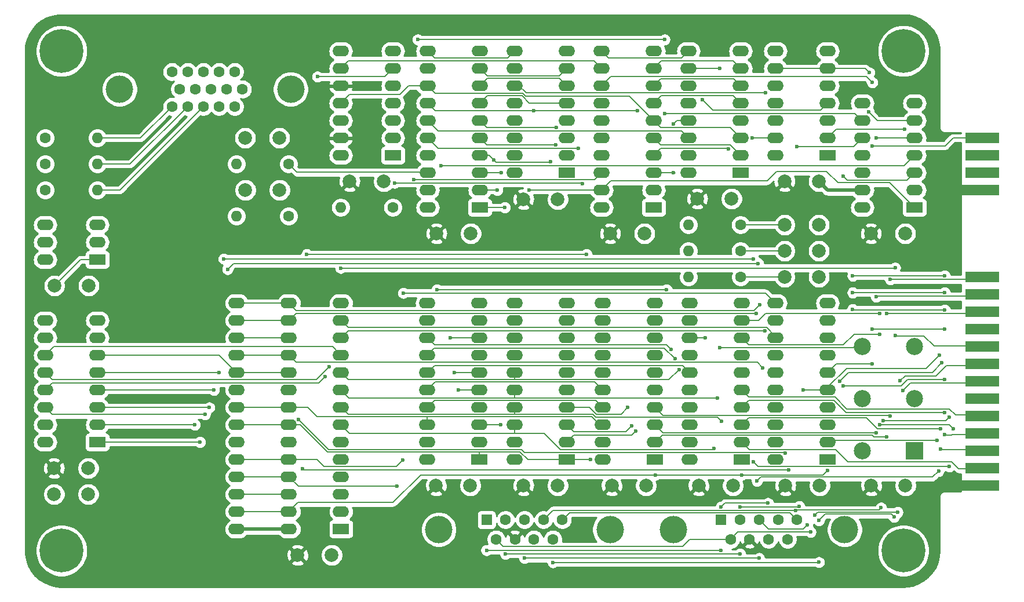
<source format=gbl>
G04 #@! TF.GenerationSoftware,KiCad,Pcbnew,5.1.10*
G04 #@! TF.CreationDate,2022-03-31T14:29:17-07:00*
G04 #@! TF.ProjectId,zf_vga,7a665f76-6761-42e6-9b69-6361645f7063,rev?*
G04 #@! TF.SameCoordinates,Original*
G04 #@! TF.FileFunction,Copper,L2,Bot*
G04 #@! TF.FilePolarity,Positive*
%FSLAX46Y46*%
G04 Gerber Fmt 4.6, Leading zero omitted, Abs format (unit mm)*
G04 Created by KiCad (PCBNEW 5.1.10) date 2022-03-31 14:29:17*
%MOMM*%
%LPD*%
G01*
G04 APERTURE LIST*
G04 #@! TA.AperFunction,ComponentPad*
%ADD10C,4.000000*%
G04 #@! TD*
G04 #@! TA.AperFunction,ComponentPad*
%ADD11C,1.600000*%
G04 #@! TD*
G04 #@! TA.AperFunction,ComponentPad*
%ADD12O,2.400000X1.600000*%
G04 #@! TD*
G04 #@! TA.AperFunction,ComponentPad*
%ADD13R,2.400000X1.600000*%
G04 #@! TD*
G04 #@! TA.AperFunction,ComponentPad*
%ADD14R,1.600000X1.600000*%
G04 #@! TD*
G04 #@! TA.AperFunction,ComponentPad*
%ADD15C,2.500000*%
G04 #@! TD*
G04 #@! TA.AperFunction,ComponentPad*
%ADD16R,2.500000X2.500000*%
G04 #@! TD*
G04 #@! TA.AperFunction,ComponentPad*
%ADD17C,2.000000*%
G04 #@! TD*
G04 #@! TA.AperFunction,ComponentPad*
%ADD18C,6.400000*%
G04 #@! TD*
G04 #@! TA.AperFunction,ComponentPad*
%ADD19O,1.600000X1.600000*%
G04 #@! TD*
G04 #@! TA.AperFunction,ConnectorPad*
%ADD20R,5.000000X1.500000*%
G04 #@! TD*
G04 #@! TA.AperFunction,ConnectorPad*
%ADD21C,0.100000*%
G04 #@! TD*
G04 #@! TA.AperFunction,ViaPad*
%ADD22C,0.600000*%
G04 #@! TD*
G04 #@! TA.AperFunction,Conductor*
%ADD23C,0.508000*%
G04 #@! TD*
G04 #@! TA.AperFunction,Conductor*
%ADD24C,0.152400*%
G04 #@! TD*
G04 #@! TA.AperFunction,Conductor*
%ADD25C,1.500000*%
G04 #@! TD*
G04 #@! TA.AperFunction,Conductor*
%ADD26C,0.254000*%
G04 #@! TD*
G04 #@! TA.AperFunction,Conductor*
%ADD27C,0.100000*%
G04 #@! TD*
G04 APERTURE END LIST*
D10*
X126104058Y-36059000D03*
X101114058Y-36059000D03*
D11*
X117919057Y-33519000D03*
X115629056Y-33519000D03*
X113339059Y-33519000D03*
X111049058Y-33519000D03*
X108759058Y-33519000D03*
X119064059Y-36059000D03*
X116774058Y-36059000D03*
X114484058Y-36059000D03*
X112194057Y-36059000D03*
X109904059Y-36059000D03*
X117919057Y-38599000D03*
X115629056Y-38599000D03*
X113339059Y-38599000D03*
X111049058Y-38599000D03*
X108759058Y-38599000D03*
D12*
X125839000Y-100344000D03*
X133459000Y-67324000D03*
X125839000Y-97804000D03*
X133459000Y-69864000D03*
X125839000Y-95264000D03*
X133459000Y-72404000D03*
X125839000Y-92724000D03*
X133459000Y-74944000D03*
X125839000Y-90184000D03*
X133459000Y-77484000D03*
X125839000Y-87644000D03*
X133459000Y-80024000D03*
X125839000Y-85104000D03*
X133459000Y-82564000D03*
X125839000Y-82564000D03*
X133459000Y-85104000D03*
X125839000Y-80024000D03*
X133459000Y-87644000D03*
X125839000Y-77484000D03*
X133459000Y-90184000D03*
X125839000Y-74944000D03*
X133459000Y-92724000D03*
X125839000Y-72404000D03*
X133459000Y-95264000D03*
X125839000Y-69864000D03*
X133459000Y-97804000D03*
X125839000Y-67324000D03*
D13*
X133459000Y-100344000D03*
D12*
X118219000Y-67324000D03*
X118219000Y-72404000D03*
X118219000Y-85104000D03*
X118219000Y-80024000D03*
X118219000Y-82564000D03*
X118219000Y-92724000D03*
X118219000Y-90184000D03*
X118219000Y-95264000D03*
X118219000Y-77484000D03*
X118219000Y-87644000D03*
X118219000Y-100344000D03*
X118219000Y-69864000D03*
X118219000Y-74944000D03*
X118219000Y-97804000D03*
D10*
X207040000Y-100414000D03*
X182040000Y-100414000D03*
D11*
X198695000Y-101834000D03*
X195925000Y-101834000D03*
X193155000Y-101834000D03*
X190385000Y-101834000D03*
X200080000Y-98994000D03*
X197310000Y-98994000D03*
X194540000Y-98994000D03*
X191770000Y-98994000D03*
D14*
X189000000Y-98994000D03*
D10*
X172759000Y-100414000D03*
X147759000Y-100414000D03*
D11*
X164414000Y-101834000D03*
X161644000Y-101834000D03*
X158874000Y-101834000D03*
X156104000Y-101834000D03*
X165799000Y-98994000D03*
X163029000Y-98994000D03*
X160259000Y-98994000D03*
X157489000Y-98994000D03*
D14*
X154719000Y-98994000D03*
D15*
X217239000Y-81294000D03*
X209619000Y-81294000D03*
X217239000Y-73674000D03*
X209619000Y-73674000D03*
X209619000Y-88914000D03*
D16*
X217239000Y-88914000D03*
D17*
X147414000Y-57164000D03*
X152414000Y-57164000D03*
D13*
X179139000Y-53354000D03*
D12*
X171519000Y-30494000D03*
X179139000Y-50814000D03*
X171519000Y-33034000D03*
X179139000Y-48274000D03*
X171519000Y-35574000D03*
X179139000Y-45734000D03*
X171519000Y-38114000D03*
X179139000Y-43194000D03*
X171519000Y-40654000D03*
X179139000Y-40654000D03*
X171519000Y-43194000D03*
X179139000Y-38114000D03*
X171519000Y-45734000D03*
X179139000Y-35574000D03*
X171519000Y-48274000D03*
X179139000Y-33034000D03*
X171519000Y-50814000D03*
X179139000Y-30494000D03*
X171519000Y-53354000D03*
D18*
X92619000Y-30494000D03*
X215619000Y-103494000D03*
X215619000Y-30494000D03*
X92619000Y-103494000D03*
D13*
X204539000Y-90184000D03*
D12*
X196919000Y-67324000D03*
X204539000Y-87644000D03*
X196919000Y-69864000D03*
X204539000Y-85104000D03*
X196919000Y-72404000D03*
X204539000Y-82564000D03*
X196919000Y-74944000D03*
X204539000Y-80024000D03*
X196919000Y-77484000D03*
X204539000Y-77484000D03*
X196919000Y-80024000D03*
X204539000Y-74944000D03*
X196919000Y-82564000D03*
X204539000Y-72404000D03*
X196919000Y-85104000D03*
X204539000Y-69864000D03*
X196919000Y-87644000D03*
X204539000Y-67324000D03*
X196919000Y-90184000D03*
D13*
X191839000Y-48274000D03*
D12*
X184219000Y-30494000D03*
X191839000Y-45734000D03*
X184219000Y-33034000D03*
X191839000Y-43194000D03*
X184219000Y-35574000D03*
X191839000Y-40654000D03*
X184219000Y-38114000D03*
X191839000Y-38114000D03*
X184219000Y-40654000D03*
X191839000Y-35574000D03*
X184219000Y-43194000D03*
X191839000Y-33034000D03*
X184219000Y-45734000D03*
X191839000Y-30494000D03*
X184219000Y-48274000D03*
D13*
X192039000Y-90184000D03*
D12*
X184419000Y-67324000D03*
X192039000Y-87644000D03*
X184419000Y-69864000D03*
X192039000Y-85104000D03*
X184419000Y-72404000D03*
X192039000Y-82564000D03*
X184419000Y-74944000D03*
X192039000Y-80024000D03*
X184419000Y-77484000D03*
X192039000Y-77484000D03*
X184419000Y-80024000D03*
X192039000Y-74944000D03*
X184419000Y-82564000D03*
X192039000Y-72404000D03*
X184419000Y-85104000D03*
X192039000Y-69864000D03*
X184419000Y-87644000D03*
X192039000Y-67324000D03*
X184419000Y-90184000D03*
D13*
X179339000Y-90184000D03*
D12*
X171719000Y-67324000D03*
X179339000Y-87644000D03*
X171719000Y-69864000D03*
X179339000Y-85104000D03*
X171719000Y-72404000D03*
X179339000Y-82564000D03*
X171719000Y-74944000D03*
X179339000Y-80024000D03*
X171719000Y-77484000D03*
X179339000Y-77484000D03*
X171719000Y-80024000D03*
X179339000Y-74944000D03*
X171719000Y-82564000D03*
X179339000Y-72404000D03*
X171719000Y-85104000D03*
X179339000Y-69864000D03*
X171719000Y-87644000D03*
X179339000Y-67324000D03*
X171719000Y-90184000D03*
D13*
X166439000Y-48274000D03*
D12*
X158819000Y-30494000D03*
X166439000Y-45734000D03*
X158819000Y-33034000D03*
X166439000Y-43194000D03*
X158819000Y-35574000D03*
X166439000Y-40654000D03*
X158819000Y-38114000D03*
X166439000Y-38114000D03*
X158819000Y-40654000D03*
X166439000Y-35574000D03*
X158819000Y-43194000D03*
X166439000Y-33034000D03*
X158819000Y-45734000D03*
X166439000Y-30494000D03*
X158819000Y-48274000D03*
D13*
X166439000Y-90184000D03*
D12*
X158819000Y-67324000D03*
X166439000Y-87644000D03*
X158819000Y-69864000D03*
X166439000Y-85104000D03*
X158819000Y-72404000D03*
X166439000Y-82564000D03*
X158819000Y-74944000D03*
X166439000Y-80024000D03*
X158819000Y-77484000D03*
X166439000Y-77484000D03*
X158819000Y-80024000D03*
X166439000Y-74944000D03*
X158819000Y-82564000D03*
X166439000Y-72404000D03*
X158819000Y-85104000D03*
X166439000Y-69864000D03*
X158819000Y-87644000D03*
X166439000Y-67324000D03*
X158819000Y-90184000D03*
X146050000Y-90184000D03*
X153670000Y-67324000D03*
X146050000Y-87644000D03*
X153670000Y-69864000D03*
X146050000Y-85104000D03*
X153670000Y-72404000D03*
X146050000Y-82564000D03*
X153670000Y-74944000D03*
X146050000Y-80024000D03*
X153670000Y-77484000D03*
X146050000Y-77484000D03*
X153670000Y-80024000D03*
X146050000Y-74944000D03*
X153670000Y-82564000D03*
X146050000Y-72404000D03*
X153670000Y-85104000D03*
X146050000Y-69864000D03*
X153670000Y-87644000D03*
X146050000Y-67324000D03*
D13*
X153670000Y-90184000D03*
X153739000Y-53354000D03*
D12*
X146119000Y-30494000D03*
X153739000Y-50814000D03*
X146119000Y-33034000D03*
X153739000Y-48274000D03*
X146119000Y-35574000D03*
X153739000Y-45734000D03*
X146119000Y-38114000D03*
X153739000Y-43194000D03*
X146119000Y-40654000D03*
X153739000Y-40654000D03*
X146119000Y-43194000D03*
X153739000Y-38114000D03*
X146119000Y-45734000D03*
X153739000Y-35574000D03*
X146119000Y-48274000D03*
X153739000Y-33034000D03*
X146119000Y-50814000D03*
X153739000Y-30494000D03*
X146119000Y-53354000D03*
X209619000Y-53354000D03*
X217239000Y-38114000D03*
X209619000Y-50814000D03*
X217239000Y-40654000D03*
X209619000Y-48274000D03*
X217239000Y-43194000D03*
X209619000Y-45734000D03*
X217239000Y-45734000D03*
X209619000Y-43194000D03*
X217239000Y-48274000D03*
X209619000Y-40654000D03*
X217239000Y-50814000D03*
X209619000Y-38114000D03*
D13*
X217239000Y-53354000D03*
X141039000Y-45734000D03*
D12*
X133419000Y-30494000D03*
X141039000Y-43194000D03*
X133419000Y-33034000D03*
X141039000Y-40654000D03*
X133419000Y-35574000D03*
X141039000Y-38114000D03*
X133419000Y-38114000D03*
X141039000Y-35574000D03*
X133419000Y-40654000D03*
X141039000Y-33034000D03*
X133419000Y-43194000D03*
X141039000Y-30494000D03*
X133419000Y-45734000D03*
D13*
X204539000Y-45734000D03*
D12*
X196919000Y-30494000D03*
X204539000Y-43194000D03*
X196919000Y-33034000D03*
X204539000Y-40654000D03*
X196919000Y-35574000D03*
X204539000Y-38114000D03*
X196919000Y-38114000D03*
X204539000Y-35574000D03*
X196919000Y-40654000D03*
X204539000Y-33034000D03*
X196919000Y-43194000D03*
X204539000Y-30494000D03*
X196919000Y-45734000D03*
X90239000Y-87644000D03*
X97859000Y-69864000D03*
X90239000Y-85104000D03*
X97859000Y-72404000D03*
X90239000Y-82564000D03*
X97859000Y-74944000D03*
X90239000Y-80024000D03*
X97859000Y-77484000D03*
X90239000Y-77484000D03*
X97859000Y-80024000D03*
X90239000Y-74944000D03*
X97859000Y-82564000D03*
X90239000Y-72404000D03*
X97859000Y-85104000D03*
X90239000Y-69864000D03*
D13*
X97859000Y-87644000D03*
D17*
X203269000Y-63514000D03*
X198269000Y-63514000D03*
X198269000Y-59704000D03*
X203269000Y-59704000D03*
X203269000Y-55894000D03*
X198269000Y-55894000D03*
X119449000Y-43194000D03*
X124449000Y-43194000D03*
D19*
X184219000Y-63514000D03*
D11*
X191839000Y-63514000D03*
X191824000Y-59704000D03*
D19*
X184204000Y-59704000D03*
X184204000Y-55894000D03*
D11*
X191824000Y-55894000D03*
D19*
X97859000Y-43194000D03*
D11*
X90239000Y-43194000D03*
D19*
X97859000Y-47004000D03*
D11*
X90239000Y-47004000D03*
D19*
X97859000Y-50814000D03*
D11*
X90239000Y-50814000D03*
D19*
X118179000Y-54624000D03*
D11*
X125799000Y-54624000D03*
D19*
X118179000Y-47004000D03*
D11*
X125799000Y-47004000D03*
D17*
X215929000Y-93994000D03*
X210929000Y-93994000D03*
X185514000Y-52084000D03*
X190514000Y-52084000D03*
X165114000Y-52164000D03*
X160114000Y-52164000D03*
X172789000Y-57164000D03*
X177789000Y-57164000D03*
X165114000Y-93994000D03*
X160114000Y-93994000D03*
X147345000Y-93994000D03*
X152345000Y-93994000D03*
X215889000Y-57164000D03*
X210889000Y-57164000D03*
X198269000Y-49544000D03*
X203269000Y-49544000D03*
X139714000Y-49544000D03*
X134714000Y-49544000D03*
X96534000Y-91454000D03*
X91534000Y-91454000D03*
X127109000Y-104154000D03*
X132109000Y-104154000D03*
X203389000Y-93994000D03*
X198389000Y-93994000D03*
X185714000Y-93994000D03*
X190714000Y-93994000D03*
X173014000Y-93994000D03*
X178014000Y-93994000D03*
D13*
X97859000Y-60974000D03*
D12*
X90239000Y-55894000D03*
X97859000Y-58434000D03*
X90239000Y-58434000D03*
X97859000Y-55894000D03*
X90239000Y-60974000D03*
D20*
X227119000Y-43194000D03*
X227119000Y-50814000D03*
X227119000Y-48274000D03*
X227119000Y-45734000D03*
X227119000Y-63514000D03*
X227119000Y-66054000D03*
X227119000Y-68594000D03*
X227119000Y-71134000D03*
X227119000Y-73674000D03*
X227119000Y-76214000D03*
X227119000Y-78754000D03*
X227119000Y-81294000D03*
X227119000Y-83834000D03*
X227119000Y-86374000D03*
X227119000Y-88914000D03*
X227119000Y-91454000D03*
G04 #@! TA.AperFunction,ConnectorPad*
D21*
G36*
X229619000Y-93244000D02*
G01*
X229619000Y-94744000D01*
X224619000Y-94744000D01*
X224619000Y-93244000D01*
X229619000Y-93244000D01*
G37*
G04 #@! TD.AperFunction*
D17*
X96534000Y-95264000D03*
X91534000Y-95264000D03*
X96589000Y-64784000D03*
X91589000Y-64784000D03*
D11*
X141024000Y-53354000D03*
D19*
X133404000Y-53354000D03*
D17*
X124489000Y-50814000D03*
X119489000Y-50814000D03*
D22*
X206808999Y-48744000D03*
X210570393Y-39404000D03*
X222359000Y-91214000D03*
X193691414Y-90491698D03*
X194228999Y-93334000D03*
X220768999Y-91884000D03*
X212150390Y-71864000D03*
X212158999Y-85134000D03*
X222878999Y-85684000D03*
X212158999Y-68833996D03*
X222308999Y-83964000D03*
X212660389Y-84474000D03*
X220518997Y-87414000D03*
X206836393Y-79394000D03*
X221609283Y-78485390D03*
X202065387Y-100770217D03*
X206307783Y-78712610D03*
X221228999Y-76074000D03*
X200998999Y-80024000D03*
X220918999Y-74914000D03*
X221668999Y-71144000D03*
X211093179Y-76174000D03*
X211093179Y-71144003D03*
X199848999Y-97613998D03*
X212368999Y-97243998D03*
X201588999Y-99764000D03*
X221668999Y-68305390D03*
X160249000Y-104594000D03*
X194539000Y-104594000D03*
X208208999Y-68224000D03*
X157489000Y-103974000D03*
X191779000Y-103974000D03*
X221668999Y-65795390D03*
X191769000Y-97085390D03*
X200418999Y-97024000D03*
X208208999Y-65795390D03*
X154719000Y-103437710D03*
X221668999Y-63330292D03*
X189000000Y-103437710D03*
X195838999Y-96554002D03*
X189000000Y-97085390D03*
X208208999Y-63330292D03*
X221088999Y-88694000D03*
X221089001Y-85684000D03*
X221668999Y-83314000D03*
X221668999Y-86563998D03*
X202698999Y-98294000D03*
X215568999Y-80074000D03*
X214777609Y-97883999D03*
X215168997Y-78644000D03*
X203278999Y-99084000D03*
X203279000Y-105194000D03*
X164423665Y-105231211D03*
X214248999Y-98593998D03*
X214408999Y-62167996D03*
X133404000Y-62208000D03*
X214418999Y-72093999D03*
X213188999Y-86894000D03*
X213188999Y-68843998D03*
X211621789Y-66382610D03*
X211628999Y-86274000D03*
X213717609Y-83852610D03*
X213718996Y-63884000D03*
X130008999Y-34244000D03*
X161649000Y-39230290D03*
X176788999Y-39232919D03*
X188778999Y-73804000D03*
X188788999Y-33034000D03*
X186278999Y-37633995D03*
X190078999Y-44762610D03*
X175368997Y-82594000D03*
X176498999Y-85994002D03*
X182048999Y-48274000D03*
X182048988Y-41164009D03*
X175928999Y-85304000D03*
X193552995Y-43167982D03*
X150638999Y-80024000D03*
X164839001Y-44164000D03*
X160928999Y-50814000D03*
X164878999Y-41635390D03*
X149990389Y-77483998D03*
X195478991Y-36624000D03*
X155768999Y-46404000D03*
X164048999Y-46694000D03*
X156297609Y-50814000D03*
X156810870Y-85109142D03*
X156861734Y-48273992D03*
X149461779Y-72404000D03*
X157388999Y-53354000D03*
X144098999Y-49256778D03*
X169948999Y-90184000D03*
X179358999Y-92444000D03*
X192028999Y-92444000D03*
X204539000Y-91794001D03*
X169338999Y-60193000D03*
X128459000Y-60204000D03*
X141278999Y-49774000D03*
X168719045Y-49920290D03*
X180738999Y-28814000D03*
X180738999Y-39593998D03*
X144678999Y-28813996D03*
X148088999Y-47234002D03*
X187908999Y-88599092D03*
X186698999Y-72414000D03*
X189008999Y-84564000D03*
X188420390Y-81194000D03*
X182844675Y-77048690D03*
X142489000Y-90283999D03*
X141619000Y-94094000D03*
X182258999Y-75465390D03*
X181668999Y-74114002D03*
X181009000Y-65334000D03*
X147498999Y-65334002D03*
X215778999Y-41914000D03*
X194418999Y-61534000D03*
X116879001Y-62374000D03*
X200030389Y-44484000D03*
X112859000Y-87644006D03*
X210638999Y-33644000D03*
X211668999Y-43184000D03*
X193718999Y-60863996D03*
X116328999Y-60870000D03*
X112119000Y-85104004D03*
X194638999Y-67574000D03*
X113587609Y-83594000D03*
X198345289Y-89247610D03*
X127269000Y-84323998D03*
X131158996Y-78043996D03*
X195048999Y-76764000D03*
X115608999Y-77489001D03*
X195358999Y-71424000D03*
X131759008Y-76603992D03*
X114918999Y-80014000D03*
X198878999Y-91742610D03*
X127849000Y-91544000D03*
X142558999Y-65864000D03*
X194142164Y-68816078D03*
X114218999Y-82584000D03*
X168128999Y-44684002D03*
X211089001Y-44334000D03*
X211099003Y-35093996D03*
D23*
X125839000Y-100344000D02*
X118219000Y-100344000D01*
D24*
X217239000Y-48274000D02*
X216179001Y-49333999D01*
X216179001Y-49333999D02*
X207398998Y-49333999D01*
X207398998Y-49333999D02*
X206808999Y-48744000D01*
X191839000Y-63514000D02*
X198269000Y-63514000D01*
X191824000Y-59704000D02*
X198269000Y-59704000D01*
X211820393Y-40654000D02*
X210570393Y-39404000D01*
X217239000Y-40654000D02*
X211820393Y-40654000D01*
X191824000Y-55894000D02*
X198269000Y-55894000D01*
D23*
X204539000Y-50814000D02*
X203269000Y-49544000D01*
X209619000Y-50814000D02*
X204539000Y-50814000D01*
X125839000Y-87644000D02*
X125299000Y-87644000D01*
D24*
X118718999Y-80024000D02*
X118728999Y-80014000D01*
X222359000Y-91342610D02*
X222230390Y-91214000D01*
X222230390Y-91214000D02*
X194413716Y-91214000D01*
X194413716Y-91214000D02*
X193691414Y-90491698D01*
X194228999Y-93334000D02*
X194809000Y-92753999D01*
X194809000Y-92753999D02*
X219899000Y-92753999D01*
X219899000Y-92753999D02*
X220768999Y-91884000D01*
X193067610Y-73432610D02*
X206870390Y-73432610D01*
X206870390Y-73432610D02*
X208439000Y-71864000D01*
X192039000Y-72404000D02*
X193067610Y-73432610D01*
X208439000Y-71864000D02*
X212150390Y-71864000D01*
X222328999Y-85134000D02*
X222878999Y-85684000D01*
X212158999Y-85134000D02*
X222328999Y-85134000D01*
X195509004Y-68833996D02*
X212158999Y-68833996D01*
X192039000Y-69864000D02*
X194479000Y-69864000D01*
X194479000Y-69864000D02*
X195509004Y-68833996D01*
X222308999Y-83964000D02*
X221798999Y-84474000D01*
X221798999Y-84474000D02*
X212660389Y-84474000D01*
X212639000Y-84438693D02*
X212660389Y-84460082D01*
X212660389Y-84460082D02*
X212660389Y-84474000D01*
X204539000Y-87644000D02*
X204759000Y-87424000D01*
X204759000Y-87424000D02*
X220508997Y-87424000D01*
X220508997Y-87424000D02*
X220518997Y-87414000D01*
X216237609Y-78485390D02*
X221609283Y-78485390D01*
X215328999Y-79394000D02*
X216237609Y-78485390D01*
X206836393Y-79394000D02*
X215328999Y-79394000D01*
X190385000Y-101834000D02*
X191448783Y-100770217D01*
X191448783Y-100770217D02*
X202065387Y-100770217D01*
X206307783Y-78712610D02*
X207566393Y-77454000D01*
X207566393Y-77454000D02*
X219848999Y-77454000D01*
X219848999Y-77454000D02*
X221228999Y-76074000D01*
X184388999Y-101834000D02*
X190385000Y-101834000D01*
X183348999Y-102874000D02*
X184388999Y-101834000D01*
X157144000Y-102874000D02*
X183348999Y-102874000D01*
X156104000Y-101834000D02*
X157144000Y-102874000D01*
X200060000Y-99014000D02*
X200060000Y-98974000D01*
X200080000Y-98994000D02*
X200060000Y-99014000D01*
X204539000Y-80024000D02*
X200998999Y-80024000D01*
X165799000Y-98994000D02*
X166827601Y-97965399D01*
X166827601Y-97965399D02*
X199051399Y-97965399D01*
X199051399Y-97965399D02*
X200080000Y-98994000D01*
X218978999Y-76854000D02*
X220918999Y-74914000D01*
X207308999Y-76854000D02*
X218978999Y-76854000D01*
X204539000Y-79623999D02*
X207308999Y-76854000D01*
X204539000Y-80024000D02*
X204539000Y-79623999D01*
X204639000Y-77384000D02*
X204539000Y-77484000D01*
X204539000Y-77484000D02*
X205849000Y-76174000D01*
X205849000Y-76174000D02*
X211093179Y-76174000D01*
X221668999Y-71144000D02*
X211093182Y-71144000D01*
X211093182Y-71144000D02*
X211093179Y-71144003D01*
X199768999Y-97554000D02*
X212058997Y-97554000D01*
X163029000Y-98994000D02*
X164409001Y-97613999D01*
X212058997Y-97554000D02*
X212368999Y-97243998D01*
X164409001Y-97613999D02*
X199709000Y-97613999D01*
X199709000Y-97613999D02*
X199768999Y-97554000D01*
X194543999Y-98997999D02*
X194540000Y-98994000D01*
X195915000Y-100369000D02*
X200983999Y-100369000D01*
X194540000Y-98994000D02*
X195915000Y-100369000D01*
X200983999Y-100369000D02*
X201588999Y-99764000D01*
X160469000Y-104594000D02*
X194539000Y-104594000D01*
X160377601Y-104502601D02*
X160469000Y-104594000D01*
X221668999Y-68305390D02*
X208300389Y-68305390D01*
X208300389Y-68305390D02*
X208218999Y-68224000D01*
X200357609Y-97085390D02*
X200418999Y-97024000D01*
X191769000Y-97085390D02*
X200357609Y-97085390D01*
X189396040Y-103974000D02*
X191779000Y-103974000D01*
X157489000Y-103974000D02*
X189396040Y-103974000D01*
X221668999Y-65795390D02*
X208410389Y-65795390D01*
X208410389Y-65795390D02*
X208218999Y-65604000D01*
X188956288Y-103443998D02*
X189000000Y-103487710D01*
X154719000Y-103443998D02*
X188956288Y-103443998D01*
X195838999Y-96554002D02*
X189531388Y-96554002D01*
X189531388Y-96554002D02*
X189020389Y-97065001D01*
X189020389Y-97065001D02*
X189000000Y-97065001D01*
X221668999Y-63330292D02*
X208362707Y-63330292D01*
X208362707Y-63330292D02*
X208208999Y-63484000D01*
D25*
X227119000Y-50814000D02*
X222748999Y-50814000D01*
X222398999Y-93994000D02*
X227119000Y-93994000D01*
D23*
X171519000Y-53354000D02*
X171302599Y-53570401D01*
X185488999Y-52084000D02*
X185514000Y-52084000D01*
X209619000Y-53354000D02*
X209438999Y-53534001D01*
D24*
X223688999Y-91544000D02*
X227029000Y-91544000D01*
X222628999Y-90484000D02*
X223688999Y-91544000D01*
X205699000Y-88714000D02*
X207469000Y-90484000D01*
X193109000Y-88714000D02*
X205699000Y-88714000D01*
X207469000Y-90484000D02*
X222628999Y-90484000D01*
X192039000Y-87644000D02*
X193109000Y-88714000D01*
X227089000Y-88704000D02*
X221098999Y-88704000D01*
X221098999Y-88704000D02*
X221088999Y-88694000D01*
X211808999Y-85684000D02*
X220959003Y-85684000D01*
X210200389Y-84075390D02*
X211808999Y-85684000D01*
X220959003Y-85684000D02*
X221089001Y-85813998D01*
X193067610Y-84075390D02*
X210200389Y-84075390D01*
X192039000Y-85104000D02*
X193067610Y-84075390D01*
X226919000Y-86574000D02*
X222641329Y-86574000D01*
X222641329Y-86574000D02*
X222632728Y-86582601D01*
X222632728Y-86582601D02*
X221697602Y-86582601D01*
X221697602Y-86582601D02*
X221678999Y-86563998D01*
X193067610Y-81535390D02*
X192039000Y-82564000D01*
X205490389Y-81535390D02*
X193067610Y-81535390D01*
X207268999Y-83314000D02*
X205490389Y-81535390D01*
X221709000Y-83314000D02*
X207268999Y-83314000D01*
X223268999Y-83694000D02*
X226979000Y-83694000D01*
X222348999Y-82774000D02*
X223268999Y-83694000D01*
X205647609Y-81052610D02*
X207368999Y-82774000D01*
X193067610Y-81052610D02*
X205647609Y-81052610D01*
X207368999Y-82774000D02*
X222348999Y-82774000D01*
X192039000Y-80024000D02*
X193067610Y-81052610D01*
X216618999Y-79024000D02*
X215568999Y-80074000D01*
X226849000Y-79024000D02*
X216618999Y-79024000D01*
X227119000Y-78754000D02*
X226849000Y-79024000D01*
X214752421Y-97858811D02*
X214777609Y-97883999D01*
X203134188Y-97858811D02*
X214752421Y-97858811D01*
X202698999Y-98294000D02*
X203134188Y-97858811D01*
X203268999Y-104983999D02*
X203279000Y-104994000D01*
X203021788Y-105231211D02*
X164423665Y-105231211D01*
X215858997Y-77954000D02*
X215168997Y-78644000D01*
X221898999Y-76464000D02*
X220408999Y-77954000D01*
X226869000Y-76464000D02*
X221898999Y-76464000D01*
X220408999Y-77954000D02*
X215858997Y-77954000D01*
X227119000Y-76214000D02*
X226869000Y-76464000D01*
X204198999Y-98164000D02*
X213819001Y-98164000D01*
X213819001Y-98164000D02*
X214248999Y-98593998D01*
X203278999Y-99084000D02*
X204198999Y-98164000D01*
X214418999Y-72093999D02*
X214448999Y-72123999D01*
X214448999Y-72123999D02*
X218638999Y-72123999D01*
X222291679Y-73584000D02*
X227029000Y-73584000D01*
X218638999Y-72123999D02*
X220099000Y-73584000D01*
X220099000Y-73584000D02*
X222291679Y-73584000D01*
X214368995Y-62208000D02*
X214408999Y-62167996D01*
X133404000Y-62208000D02*
X214368995Y-62208000D01*
X211338999Y-86894000D02*
X213188999Y-86894000D01*
X211053810Y-86608811D02*
X211338999Y-86894000D01*
X180374189Y-86608811D02*
X211053810Y-86608811D01*
X179339000Y-87644000D02*
X180374189Y-86608811D01*
X225859000Y-68834000D02*
X213198997Y-68834000D01*
X213198997Y-68834000D02*
X213188999Y-68843998D01*
X227119000Y-66324000D02*
X211807604Y-66324000D01*
X211807604Y-66324000D02*
X211748994Y-66382610D01*
X211508999Y-86304000D02*
X211628999Y-86424000D01*
X180539000Y-86304000D02*
X211508999Y-86304000D01*
X179339000Y-85104000D02*
X180539000Y-86304000D01*
X180489000Y-83714000D02*
X213578999Y-83714000D01*
X179339000Y-82564000D02*
X180489000Y-83714000D01*
X213578999Y-83714000D02*
X213717609Y-83852610D01*
X225898995Y-63884000D02*
X213718996Y-63884000D01*
X104164058Y-43194000D02*
X108749000Y-38609058D01*
X97859000Y-43194000D02*
X104164058Y-43194000D01*
X102644058Y-47004000D02*
X111039000Y-38609058D01*
X97859000Y-47004000D02*
X102644058Y-47004000D01*
X101124059Y-50814000D02*
X113329001Y-38609058D01*
X97925000Y-50814000D02*
X101124059Y-50814000D01*
X97859000Y-50748000D02*
X97925000Y-50814000D01*
X139829000Y-34244000D02*
X130008999Y-34244000D01*
X141039000Y-33034000D02*
X139829000Y-34244000D01*
X146049000Y-48204000D02*
X146119000Y-48274000D01*
X126999000Y-48204000D02*
X146049000Y-48204000D01*
X125799000Y-47004000D02*
X126999000Y-48204000D01*
X183190390Y-31522610D02*
X172547610Y-31522610D01*
X172547610Y-31522610D02*
X171519000Y-30494000D01*
X184219000Y-30494000D02*
X183190390Y-31522610D01*
X146119000Y-38114000D02*
X147235290Y-39230290D01*
X147235290Y-39230290D02*
X161649000Y-39230290D01*
X161649000Y-39230290D02*
X176786370Y-39230290D01*
X176786370Y-39230290D02*
X176788999Y-39232919D01*
X190339000Y-44234000D02*
X191839000Y-45734000D01*
X180179000Y-44234000D02*
X190339000Y-44234000D01*
X179139000Y-43194000D02*
X180179000Y-44234000D01*
X184219000Y-33034000D02*
X188788999Y-33034000D01*
X209619000Y-73674000D02*
X209489000Y-73804000D01*
X209489000Y-73804000D02*
X188778999Y-73804000D01*
X175570390Y-37085390D02*
X179139000Y-40654000D01*
X160456389Y-37085390D02*
X175570390Y-37085390D01*
X160024999Y-36654000D02*
X160456389Y-37085390D01*
X147199000Y-36654000D02*
X160024999Y-36654000D01*
X146119000Y-35574000D02*
X147199000Y-36654000D01*
X182302717Y-41692610D02*
X180177610Y-41692610D01*
X182302727Y-41692600D02*
X182302717Y-41692610D01*
X190337600Y-41692600D02*
X182302727Y-41692600D01*
X180177610Y-41692610D02*
X179139000Y-40654000D01*
X191839000Y-43194000D02*
X190337600Y-41692600D01*
X146119000Y-35574000D02*
X143288999Y-35574000D01*
X143288999Y-35574000D02*
X142028999Y-36834000D01*
X142028999Y-36834000D02*
X134699000Y-36834000D01*
X134699000Y-36834000D02*
X133419000Y-38114000D01*
X187789001Y-39143997D02*
X186278999Y-37633995D01*
X204539000Y-38114000D02*
X203509003Y-39143997D01*
X203509003Y-39143997D02*
X187789001Y-39143997D01*
X191799000Y-40694000D02*
X191839000Y-40654000D01*
X190020389Y-44704000D02*
X190078999Y-44762610D01*
X179139000Y-45734000D02*
X180169000Y-44704000D01*
X180169000Y-44704000D02*
X190020389Y-44704000D01*
X169719000Y-82564000D02*
X170748999Y-83593999D01*
X166439000Y-82564000D02*
X169719000Y-82564000D01*
X170748999Y-83593999D02*
X174368998Y-83593999D01*
X174368998Y-83593999D02*
X175368997Y-82594000D01*
X175889001Y-86604000D02*
X176498999Y-85994002D01*
X167479000Y-86604000D02*
X175889001Y-86604000D01*
X166439000Y-87644000D02*
X167479000Y-86604000D01*
X180264010Y-36988990D02*
X190713990Y-36988990D01*
X190713990Y-36988990D02*
X191839000Y-38114000D01*
X179139000Y-38114000D02*
X180264010Y-36988990D01*
X182258999Y-48274000D02*
X182268999Y-48284000D01*
X179139000Y-48274000D02*
X182258999Y-48274000D01*
X166439000Y-85104000D02*
X167468997Y-86133997D01*
X167468997Y-86133997D02*
X175099002Y-86133997D01*
X175099002Y-86133997D02*
X175928999Y-85304000D01*
X182558997Y-40654000D02*
X182048988Y-41164009D01*
X184219000Y-40654000D02*
X182558997Y-40654000D01*
X190810390Y-34545390D02*
X191839000Y-35574000D01*
X179139000Y-35574000D02*
X180167610Y-34545390D01*
X180167610Y-34545390D02*
X190810390Y-34545390D01*
X183189000Y-42164000D02*
X184219000Y-43194000D01*
X147629000Y-42164000D02*
X183189000Y-42164000D01*
X146119000Y-40654000D02*
X147629000Y-42164000D01*
X190713990Y-31908990D02*
X180264010Y-31908990D01*
X180264010Y-31908990D02*
X179139000Y-33034000D01*
X191839000Y-33034000D02*
X190713990Y-31908990D01*
X196892982Y-43167982D02*
X193552995Y-43167982D01*
X196919000Y-43194000D02*
X196892982Y-43167982D01*
X146119000Y-30494000D02*
X147147610Y-31522610D01*
X147147610Y-31522610D02*
X157790390Y-31522610D01*
X157790390Y-31522610D02*
X158819000Y-30494000D01*
X150639003Y-80023996D02*
X150638999Y-80024000D01*
X153670000Y-80023996D02*
X150639003Y-80023996D01*
X164769001Y-44234000D02*
X164839001Y-44164000D01*
X154779000Y-44234000D02*
X164769001Y-44234000D01*
X153739000Y-43194000D02*
X154779000Y-44234000D01*
X171519000Y-50814000D02*
X160928999Y-50814000D01*
X213609000Y-49724000D02*
X217239000Y-53354000D01*
X206048999Y-49724000D02*
X213609000Y-49724000D01*
X204398999Y-48074000D02*
X206048999Y-49724000D01*
X195708999Y-49464000D02*
X197098999Y-48074000D01*
X172869000Y-49464000D02*
X195708999Y-49464000D01*
X197098999Y-48074000D02*
X204398999Y-48074000D01*
X171519000Y-50814000D02*
X172869000Y-49464000D01*
X164831779Y-41682610D02*
X164878999Y-41635390D01*
X153739000Y-40654000D02*
X154767610Y-41682610D01*
X154767610Y-41682610D02*
X164831779Y-41682610D01*
X153670000Y-77484000D02*
X149990391Y-77484000D01*
X149990391Y-77484000D02*
X149990389Y-77483998D01*
X160502999Y-36624000D02*
X195478991Y-36624000D01*
X159452999Y-35574000D02*
X160502999Y-36624000D01*
X158819000Y-35574000D02*
X159452999Y-35574000D01*
X163968999Y-46774000D02*
X164048999Y-46694000D01*
X156138999Y-46774000D02*
X163968999Y-46774000D01*
X155768999Y-46404000D02*
X156138999Y-46774000D01*
X153739000Y-45734000D02*
X155098999Y-45734000D01*
X155098999Y-45734000D02*
X155768999Y-46404000D01*
X153739000Y-50814000D02*
X156297609Y-50814000D01*
X160976999Y-38114000D02*
X166439000Y-38114000D01*
X159896999Y-37034000D02*
X160976999Y-38114000D01*
X154819000Y-37034000D02*
X159896999Y-37034000D01*
X153739000Y-38114000D02*
X154819000Y-37034000D01*
X156805728Y-85104000D02*
X156810870Y-85109142D01*
X153670000Y-85104000D02*
X156805728Y-85104000D01*
X156861726Y-48274000D02*
X156861734Y-48273992D01*
X153739000Y-48274000D02*
X156861726Y-48274000D01*
X154849000Y-34464000D02*
X153739000Y-35574000D01*
X165329000Y-34464000D02*
X154849000Y-34464000D01*
X166439000Y-35574000D02*
X165329000Y-34464000D01*
X153670000Y-72404000D02*
X149461779Y-72404000D01*
X153739000Y-53354000D02*
X157289001Y-53354000D01*
X154859000Y-34154000D02*
X165319000Y-34154000D01*
X153739000Y-33034000D02*
X154859000Y-34154000D01*
X165319000Y-34154000D02*
X166439000Y-33034000D01*
X144144831Y-49302610D02*
X144098999Y-49256778D01*
X165056110Y-49302610D02*
X144144831Y-49302610D01*
X165056119Y-49302601D02*
X165056110Y-49302610D01*
X170490399Y-49302601D02*
X165056119Y-49302601D01*
X171519000Y-48274000D02*
X170490399Y-49302601D01*
X166439000Y-90184000D02*
X169948999Y-90184000D01*
X153688999Y-90165001D02*
X153670000Y-90184000D01*
X153688999Y-89064000D02*
X153688999Y-90165001D01*
X125839000Y-85104000D02*
X118219000Y-85104000D01*
X127499000Y-85104000D02*
X125839000Y-85104000D01*
X131439000Y-89044000D02*
X127499000Y-85104000D01*
X159588999Y-89044000D02*
X131439000Y-89044000D01*
X160728999Y-90184000D02*
X159588999Y-89044000D01*
X166439000Y-90184000D02*
X160728999Y-90184000D01*
X203889001Y-92444000D02*
X204539000Y-91794001D01*
X145089000Y-92444000D02*
X203889001Y-92444000D01*
X141079000Y-96454000D02*
X145089000Y-92444000D01*
X127189000Y-96454000D02*
X141079000Y-96454000D01*
X125839000Y-97804000D02*
X127189000Y-96454000D01*
X118219000Y-97804000D02*
X125839000Y-97804000D01*
X125839000Y-95264000D02*
X118219000Y-95264000D01*
X169338999Y-60283000D02*
X169259999Y-60204000D01*
X169259999Y-60204000D02*
X128883264Y-60204000D01*
X128883264Y-60204000D02*
X128459000Y-60204000D01*
X141290389Y-49785390D02*
X141278999Y-49774000D01*
X168584145Y-49785390D02*
X141290389Y-49785390D01*
X168719045Y-49920290D02*
X168584145Y-49785390D01*
X170393990Y-31908990D02*
X171519000Y-33034000D01*
X134544010Y-31908990D02*
X170393990Y-31908990D01*
X133419000Y-33034000D02*
X134544010Y-31908990D01*
X185976667Y-39593998D02*
X180738999Y-39593998D01*
X208558998Y-39593998D02*
X185976667Y-39593998D01*
X209619000Y-40654000D02*
X208558998Y-39593998D01*
X180738999Y-28814000D02*
X144679003Y-28814000D01*
X144679003Y-28814000D02*
X144678999Y-28813996D01*
X215738998Y-47234002D02*
X148088999Y-47234002D01*
X217239000Y-45734000D02*
X215738998Y-47234002D01*
X158819000Y-86353999D02*
X158818999Y-86354000D01*
X158819000Y-85104000D02*
X158819000Y-86353999D01*
X187794095Y-88713996D02*
X187908999Y-88599092D01*
X133459000Y-85104000D02*
X134719000Y-86364000D01*
X163139000Y-86364000D02*
X165488996Y-88713996D01*
X165488996Y-88713996D02*
X187794095Y-88713996D01*
X134719000Y-86364000D02*
X163139000Y-86364000D01*
X158830390Y-83592610D02*
X158830390Y-82564000D01*
X184369000Y-72354000D02*
X184419000Y-72404000D01*
X134487610Y-83592610D02*
X158830390Y-83592610D01*
X184419000Y-72404000D02*
X186688999Y-72404000D01*
X186688999Y-72404000D02*
X186698999Y-72414000D01*
X170663811Y-84018811D02*
X188463810Y-84018811D01*
X158830390Y-83592610D02*
X170237610Y-83592610D01*
X170237610Y-83592610D02*
X170663811Y-84018811D01*
X188463810Y-84018811D02*
X189008999Y-84564000D01*
X133459000Y-82564000D02*
X134487610Y-83592610D01*
X188280390Y-81194000D02*
X188420390Y-81054000D01*
X134629000Y-81194000D02*
X188280390Y-81194000D01*
X133459000Y-80024000D02*
X134629000Y-81194000D01*
X158819000Y-80024000D02*
X158819000Y-81154001D01*
X158847610Y-77512610D02*
X158819000Y-77484000D01*
X158847610Y-78512610D02*
X158847610Y-77512610D01*
X157790390Y-78512610D02*
X158847610Y-78512610D01*
X134487610Y-78512610D02*
X157790390Y-78512610D01*
X133459000Y-77484000D02*
X134487610Y-78512610D01*
X158847610Y-78512610D02*
X181380755Y-78512610D01*
X181380755Y-78512610D02*
X182844675Y-77048690D01*
X146068999Y-85085001D02*
X146050000Y-85104000D01*
X146068999Y-83944000D02*
X146068999Y-85085001D01*
X171263999Y-85104000D02*
X171719000Y-85104000D01*
X170103999Y-83944000D02*
X171263999Y-85104000D01*
X146068999Y-83944000D02*
X170103999Y-83944000D01*
X118008999Y-82564000D02*
X118028999Y-82584000D01*
X125839000Y-82564000D02*
X118219000Y-82564000D01*
X128579000Y-82564000D02*
X125839000Y-82564000D01*
X129959000Y-83944000D02*
X128579000Y-82564000D01*
X146068999Y-83944000D02*
X129959000Y-83944000D01*
X146078999Y-82564000D02*
X147107609Y-81535390D01*
X147107609Y-81535390D02*
X170690390Y-81535390D01*
X146050000Y-82564000D02*
X146078999Y-82564000D01*
X170690390Y-81535390D02*
X171719000Y-82564000D01*
X118219000Y-90184000D02*
X125839000Y-90184000D01*
X141559001Y-91213998D02*
X142489000Y-90283999D01*
X130988998Y-91213998D02*
X141559001Y-91213998D01*
X129959000Y-90184000D02*
X130988998Y-91213998D01*
X125839000Y-90184000D02*
X129959000Y-90184000D01*
X170549000Y-78854000D02*
X171719000Y-80024000D01*
X147238999Y-78854000D02*
X170549000Y-78854000D01*
X146068999Y-80024000D02*
X147238999Y-78854000D01*
X146050000Y-80024000D02*
X146068999Y-80024000D01*
X127209000Y-94094000D02*
X141619000Y-94094000D01*
X125839000Y-92724000D02*
X127209000Y-94094000D01*
X118219000Y-92724000D02*
X125839000Y-92724000D01*
X146108999Y-77484000D02*
X147158999Y-76434000D01*
X183369000Y-76434000D02*
X184419000Y-77484000D01*
X146050000Y-77484000D02*
X146108999Y-77484000D01*
X147158999Y-76434000D02*
X183369000Y-76434000D01*
X180707609Y-73914000D02*
X182258999Y-75465390D01*
X147080000Y-73914000D02*
X180707609Y-73914000D01*
X146050000Y-74944000D02*
X147080000Y-73914000D01*
X147100000Y-73454000D02*
X181008997Y-73454000D01*
X181008997Y-73454000D02*
X181668999Y-74114002D01*
X146050000Y-72404000D02*
X147100000Y-73454000D01*
X181009000Y-65334000D02*
X147499001Y-65334000D01*
X147499001Y-65334000D02*
X147498999Y-65334002D01*
X204539000Y-43194000D02*
X205819000Y-41914000D01*
X205819000Y-41914000D02*
X215778999Y-41914000D01*
X208329000Y-44484000D02*
X200030389Y-44484000D01*
X209619000Y-43194000D02*
X208329000Y-44484000D01*
X117719001Y-61534000D02*
X116879001Y-62374000D01*
X194418999Y-61534000D02*
X117719001Y-61534000D01*
X112858994Y-87644000D02*
X112859000Y-87644006D01*
X97859000Y-87644000D02*
X112858994Y-87644000D01*
X196919000Y-33034000D02*
X204539000Y-33034000D01*
X204539000Y-33034000D02*
X210028999Y-33034000D01*
X210028999Y-33034000D02*
X210638999Y-33644000D01*
X217239000Y-43194000D02*
X211678999Y-43194000D01*
X211678999Y-43194000D02*
X211668999Y-43184000D01*
X193688999Y-60870000D02*
X116328999Y-60870000D01*
X97859000Y-85104000D02*
X112118996Y-85104000D01*
X112118996Y-85104000D02*
X112119000Y-85104004D01*
X90239000Y-82564000D02*
X91269000Y-83594000D01*
X193798999Y-68414000D02*
X194638999Y-67574000D01*
X126929000Y-68414000D02*
X193798999Y-68414000D01*
X125839000Y-67324000D02*
X126929000Y-68414000D01*
X118219000Y-67324000D02*
X125839000Y-67324000D01*
X113587609Y-83594000D02*
X91269000Y-83594000D01*
X115679000Y-74944000D02*
X118219000Y-77484000D01*
X97859000Y-74944000D02*
X115679000Y-74944000D01*
X118219000Y-77484000D02*
X125839000Y-77484000D01*
X131649002Y-88704000D02*
X127269000Y-84323998D01*
X198345289Y-89247610D02*
X198251679Y-89154000D01*
X198251679Y-89154000D02*
X160248999Y-89154000D01*
X160248999Y-89154000D02*
X159798999Y-88704000D01*
X159798999Y-88704000D02*
X131649002Y-88704000D01*
X196919000Y-72194001D02*
X196919000Y-72404000D01*
X195617609Y-70892610D02*
X196919000Y-72194001D01*
X134487610Y-70892610D02*
X195617609Y-70892610D01*
X133459000Y-69864000D02*
X134487610Y-70892610D01*
X130208992Y-78994000D02*
X131158996Y-78043996D01*
X91269000Y-78994000D02*
X130208992Y-78994000D01*
X90239000Y-80024000D02*
X91269000Y-78994000D01*
X97859000Y-77484000D02*
X115668999Y-77484000D01*
X115668999Y-77484000D02*
X115674000Y-77489001D01*
X118219000Y-74944000D02*
X125839000Y-74944000D01*
X194278999Y-75994000D02*
X195048999Y-76764000D01*
X126889000Y-75994000D02*
X194278999Y-75994000D01*
X125839000Y-74944000D02*
X126889000Y-75994000D01*
X129849002Y-78513998D02*
X131759008Y-76603992D01*
X90239000Y-77484000D02*
X91268998Y-78513998D01*
X91268998Y-78513998D02*
X129849002Y-78513998D01*
X195310389Y-71375390D02*
X195358999Y-71424000D01*
X134487610Y-71375390D02*
X195310389Y-71375390D01*
X133459000Y-72404000D02*
X134487610Y-71375390D01*
X97869000Y-80014000D02*
X97859000Y-80024000D01*
X114918999Y-80014000D02*
X97869000Y-80014000D01*
X118219000Y-72404000D02*
X125839000Y-72404000D01*
X127999000Y-91694000D02*
X127849000Y-91544000D01*
X198830389Y-91694000D02*
X127999000Y-91694000D01*
X198878999Y-91742610D02*
X198830389Y-91694000D01*
X195459000Y-65864000D02*
X142558999Y-65864000D01*
X196919000Y-67324000D02*
X195459000Y-65864000D01*
X91489000Y-73694000D02*
X90239000Y-74944000D01*
X132209000Y-73694000D02*
X91489000Y-73694000D01*
X133459000Y-74944000D02*
X132209000Y-73694000D01*
X126886922Y-68816078D02*
X194142164Y-68816078D01*
X125839000Y-69864000D02*
X126886922Y-68816078D01*
X118219000Y-69864000D02*
X125839000Y-69864000D01*
X114198999Y-82564000D02*
X114218999Y-82584000D01*
X97859000Y-82564000D02*
X114198999Y-82564000D01*
X95399000Y-60974000D02*
X91589000Y-64784000D01*
X97859000Y-60974000D02*
X95399000Y-60974000D01*
X222888999Y-43194000D02*
X221748999Y-44334000D01*
X227119000Y-43194000D02*
X222888999Y-43194000D01*
X221748999Y-44334000D02*
X211089001Y-44334000D01*
X210239012Y-34234005D02*
X211099003Y-35093996D01*
X171519000Y-35574000D02*
X172858995Y-34234005D01*
X172858995Y-34234005D02*
X210239012Y-34234005D01*
X146119000Y-43194000D02*
X147617601Y-44692601D01*
X147617601Y-44692601D02*
X165232728Y-44692601D01*
X165232728Y-44692601D02*
X165241327Y-44684002D01*
X165241327Y-44684002D02*
X168198999Y-44684002D01*
D26*
X216482608Y-25277397D02*
X217323010Y-25488491D01*
X218117664Y-25834017D01*
X218845206Y-26304685D01*
X219486110Y-26887864D01*
X220023155Y-27567881D01*
X220441930Y-28326489D01*
X220731180Y-29143306D01*
X220885323Y-30008656D01*
X220908999Y-30510715D01*
X220909000Y-41684113D01*
X220905564Y-41719000D01*
X220919272Y-41858184D01*
X220959871Y-41992020D01*
X221025799Y-42115363D01*
X221114524Y-42223475D01*
X221222636Y-42312200D01*
X221345979Y-42378128D01*
X221479815Y-42418727D01*
X221584122Y-42429000D01*
X221618999Y-42432435D01*
X221653876Y-42429000D01*
X223982405Y-42429000D01*
X223980928Y-42444000D01*
X223980928Y-42482800D01*
X222923916Y-42482800D01*
X222888998Y-42479361D01*
X222854080Y-42482800D01*
X222854063Y-42482800D01*
X222749579Y-42493091D01*
X222615518Y-42533758D01*
X222564492Y-42561032D01*
X222491965Y-42599798D01*
X222410807Y-42666403D01*
X222410803Y-42666407D01*
X222383672Y-42688673D01*
X222361406Y-42715804D01*
X221454412Y-43622800D01*
X219008496Y-43622800D01*
X219053236Y-43475309D01*
X219080943Y-43194000D01*
X219053236Y-42912691D01*
X218971182Y-42642192D01*
X218837932Y-42392899D01*
X218658608Y-42174392D01*
X218440101Y-41995068D01*
X218307142Y-41924000D01*
X218440101Y-41852932D01*
X218658608Y-41673608D01*
X218837932Y-41455101D01*
X218971182Y-41205808D01*
X219053236Y-40935309D01*
X219080943Y-40654000D01*
X219053236Y-40372691D01*
X218971182Y-40102192D01*
X218837932Y-39852899D01*
X218658608Y-39634392D01*
X218440101Y-39455068D01*
X218307142Y-39384000D01*
X218440101Y-39312932D01*
X218658608Y-39133608D01*
X218837932Y-38915101D01*
X218971182Y-38665808D01*
X219053236Y-38395309D01*
X219080943Y-38114000D01*
X219053236Y-37832691D01*
X218971182Y-37562192D01*
X218837932Y-37312899D01*
X218658608Y-37094392D01*
X218440101Y-36915068D01*
X218190808Y-36781818D01*
X217920309Y-36699764D01*
X217709492Y-36679000D01*
X216768508Y-36679000D01*
X216557691Y-36699764D01*
X216287192Y-36781818D01*
X216037899Y-36915068D01*
X215819392Y-37094392D01*
X215640068Y-37312899D01*
X215506818Y-37562192D01*
X215424764Y-37832691D01*
X215397057Y-38114000D01*
X215424764Y-38395309D01*
X215506818Y-38665808D01*
X215640068Y-38915101D01*
X215819392Y-39133608D01*
X216037899Y-39312932D01*
X216170858Y-39384000D01*
X216037899Y-39455068D01*
X215819392Y-39634392D01*
X215640068Y-39852899D01*
X215592015Y-39942800D01*
X212114981Y-39942800D01*
X211505393Y-39333213D01*
X211505393Y-39311911D01*
X211469461Y-39131271D01*
X211398979Y-38961111D01*
X211296655Y-38807972D01*
X211282669Y-38793986D01*
X211351182Y-38665808D01*
X211433236Y-38395309D01*
X211460943Y-38114000D01*
X211433236Y-37832691D01*
X211351182Y-37562192D01*
X211217932Y-37312899D01*
X211038608Y-37094392D01*
X210820101Y-36915068D01*
X210570808Y-36781818D01*
X210300309Y-36699764D01*
X210089492Y-36679000D01*
X209148508Y-36679000D01*
X208937691Y-36699764D01*
X208667192Y-36781818D01*
X208417899Y-36915068D01*
X208199392Y-37094392D01*
X208020068Y-37312899D01*
X207886818Y-37562192D01*
X207804764Y-37832691D01*
X207777057Y-38114000D01*
X207804764Y-38395309D01*
X207886818Y-38665808D01*
X208002802Y-38882798D01*
X206155198Y-38882798D01*
X206271182Y-38665808D01*
X206353236Y-38395309D01*
X206380943Y-38114000D01*
X206353236Y-37832691D01*
X206271182Y-37562192D01*
X206137932Y-37312899D01*
X205958608Y-37094392D01*
X205740101Y-36915068D01*
X205607142Y-36844000D01*
X205740101Y-36772932D01*
X205958608Y-36593608D01*
X206137932Y-36375101D01*
X206271182Y-36125808D01*
X206353236Y-35855309D01*
X206380943Y-35574000D01*
X206353236Y-35292691D01*
X206271182Y-35022192D01*
X206230032Y-34945205D01*
X209944425Y-34945205D01*
X210164003Y-35164783D01*
X210164003Y-35186085D01*
X210199935Y-35366725D01*
X210270417Y-35536885D01*
X210372741Y-35690024D01*
X210502975Y-35820258D01*
X210656114Y-35922582D01*
X210826274Y-35993064D01*
X211006914Y-36028996D01*
X211191092Y-36028996D01*
X211371732Y-35993064D01*
X211541892Y-35922582D01*
X211695031Y-35820258D01*
X211825265Y-35690024D01*
X211927589Y-35536885D01*
X211998071Y-35366725D01*
X212034003Y-35186085D01*
X212034003Y-35001907D01*
X211998071Y-34821267D01*
X211927589Y-34651107D01*
X211825265Y-34497968D01*
X211695031Y-34367734D01*
X211541892Y-34265410D01*
X211390266Y-34202605D01*
X211467585Y-34086889D01*
X211538067Y-33916729D01*
X211573999Y-33736089D01*
X211573999Y-33551911D01*
X211538067Y-33371271D01*
X211467585Y-33201111D01*
X211365261Y-33047972D01*
X211235027Y-32917738D01*
X211081888Y-32815414D01*
X210911728Y-32744932D01*
X210731088Y-32709000D01*
X210709787Y-32709000D01*
X210556600Y-32555814D01*
X210534326Y-32528673D01*
X210426032Y-32439798D01*
X210302480Y-32373758D01*
X210168419Y-32333091D01*
X210063935Y-32322800D01*
X210063925Y-32322800D01*
X210028999Y-32319360D01*
X209994073Y-32322800D01*
X206185985Y-32322800D01*
X206137932Y-32232899D01*
X205958608Y-32014392D01*
X205740101Y-31835068D01*
X205607142Y-31764000D01*
X205740101Y-31692932D01*
X205958608Y-31513608D01*
X206137932Y-31295101D01*
X206271182Y-31045808D01*
X206353236Y-30775309D01*
X206380943Y-30494000D01*
X206353236Y-30212691D01*
X206323992Y-30116285D01*
X211784000Y-30116285D01*
X211784000Y-30871715D01*
X211931377Y-31612628D01*
X212220467Y-32310554D01*
X212640161Y-32938670D01*
X213174330Y-33472839D01*
X213802446Y-33892533D01*
X214500372Y-34181623D01*
X215241285Y-34329000D01*
X215996715Y-34329000D01*
X216737628Y-34181623D01*
X217435554Y-33892533D01*
X218063670Y-33472839D01*
X218597839Y-32938670D01*
X219017533Y-32310554D01*
X219306623Y-31612628D01*
X219454000Y-30871715D01*
X219454000Y-30116285D01*
X219306623Y-29375372D01*
X219017533Y-28677446D01*
X218597839Y-28049330D01*
X218063670Y-27515161D01*
X217435554Y-27095467D01*
X216737628Y-26806377D01*
X215996715Y-26659000D01*
X215241285Y-26659000D01*
X214500372Y-26806377D01*
X213802446Y-27095467D01*
X213174330Y-27515161D01*
X212640161Y-28049330D01*
X212220467Y-28677446D01*
X211931377Y-29375372D01*
X211784000Y-30116285D01*
X206323992Y-30116285D01*
X206271182Y-29942192D01*
X206137932Y-29692899D01*
X205958608Y-29474392D01*
X205740101Y-29295068D01*
X205490808Y-29161818D01*
X205220309Y-29079764D01*
X205009492Y-29059000D01*
X204068508Y-29059000D01*
X203857691Y-29079764D01*
X203587192Y-29161818D01*
X203337899Y-29295068D01*
X203119392Y-29474392D01*
X202940068Y-29692899D01*
X202806818Y-29942192D01*
X202724764Y-30212691D01*
X202697057Y-30494000D01*
X202724764Y-30775309D01*
X202806818Y-31045808D01*
X202940068Y-31295101D01*
X203119392Y-31513608D01*
X203337899Y-31692932D01*
X203470858Y-31764000D01*
X203337899Y-31835068D01*
X203119392Y-32014392D01*
X202940068Y-32232899D01*
X202892015Y-32322800D01*
X198565985Y-32322800D01*
X198517932Y-32232899D01*
X198338608Y-32014392D01*
X198120101Y-31835068D01*
X197987142Y-31764000D01*
X198120101Y-31692932D01*
X198338608Y-31513608D01*
X198517932Y-31295101D01*
X198651182Y-31045808D01*
X198733236Y-30775309D01*
X198760943Y-30494000D01*
X198733236Y-30212691D01*
X198651182Y-29942192D01*
X198517932Y-29692899D01*
X198338608Y-29474392D01*
X198120101Y-29295068D01*
X197870808Y-29161818D01*
X197600309Y-29079764D01*
X197389492Y-29059000D01*
X196448508Y-29059000D01*
X196237691Y-29079764D01*
X195967192Y-29161818D01*
X195717899Y-29295068D01*
X195499392Y-29474392D01*
X195320068Y-29692899D01*
X195186818Y-29942192D01*
X195104764Y-30212691D01*
X195077057Y-30494000D01*
X195104764Y-30775309D01*
X195186818Y-31045808D01*
X195320068Y-31295101D01*
X195499392Y-31513608D01*
X195717899Y-31692932D01*
X195850858Y-31764000D01*
X195717899Y-31835068D01*
X195499392Y-32014392D01*
X195320068Y-32232899D01*
X195186818Y-32482192D01*
X195104764Y-32752691D01*
X195077057Y-33034000D01*
X195104764Y-33315309D01*
X195167706Y-33522805D01*
X193590294Y-33522805D01*
X193653236Y-33315309D01*
X193680943Y-33034000D01*
X193653236Y-32752691D01*
X193571182Y-32482192D01*
X193437932Y-32232899D01*
X193258608Y-32014392D01*
X193040101Y-31835068D01*
X192907142Y-31764000D01*
X193040101Y-31692932D01*
X193258608Y-31513608D01*
X193437932Y-31295101D01*
X193571182Y-31045808D01*
X193653236Y-30775309D01*
X193680943Y-30494000D01*
X193653236Y-30212691D01*
X193571182Y-29942192D01*
X193437932Y-29692899D01*
X193258608Y-29474392D01*
X193040101Y-29295068D01*
X192790808Y-29161818D01*
X192520309Y-29079764D01*
X192309492Y-29059000D01*
X191368508Y-29059000D01*
X191157691Y-29079764D01*
X190887192Y-29161818D01*
X190637899Y-29295068D01*
X190419392Y-29474392D01*
X190240068Y-29692899D01*
X190106818Y-29942192D01*
X190024764Y-30212691D01*
X189997057Y-30494000D01*
X190024764Y-30775309D01*
X190106818Y-31045808D01*
X190188054Y-31197790D01*
X185869946Y-31197790D01*
X185951182Y-31045808D01*
X186033236Y-30775309D01*
X186060943Y-30494000D01*
X186033236Y-30212691D01*
X185951182Y-29942192D01*
X185817932Y-29692899D01*
X185638608Y-29474392D01*
X185420101Y-29295068D01*
X185170808Y-29161818D01*
X184900309Y-29079764D01*
X184689492Y-29059000D01*
X183748508Y-29059000D01*
X183537691Y-29079764D01*
X183267192Y-29161818D01*
X183017899Y-29295068D01*
X182799392Y-29474392D01*
X182620068Y-29692899D01*
X182486818Y-29942192D01*
X182404764Y-30212691D01*
X182377057Y-30494000D01*
X182404764Y-30775309D01*
X182415715Y-30811410D01*
X180942285Y-30811410D01*
X180953236Y-30775309D01*
X180980943Y-30494000D01*
X180953236Y-30212691D01*
X180871182Y-29942192D01*
X180767919Y-29749000D01*
X180831088Y-29749000D01*
X181011728Y-29713068D01*
X181181888Y-29642586D01*
X181335027Y-29540262D01*
X181465261Y-29410028D01*
X181567585Y-29256889D01*
X181638067Y-29086729D01*
X181673999Y-28906089D01*
X181673999Y-28721911D01*
X181638067Y-28541271D01*
X181567585Y-28371111D01*
X181465261Y-28217972D01*
X181335027Y-28087738D01*
X181181888Y-27985414D01*
X181011728Y-27914932D01*
X180831088Y-27879000D01*
X180646910Y-27879000D01*
X180466270Y-27914932D01*
X180296110Y-27985414D01*
X180142971Y-28087738D01*
X180127909Y-28102800D01*
X145290093Y-28102800D01*
X145275027Y-28087734D01*
X145121888Y-27985410D01*
X144951728Y-27914928D01*
X144771088Y-27878996D01*
X144586910Y-27878996D01*
X144406270Y-27914928D01*
X144236110Y-27985410D01*
X144082971Y-28087734D01*
X143952737Y-28217968D01*
X143850413Y-28371107D01*
X143779931Y-28541267D01*
X143743999Y-28721907D01*
X143743999Y-28906085D01*
X143779931Y-29086725D01*
X143850413Y-29256885D01*
X143952737Y-29410024D01*
X144082971Y-29540258D01*
X144236110Y-29642582D01*
X144406270Y-29713064D01*
X144499389Y-29731587D01*
X144386818Y-29942192D01*
X144304764Y-30212691D01*
X144277057Y-30494000D01*
X144304764Y-30775309D01*
X144386818Y-31045808D01*
X144468054Y-31197790D01*
X142689946Y-31197790D01*
X142771182Y-31045808D01*
X142853236Y-30775309D01*
X142880943Y-30494000D01*
X142853236Y-30212691D01*
X142771182Y-29942192D01*
X142637932Y-29692899D01*
X142458608Y-29474392D01*
X142240101Y-29295068D01*
X141990808Y-29161818D01*
X141720309Y-29079764D01*
X141509492Y-29059000D01*
X140568508Y-29059000D01*
X140357691Y-29079764D01*
X140087192Y-29161818D01*
X139837899Y-29295068D01*
X139619392Y-29474392D01*
X139440068Y-29692899D01*
X139306818Y-29942192D01*
X139224764Y-30212691D01*
X139197057Y-30494000D01*
X139224764Y-30775309D01*
X139306818Y-31045808D01*
X139388054Y-31197790D01*
X135069946Y-31197790D01*
X135151182Y-31045808D01*
X135233236Y-30775309D01*
X135260943Y-30494000D01*
X135233236Y-30212691D01*
X135151182Y-29942192D01*
X135017932Y-29692899D01*
X134838608Y-29474392D01*
X134620101Y-29295068D01*
X134370808Y-29161818D01*
X134100309Y-29079764D01*
X133889492Y-29059000D01*
X132948508Y-29059000D01*
X132737691Y-29079764D01*
X132467192Y-29161818D01*
X132217899Y-29295068D01*
X131999392Y-29474392D01*
X131820068Y-29692899D01*
X131686818Y-29942192D01*
X131604764Y-30212691D01*
X131577057Y-30494000D01*
X131604764Y-30775309D01*
X131686818Y-31045808D01*
X131820068Y-31295101D01*
X131999392Y-31513608D01*
X132217899Y-31692932D01*
X132350858Y-31764000D01*
X132217899Y-31835068D01*
X131999392Y-32014392D01*
X131820068Y-32232899D01*
X131686818Y-32482192D01*
X131604764Y-32752691D01*
X131577057Y-33034000D01*
X131604764Y-33315309D01*
X131670738Y-33532800D01*
X130620089Y-33532800D01*
X130605027Y-33517738D01*
X130451888Y-33415414D01*
X130281728Y-33344932D01*
X130101088Y-33309000D01*
X129916910Y-33309000D01*
X129736270Y-33344932D01*
X129566110Y-33415414D01*
X129412971Y-33517738D01*
X129282737Y-33647972D01*
X129180413Y-33801111D01*
X129109931Y-33971271D01*
X129073999Y-34151911D01*
X129073999Y-34336089D01*
X129109931Y-34516729D01*
X129180413Y-34686889D01*
X129282737Y-34840028D01*
X129412971Y-34970262D01*
X129566110Y-35072586D01*
X129736270Y-35143068D01*
X129916910Y-35179000D01*
X130101088Y-35179000D01*
X130281728Y-35143068D01*
X130451888Y-35072586D01*
X130605027Y-34970262D01*
X130620089Y-34955200D01*
X131724262Y-34955200D01*
X131644633Y-35142182D01*
X131627096Y-35224961D01*
X131749085Y-35447000D01*
X133292000Y-35447000D01*
X133292000Y-35427000D01*
X133546000Y-35427000D01*
X133546000Y-35447000D01*
X135088915Y-35447000D01*
X135210904Y-35224961D01*
X135193367Y-35142182D01*
X135113738Y-34955200D01*
X139342626Y-34955200D01*
X139306818Y-35022192D01*
X139224764Y-35292691D01*
X139197057Y-35574000D01*
X139224764Y-35855309D01*
X139305906Y-36122800D01*
X135143548Y-36122800D01*
X135193367Y-36005818D01*
X135210904Y-35923039D01*
X135088915Y-35701000D01*
X133546000Y-35701000D01*
X133546000Y-35721000D01*
X133292000Y-35721000D01*
X133292000Y-35701000D01*
X131749085Y-35701000D01*
X131627096Y-35923039D01*
X131644633Y-36005818D01*
X131755285Y-36265646D01*
X131914500Y-36498895D01*
X132116161Y-36696601D01*
X132345741Y-36846735D01*
X132217899Y-36915068D01*
X131999392Y-37094392D01*
X131820068Y-37312899D01*
X131686818Y-37562192D01*
X131604764Y-37832691D01*
X131577057Y-38114000D01*
X131604764Y-38395309D01*
X131686818Y-38665808D01*
X131820068Y-38915101D01*
X131999392Y-39133608D01*
X132217899Y-39312932D01*
X132350858Y-39384000D01*
X132217899Y-39455068D01*
X131999392Y-39634392D01*
X131820068Y-39852899D01*
X131686818Y-40102192D01*
X131604764Y-40372691D01*
X131577057Y-40654000D01*
X131604764Y-40935309D01*
X131686818Y-41205808D01*
X131820068Y-41455101D01*
X131999392Y-41673608D01*
X132217899Y-41852932D01*
X132345741Y-41921265D01*
X132116161Y-42071399D01*
X131914500Y-42269105D01*
X131755285Y-42502354D01*
X131644633Y-42762182D01*
X131627096Y-42844961D01*
X131749085Y-43067000D01*
X133292000Y-43067000D01*
X133292000Y-43047000D01*
X133546000Y-43047000D01*
X133546000Y-43067000D01*
X135088915Y-43067000D01*
X135210904Y-42844961D01*
X135193367Y-42762182D01*
X135082715Y-42502354D01*
X134923500Y-42269105D01*
X134721839Y-42071399D01*
X134492259Y-41921265D01*
X134620101Y-41852932D01*
X134838608Y-41673608D01*
X135017932Y-41455101D01*
X135151182Y-41205808D01*
X135233236Y-40935309D01*
X135260943Y-40654000D01*
X135233236Y-40372691D01*
X135151182Y-40102192D01*
X135017932Y-39852899D01*
X134838608Y-39634392D01*
X134620101Y-39455068D01*
X134487142Y-39384000D01*
X134620101Y-39312932D01*
X134838608Y-39133608D01*
X135017932Y-38915101D01*
X135151182Y-38665808D01*
X135233236Y-38395309D01*
X135260943Y-38114000D01*
X135233236Y-37832691D01*
X135151182Y-37562192D01*
X135142100Y-37545200D01*
X139315900Y-37545200D01*
X139306818Y-37562192D01*
X139224764Y-37832691D01*
X139197057Y-38114000D01*
X139224764Y-38395309D01*
X139306818Y-38665808D01*
X139440068Y-38915101D01*
X139619392Y-39133608D01*
X139837899Y-39312932D01*
X139970858Y-39384000D01*
X139837899Y-39455068D01*
X139619392Y-39634392D01*
X139440068Y-39852899D01*
X139306818Y-40102192D01*
X139224764Y-40372691D01*
X139197057Y-40654000D01*
X139224764Y-40935309D01*
X139306818Y-41205808D01*
X139440068Y-41455101D01*
X139619392Y-41673608D01*
X139837899Y-41852932D01*
X139970858Y-41924000D01*
X139837899Y-41995068D01*
X139619392Y-42174392D01*
X139440068Y-42392899D01*
X139306818Y-42642192D01*
X139224764Y-42912691D01*
X139197057Y-43194000D01*
X139224764Y-43475309D01*
X139306818Y-43745808D01*
X139440068Y-43995101D01*
X139619392Y-44213608D01*
X139732482Y-44306419D01*
X139714518Y-44308188D01*
X139594820Y-44344498D01*
X139484506Y-44403463D01*
X139387815Y-44482815D01*
X139308463Y-44579506D01*
X139249498Y-44689820D01*
X139213188Y-44809518D01*
X139200928Y-44934000D01*
X139200928Y-46534000D01*
X139213188Y-46658482D01*
X139249498Y-46778180D01*
X139308463Y-46888494D01*
X139387815Y-46985185D01*
X139484506Y-47064537D01*
X139594820Y-47123502D01*
X139714518Y-47159812D01*
X139839000Y-47172072D01*
X142239000Y-47172072D01*
X142363482Y-47159812D01*
X142483180Y-47123502D01*
X142593494Y-47064537D01*
X142690185Y-46985185D01*
X142769537Y-46888494D01*
X142828502Y-46778180D01*
X142864812Y-46658482D01*
X142877072Y-46534000D01*
X142877072Y-44934000D01*
X142864812Y-44809518D01*
X142828502Y-44689820D01*
X142769537Y-44579506D01*
X142690185Y-44482815D01*
X142593494Y-44403463D01*
X142483180Y-44344498D01*
X142363482Y-44308188D01*
X142345518Y-44306419D01*
X142458608Y-44213608D01*
X142637932Y-43995101D01*
X142771182Y-43745808D01*
X142853236Y-43475309D01*
X142880943Y-43194000D01*
X142853236Y-42912691D01*
X142771182Y-42642192D01*
X142637932Y-42392899D01*
X142458608Y-42174392D01*
X142240101Y-41995068D01*
X142107142Y-41924000D01*
X142240101Y-41852932D01*
X142458608Y-41673608D01*
X142637932Y-41455101D01*
X142771182Y-41205808D01*
X142853236Y-40935309D01*
X142880943Y-40654000D01*
X142853236Y-40372691D01*
X142771182Y-40102192D01*
X142637932Y-39852899D01*
X142458608Y-39634392D01*
X142240101Y-39455068D01*
X142107142Y-39384000D01*
X142240101Y-39312932D01*
X142458608Y-39133608D01*
X142637932Y-38915101D01*
X142771182Y-38665808D01*
X142853236Y-38395309D01*
X142880943Y-38114000D01*
X142853236Y-37832691D01*
X142771182Y-37562192D01*
X142637932Y-37312899D01*
X142600950Y-37267836D01*
X143583587Y-36285200D01*
X144472015Y-36285200D01*
X144520068Y-36375101D01*
X144699392Y-36593608D01*
X144917899Y-36772932D01*
X145050858Y-36844000D01*
X144917899Y-36915068D01*
X144699392Y-37094392D01*
X144520068Y-37312899D01*
X144386818Y-37562192D01*
X144304764Y-37832691D01*
X144277057Y-38114000D01*
X144304764Y-38395309D01*
X144386818Y-38665808D01*
X144520068Y-38915101D01*
X144699392Y-39133608D01*
X144917899Y-39312932D01*
X145050858Y-39384000D01*
X144917899Y-39455068D01*
X144699392Y-39634392D01*
X144520068Y-39852899D01*
X144386818Y-40102192D01*
X144304764Y-40372691D01*
X144277057Y-40654000D01*
X144304764Y-40935309D01*
X144386818Y-41205808D01*
X144520068Y-41455101D01*
X144699392Y-41673608D01*
X144917899Y-41852932D01*
X145050858Y-41924000D01*
X144917899Y-41995068D01*
X144699392Y-42174392D01*
X144520068Y-42392899D01*
X144386818Y-42642192D01*
X144304764Y-42912691D01*
X144277057Y-43194000D01*
X144304764Y-43475309D01*
X144386818Y-43745808D01*
X144520068Y-43995101D01*
X144699392Y-44213608D01*
X144917899Y-44392932D01*
X145050858Y-44464000D01*
X144917899Y-44535068D01*
X144699392Y-44714392D01*
X144520068Y-44932899D01*
X144386818Y-45182192D01*
X144304764Y-45452691D01*
X144277057Y-45734000D01*
X144304764Y-46015309D01*
X144386818Y-46285808D01*
X144520068Y-46535101D01*
X144699392Y-46753608D01*
X144917899Y-46932932D01*
X145050858Y-47004000D01*
X144917899Y-47075068D01*
X144699392Y-47254392D01*
X144520068Y-47472899D01*
X144509431Y-47492800D01*
X127293589Y-47492800D01*
X127186238Y-47385449D01*
X127234000Y-47145335D01*
X127234000Y-46862665D01*
X127178853Y-46585426D01*
X127070680Y-46324273D01*
X126913637Y-46089241D01*
X126713759Y-45889363D01*
X126481242Y-45734000D01*
X131577057Y-45734000D01*
X131604764Y-46015309D01*
X131686818Y-46285808D01*
X131820068Y-46535101D01*
X131999392Y-46753608D01*
X132217899Y-46932932D01*
X132467192Y-47066182D01*
X132737691Y-47148236D01*
X132948508Y-47169000D01*
X133889492Y-47169000D01*
X134100309Y-47148236D01*
X134370808Y-47066182D01*
X134620101Y-46932932D01*
X134838608Y-46753608D01*
X135017932Y-46535101D01*
X135151182Y-46285808D01*
X135233236Y-46015309D01*
X135260943Y-45734000D01*
X135233236Y-45452691D01*
X135151182Y-45182192D01*
X135017932Y-44932899D01*
X134838608Y-44714392D01*
X134620101Y-44535068D01*
X134492259Y-44466735D01*
X134721839Y-44316601D01*
X134923500Y-44118895D01*
X135082715Y-43885646D01*
X135193367Y-43625818D01*
X135210904Y-43543039D01*
X135088915Y-43321000D01*
X133546000Y-43321000D01*
X133546000Y-43341000D01*
X133292000Y-43341000D01*
X133292000Y-43321000D01*
X131749085Y-43321000D01*
X131627096Y-43543039D01*
X131644633Y-43625818D01*
X131755285Y-43885646D01*
X131914500Y-44118895D01*
X132116161Y-44316601D01*
X132345741Y-44466735D01*
X132217899Y-44535068D01*
X131999392Y-44714392D01*
X131820068Y-44932899D01*
X131686818Y-45182192D01*
X131604764Y-45452691D01*
X131577057Y-45734000D01*
X126481242Y-45734000D01*
X126478727Y-45732320D01*
X126217574Y-45624147D01*
X125940335Y-45569000D01*
X125657665Y-45569000D01*
X125380426Y-45624147D01*
X125119273Y-45732320D01*
X124884241Y-45889363D01*
X124684363Y-46089241D01*
X124527320Y-46324273D01*
X124419147Y-46585426D01*
X124364000Y-46862665D01*
X124364000Y-47145335D01*
X124419147Y-47422574D01*
X124527320Y-47683727D01*
X124684363Y-47918759D01*
X124884241Y-48118637D01*
X125119273Y-48275680D01*
X125380426Y-48383853D01*
X125657665Y-48439000D01*
X125940335Y-48439000D01*
X126180449Y-48391238D01*
X126471407Y-48682196D01*
X126493673Y-48709327D01*
X126520804Y-48731593D01*
X126520808Y-48731597D01*
X126573699Y-48775003D01*
X126601967Y-48798202D01*
X126725519Y-48864242D01*
X126859580Y-48904909D01*
X126964064Y-48915200D01*
X126964073Y-48915200D01*
X126998999Y-48918640D01*
X127033925Y-48915200D01*
X133201692Y-48915200D01*
X133173296Y-48973571D01*
X133091616Y-49285108D01*
X133072282Y-49606595D01*
X133116039Y-49925675D01*
X133221205Y-50230088D01*
X133314186Y-50404044D01*
X133578587Y-50499808D01*
X134534395Y-49544000D01*
X134520253Y-49529858D01*
X134699858Y-49350253D01*
X134714000Y-49364395D01*
X134728143Y-49350253D01*
X134907748Y-49529858D01*
X134893605Y-49544000D01*
X135849413Y-50499808D01*
X136113814Y-50404044D01*
X136254704Y-50114429D01*
X136336384Y-49802892D01*
X136355718Y-49481405D01*
X136311961Y-49162325D01*
X136226586Y-48915200D01*
X138204746Y-48915200D01*
X138141832Y-49067088D01*
X138079000Y-49382967D01*
X138079000Y-49705033D01*
X138141832Y-50020912D01*
X138265082Y-50318463D01*
X138444013Y-50586252D01*
X138671748Y-50813987D01*
X138939537Y-50992918D01*
X139237088Y-51116168D01*
X139552967Y-51179000D01*
X139875033Y-51179000D01*
X140190912Y-51116168D01*
X140488463Y-50992918D01*
X140756252Y-50813987D01*
X140929125Y-50641114D01*
X141006270Y-50673068D01*
X141186910Y-50709000D01*
X141371088Y-50709000D01*
X141551728Y-50673068D01*
X141721888Y-50602586D01*
X141875027Y-50500262D01*
X141878699Y-50496590D01*
X144315715Y-50496590D01*
X144304764Y-50532691D01*
X144277057Y-50814000D01*
X144304764Y-51095309D01*
X144386818Y-51365808D01*
X144520068Y-51615101D01*
X144699392Y-51833608D01*
X144917899Y-52012932D01*
X145050858Y-52084000D01*
X144917899Y-52155068D01*
X144699392Y-52334392D01*
X144520068Y-52552899D01*
X144386818Y-52802192D01*
X144304764Y-53072691D01*
X144277057Y-53354000D01*
X144304764Y-53635309D01*
X144386818Y-53905808D01*
X144520068Y-54155101D01*
X144699392Y-54373608D01*
X144917899Y-54552932D01*
X145167192Y-54686182D01*
X145437691Y-54768236D01*
X145648508Y-54789000D01*
X146589492Y-54789000D01*
X146800309Y-54768236D01*
X147070808Y-54686182D01*
X147320101Y-54552932D01*
X147538608Y-54373608D01*
X147717932Y-54155101D01*
X147851182Y-53905808D01*
X147933236Y-53635309D01*
X147960943Y-53354000D01*
X147933236Y-53072691D01*
X147851182Y-52802192D01*
X147717932Y-52552899D01*
X147538608Y-52334392D01*
X147320101Y-52155068D01*
X147187142Y-52084000D01*
X147320101Y-52012932D01*
X147538608Y-51833608D01*
X147717932Y-51615101D01*
X147851182Y-51365808D01*
X147933236Y-51095309D01*
X147960943Y-50814000D01*
X147933236Y-50532691D01*
X147922285Y-50496590D01*
X151935715Y-50496590D01*
X151924764Y-50532691D01*
X151897057Y-50814000D01*
X151924764Y-51095309D01*
X152006818Y-51365808D01*
X152140068Y-51615101D01*
X152319392Y-51833608D01*
X152432482Y-51926419D01*
X152414518Y-51928188D01*
X152294820Y-51964498D01*
X152184506Y-52023463D01*
X152087815Y-52102815D01*
X152008463Y-52199506D01*
X151949498Y-52309820D01*
X151913188Y-52429518D01*
X151900928Y-52554000D01*
X151900928Y-54154000D01*
X151913188Y-54278482D01*
X151949498Y-54398180D01*
X152008463Y-54508494D01*
X152087815Y-54605185D01*
X152184506Y-54684537D01*
X152294820Y-54743502D01*
X152414518Y-54779812D01*
X152539000Y-54792072D01*
X154939000Y-54792072D01*
X155063482Y-54779812D01*
X155183180Y-54743502D01*
X155293494Y-54684537D01*
X155390185Y-54605185D01*
X155469537Y-54508494D01*
X155528502Y-54398180D01*
X155564812Y-54278482D01*
X155577072Y-54154000D01*
X155577072Y-54065200D01*
X156777909Y-54065200D01*
X156792971Y-54080262D01*
X156946110Y-54182586D01*
X157116270Y-54253068D01*
X157296910Y-54289000D01*
X157481088Y-54289000D01*
X157661728Y-54253068D01*
X157831888Y-54182586D01*
X157985027Y-54080262D01*
X158115261Y-53950028D01*
X158217585Y-53796889D01*
X158288067Y-53626729D01*
X158323999Y-53446089D01*
X158323999Y-53299413D01*
X159158192Y-53299413D01*
X159253956Y-53563814D01*
X159543571Y-53704704D01*
X159855108Y-53786384D01*
X160176595Y-53805718D01*
X160495675Y-53761961D01*
X160800088Y-53656795D01*
X160974044Y-53563814D01*
X161069808Y-53299413D01*
X160114000Y-52343605D01*
X159158192Y-53299413D01*
X158323999Y-53299413D01*
X158323999Y-53261911D01*
X158288067Y-53081271D01*
X158217585Y-52911111D01*
X158115261Y-52757972D01*
X157985027Y-52627738D01*
X157831888Y-52525414D01*
X157661728Y-52454932D01*
X157481088Y-52419000D01*
X157296910Y-52419000D01*
X157116270Y-52454932D01*
X156946110Y-52525414D01*
X156792971Y-52627738D01*
X156777909Y-52642800D01*
X155577072Y-52642800D01*
X155577072Y-52554000D01*
X155564812Y-52429518D01*
X155528502Y-52309820D01*
X155484017Y-52226595D01*
X158472282Y-52226595D01*
X158516039Y-52545675D01*
X158621205Y-52850088D01*
X158714186Y-53024044D01*
X158978587Y-53119808D01*
X159934395Y-52164000D01*
X158978587Y-51208192D01*
X158714186Y-51303956D01*
X158573296Y-51593571D01*
X158491616Y-51905108D01*
X158472282Y-52226595D01*
X155484017Y-52226595D01*
X155469537Y-52199506D01*
X155390185Y-52102815D01*
X155293494Y-52023463D01*
X155183180Y-51964498D01*
X155063482Y-51928188D01*
X155045518Y-51926419D01*
X155158608Y-51833608D01*
X155337932Y-51615101D01*
X155385985Y-51525200D01*
X155686519Y-51525200D01*
X155701581Y-51540262D01*
X155854720Y-51642586D01*
X156024880Y-51713068D01*
X156205520Y-51749000D01*
X156389698Y-51749000D01*
X156570338Y-51713068D01*
X156740498Y-51642586D01*
X156893637Y-51540262D01*
X157023871Y-51410028D01*
X157126195Y-51256889D01*
X157196677Y-51086729D01*
X157232609Y-50906089D01*
X157232609Y-50721911D01*
X157196677Y-50541271D01*
X157178170Y-50496590D01*
X160048438Y-50496590D01*
X160036977Y-50524261D01*
X159732325Y-50566039D01*
X159427912Y-50671205D01*
X159253956Y-50764186D01*
X159158192Y-51028587D01*
X160114000Y-51984395D01*
X160128143Y-51970253D01*
X160307748Y-52149858D01*
X160293605Y-52164000D01*
X161249413Y-53119808D01*
X161513814Y-53024044D01*
X161654704Y-52734429D01*
X161736384Y-52422892D01*
X161755718Y-52101405D01*
X161711961Y-51782325D01*
X161623132Y-51525200D01*
X163608888Y-51525200D01*
X163541832Y-51687088D01*
X163479000Y-52002967D01*
X163479000Y-52325033D01*
X163541832Y-52640912D01*
X163665082Y-52938463D01*
X163844013Y-53206252D01*
X164071748Y-53433987D01*
X164339537Y-53612918D01*
X164637088Y-53736168D01*
X164952967Y-53799000D01*
X165275033Y-53799000D01*
X165590912Y-53736168D01*
X165888463Y-53612918D01*
X166156252Y-53433987D01*
X166383987Y-53206252D01*
X166562918Y-52938463D01*
X166686168Y-52640912D01*
X166749000Y-52325033D01*
X166749000Y-52002967D01*
X166686168Y-51687088D01*
X166619112Y-51525200D01*
X169872015Y-51525200D01*
X169920068Y-51615101D01*
X170099392Y-51833608D01*
X170317899Y-52012932D01*
X170450858Y-52084000D01*
X170317899Y-52155068D01*
X170099392Y-52334392D01*
X169920068Y-52552899D01*
X169786818Y-52802192D01*
X169704764Y-53072691D01*
X169677057Y-53354000D01*
X169704764Y-53635309D01*
X169786818Y-53905808D01*
X169920068Y-54155101D01*
X170099392Y-54373608D01*
X170317899Y-54552932D01*
X170567192Y-54686182D01*
X170837691Y-54768236D01*
X171048508Y-54789000D01*
X171989492Y-54789000D01*
X172200309Y-54768236D01*
X172470808Y-54686182D01*
X172720101Y-54552932D01*
X172938608Y-54373608D01*
X173117932Y-54155101D01*
X173251182Y-53905808D01*
X173333236Y-53635309D01*
X173360943Y-53354000D01*
X173333236Y-53072691D01*
X173251182Y-52802192D01*
X173117932Y-52552899D01*
X172938608Y-52334392D01*
X172720101Y-52155068D01*
X172587142Y-52084000D01*
X172720101Y-52012932D01*
X172938608Y-51833608D01*
X173117932Y-51615101D01*
X173251182Y-51365808D01*
X173333236Y-51095309D01*
X173360943Y-50814000D01*
X173333236Y-50532691D01*
X173251182Y-50262192D01*
X173204684Y-50175200D01*
X177453316Y-50175200D01*
X177406818Y-50262192D01*
X177324764Y-50532691D01*
X177297057Y-50814000D01*
X177324764Y-51095309D01*
X177406818Y-51365808D01*
X177540068Y-51615101D01*
X177719392Y-51833608D01*
X177832482Y-51926419D01*
X177814518Y-51928188D01*
X177694820Y-51964498D01*
X177584506Y-52023463D01*
X177487815Y-52102815D01*
X177408463Y-52199506D01*
X177349498Y-52309820D01*
X177313188Y-52429518D01*
X177300928Y-52554000D01*
X177300928Y-54154000D01*
X177313188Y-54278482D01*
X177349498Y-54398180D01*
X177408463Y-54508494D01*
X177487815Y-54605185D01*
X177584506Y-54684537D01*
X177694820Y-54743502D01*
X177814518Y-54779812D01*
X177939000Y-54792072D01*
X180339000Y-54792072D01*
X180463482Y-54779812D01*
X180583180Y-54743502D01*
X180693494Y-54684537D01*
X180790185Y-54605185D01*
X180869537Y-54508494D01*
X180928502Y-54398180D01*
X180964812Y-54278482D01*
X180977072Y-54154000D01*
X180977072Y-53219413D01*
X184558192Y-53219413D01*
X184653956Y-53483814D01*
X184943571Y-53624704D01*
X185255108Y-53706384D01*
X185576595Y-53725718D01*
X185895675Y-53681961D01*
X186200088Y-53576795D01*
X186374044Y-53483814D01*
X186469808Y-53219413D01*
X185514000Y-52263605D01*
X184558192Y-53219413D01*
X180977072Y-53219413D01*
X180977072Y-52554000D01*
X180964812Y-52429518D01*
X180928502Y-52309820D01*
X180869537Y-52199506D01*
X180826115Y-52146595D01*
X183872282Y-52146595D01*
X183916039Y-52465675D01*
X184021205Y-52770088D01*
X184114186Y-52944044D01*
X184378587Y-53039808D01*
X185334395Y-52084000D01*
X185693605Y-52084000D01*
X186649413Y-53039808D01*
X186913814Y-52944044D01*
X187054704Y-52654429D01*
X187136384Y-52342892D01*
X187155718Y-52021405D01*
X187142219Y-51922967D01*
X188879000Y-51922967D01*
X188879000Y-52245033D01*
X188941832Y-52560912D01*
X189065082Y-52858463D01*
X189244013Y-53126252D01*
X189471748Y-53353987D01*
X189739537Y-53532918D01*
X190037088Y-53656168D01*
X190352967Y-53719000D01*
X190675033Y-53719000D01*
X190990912Y-53656168D01*
X191288463Y-53532918D01*
X191556252Y-53353987D01*
X191783987Y-53126252D01*
X191962918Y-52858463D01*
X192086168Y-52560912D01*
X192149000Y-52245033D01*
X192149000Y-51922967D01*
X192086168Y-51607088D01*
X191962918Y-51309537D01*
X191783987Y-51041748D01*
X191556252Y-50814013D01*
X191354809Y-50679413D01*
X197313192Y-50679413D01*
X197408956Y-50943814D01*
X197698571Y-51084704D01*
X198010108Y-51166384D01*
X198331595Y-51185718D01*
X198650675Y-51141961D01*
X198955088Y-51036795D01*
X199129044Y-50943814D01*
X199224808Y-50679413D01*
X198269000Y-49723605D01*
X197313192Y-50679413D01*
X191354809Y-50679413D01*
X191288463Y-50635082D01*
X190990912Y-50511832D01*
X190675033Y-50449000D01*
X190352967Y-50449000D01*
X190037088Y-50511832D01*
X189739537Y-50635082D01*
X189471748Y-50814013D01*
X189244013Y-51041748D01*
X189065082Y-51309537D01*
X188941832Y-51607088D01*
X188879000Y-51922967D01*
X187142219Y-51922967D01*
X187111961Y-51702325D01*
X187006795Y-51397912D01*
X186913814Y-51223956D01*
X186649413Y-51128192D01*
X185693605Y-52084000D01*
X185334395Y-52084000D01*
X184378587Y-51128192D01*
X184114186Y-51223956D01*
X183973296Y-51513571D01*
X183891616Y-51825108D01*
X183872282Y-52146595D01*
X180826115Y-52146595D01*
X180790185Y-52102815D01*
X180693494Y-52023463D01*
X180583180Y-51964498D01*
X180463482Y-51928188D01*
X180445518Y-51926419D01*
X180558608Y-51833608D01*
X180737932Y-51615101D01*
X180871182Y-51365808D01*
X180953236Y-51095309D01*
X180967687Y-50948587D01*
X184558192Y-50948587D01*
X185514000Y-51904395D01*
X186469808Y-50948587D01*
X186374044Y-50684186D01*
X186084429Y-50543296D01*
X185772892Y-50461616D01*
X185451405Y-50442282D01*
X185132325Y-50486039D01*
X184827912Y-50591205D01*
X184653956Y-50684186D01*
X184558192Y-50948587D01*
X180967687Y-50948587D01*
X180980943Y-50814000D01*
X180953236Y-50532691D01*
X180871182Y-50262192D01*
X180824684Y-50175200D01*
X195674073Y-50175200D01*
X195708999Y-50178640D01*
X195743925Y-50175200D01*
X195743935Y-50175200D01*
X195848419Y-50164909D01*
X195982480Y-50124242D01*
X196106032Y-50058202D01*
X196214326Y-49969327D01*
X196236601Y-49942185D01*
X196630807Y-49547979D01*
X196627282Y-49606595D01*
X196671039Y-49925675D01*
X196776205Y-50230088D01*
X196869186Y-50404044D01*
X197133587Y-50499808D01*
X198089395Y-49544000D01*
X198075253Y-49529858D01*
X198254858Y-49350253D01*
X198269000Y-49364395D01*
X198283143Y-49350253D01*
X198462748Y-49529858D01*
X198448605Y-49544000D01*
X199404413Y-50499808D01*
X199668814Y-50404044D01*
X199809704Y-50114429D01*
X199891384Y-49802892D01*
X199910718Y-49481405D01*
X199866961Y-49162325D01*
X199761795Y-48857912D01*
X199722930Y-48785200D01*
X201813594Y-48785200D01*
X201696832Y-49067088D01*
X201634000Y-49382967D01*
X201634000Y-49705033D01*
X201696832Y-50020912D01*
X201820082Y-50318463D01*
X201999013Y-50586252D01*
X202226748Y-50813987D01*
X202494537Y-50992918D01*
X202792088Y-51116168D01*
X203107967Y-51179000D01*
X203430033Y-51179000D01*
X203610806Y-51143042D01*
X203879506Y-51411741D01*
X203907341Y-51445659D01*
X204042709Y-51556753D01*
X204197149Y-51639303D01*
X204263058Y-51659296D01*
X204364724Y-51690136D01*
X204397924Y-51693406D01*
X204495333Y-51703000D01*
X204495339Y-51703000D01*
X204538999Y-51707300D01*
X204582659Y-51703000D01*
X208092205Y-51703000D01*
X208199392Y-51833608D01*
X208417899Y-52012932D01*
X208550858Y-52084000D01*
X208417899Y-52155068D01*
X208199392Y-52334392D01*
X208020068Y-52552899D01*
X207886818Y-52802192D01*
X207804764Y-53072691D01*
X207777057Y-53354000D01*
X207804764Y-53635309D01*
X207886818Y-53905808D01*
X208020068Y-54155101D01*
X208199392Y-54373608D01*
X208417899Y-54552932D01*
X208667192Y-54686182D01*
X208937691Y-54768236D01*
X209148508Y-54789000D01*
X210089492Y-54789000D01*
X210300309Y-54768236D01*
X210570808Y-54686182D01*
X210820101Y-54552932D01*
X211038608Y-54373608D01*
X211217932Y-54155101D01*
X211351182Y-53905808D01*
X211433236Y-53635309D01*
X211460943Y-53354000D01*
X211433236Y-53072691D01*
X211351182Y-52802192D01*
X211217932Y-52552899D01*
X211038608Y-52334392D01*
X210820101Y-52155068D01*
X210687142Y-52084000D01*
X210820101Y-52012932D01*
X211038608Y-51833608D01*
X211217932Y-51615101D01*
X211351182Y-51365808D01*
X211433236Y-51095309D01*
X211460943Y-50814000D01*
X211433236Y-50532691D01*
X211403663Y-50435200D01*
X213314413Y-50435200D01*
X215403822Y-52524611D01*
X215400928Y-52554000D01*
X215400928Y-54154000D01*
X215413188Y-54278482D01*
X215449498Y-54398180D01*
X215508463Y-54508494D01*
X215587815Y-54605185D01*
X215684506Y-54684537D01*
X215794820Y-54743502D01*
X215914518Y-54779812D01*
X216039000Y-54792072D01*
X218439000Y-54792072D01*
X218563482Y-54779812D01*
X218683180Y-54743502D01*
X218793494Y-54684537D01*
X218890185Y-54605185D01*
X218969537Y-54508494D01*
X219028502Y-54398180D01*
X219064812Y-54278482D01*
X219077072Y-54154000D01*
X219077072Y-52554000D01*
X219064812Y-52429518D01*
X219028502Y-52309820D01*
X218969537Y-52199506D01*
X218890185Y-52102815D01*
X218793494Y-52023463D01*
X218683180Y-51964498D01*
X218563482Y-51928188D01*
X218545518Y-51926419D01*
X218658608Y-51833608D01*
X218837932Y-51615101D01*
X218971182Y-51365808D01*
X219053236Y-51095309D01*
X219080943Y-50814000D01*
X219053236Y-50532691D01*
X218971182Y-50262192D01*
X218837932Y-50012899D01*
X218658608Y-49794392D01*
X218440101Y-49615068D01*
X218307142Y-49544000D01*
X218440101Y-49472932D01*
X218658608Y-49293608D01*
X218837932Y-49075101D01*
X218971182Y-48825808D01*
X219053236Y-48555309D01*
X219080943Y-48274000D01*
X219053236Y-47992691D01*
X218971182Y-47722192D01*
X218837932Y-47472899D01*
X218658608Y-47254392D01*
X218440101Y-47075068D01*
X218307142Y-47004000D01*
X218440101Y-46932932D01*
X218658608Y-46753608D01*
X218837932Y-46535101D01*
X218971182Y-46285808D01*
X219053236Y-46015309D01*
X219080943Y-45734000D01*
X219053236Y-45452691D01*
X218971182Y-45182192D01*
X218897958Y-45045200D01*
X221714073Y-45045200D01*
X221748999Y-45048640D01*
X221783925Y-45045200D01*
X221783935Y-45045200D01*
X221888419Y-45034909D01*
X222022480Y-44994242D01*
X222146032Y-44928202D01*
X222254326Y-44839327D01*
X222276600Y-44812186D01*
X223183588Y-43905200D01*
X223980928Y-43905200D01*
X223980928Y-43944000D01*
X223991999Y-44056409D01*
X223991999Y-44871591D01*
X223980928Y-44984000D01*
X223980928Y-46484000D01*
X223991999Y-46596409D01*
X223991999Y-47411591D01*
X223980928Y-47524000D01*
X223980928Y-49024000D01*
X223991999Y-49136409D01*
X223991999Y-49951591D01*
X223980928Y-50064000D01*
X223984000Y-50528250D01*
X223991999Y-50536249D01*
X223991999Y-51091751D01*
X223984000Y-51099750D01*
X223980928Y-51564000D01*
X223991999Y-51676409D01*
X223991999Y-62651591D01*
X223980928Y-62764000D01*
X223980928Y-63172800D01*
X222590989Y-63172800D01*
X222568067Y-63057563D01*
X222497585Y-62887403D01*
X222395261Y-62734264D01*
X222265027Y-62604030D01*
X222111888Y-62501706D01*
X221941728Y-62431224D01*
X221761088Y-62395292D01*
X221576910Y-62395292D01*
X221396270Y-62431224D01*
X221226110Y-62501706D01*
X221072971Y-62604030D01*
X221057909Y-62619092D01*
X215232101Y-62619092D01*
X215237585Y-62610885D01*
X215308067Y-62440725D01*
X215343999Y-62260085D01*
X215343999Y-62075907D01*
X215308067Y-61895267D01*
X215237585Y-61725107D01*
X215135261Y-61571968D01*
X215005027Y-61441734D01*
X214851888Y-61339410D01*
X214681728Y-61268928D01*
X214501088Y-61232996D01*
X214316910Y-61232996D01*
X214136270Y-61268928D01*
X213966110Y-61339410D01*
X213812971Y-61441734D01*
X213757905Y-61496800D01*
X195353999Y-61496800D01*
X195353999Y-61441911D01*
X195318067Y-61261271D01*
X195247585Y-61091111D01*
X195145261Y-60937972D01*
X195015027Y-60807738D01*
X194861888Y-60705414D01*
X194691728Y-60634932D01*
X194624076Y-60621475D01*
X194618067Y-60591267D01*
X194547585Y-60421107D01*
X194543638Y-60415200D01*
X196793878Y-60415200D01*
X196820082Y-60478463D01*
X196999013Y-60746252D01*
X197226748Y-60973987D01*
X197494537Y-61152918D01*
X197792088Y-61276168D01*
X198107967Y-61339000D01*
X198430033Y-61339000D01*
X198745912Y-61276168D01*
X199043463Y-61152918D01*
X199311252Y-60973987D01*
X199538987Y-60746252D01*
X199717918Y-60478463D01*
X199841168Y-60180912D01*
X199904000Y-59865033D01*
X199904000Y-59542967D01*
X201634000Y-59542967D01*
X201634000Y-59865033D01*
X201696832Y-60180912D01*
X201820082Y-60478463D01*
X201999013Y-60746252D01*
X202226748Y-60973987D01*
X202494537Y-61152918D01*
X202792088Y-61276168D01*
X203107967Y-61339000D01*
X203430033Y-61339000D01*
X203745912Y-61276168D01*
X204043463Y-61152918D01*
X204311252Y-60973987D01*
X204538987Y-60746252D01*
X204717918Y-60478463D01*
X204841168Y-60180912D01*
X204904000Y-59865033D01*
X204904000Y-59542967D01*
X204841168Y-59227088D01*
X204717918Y-58929537D01*
X204538987Y-58661748D01*
X204311252Y-58434013D01*
X204109809Y-58299413D01*
X209933192Y-58299413D01*
X210028956Y-58563814D01*
X210318571Y-58704704D01*
X210630108Y-58786384D01*
X210951595Y-58805718D01*
X211270675Y-58761961D01*
X211575088Y-58656795D01*
X211749044Y-58563814D01*
X211844808Y-58299413D01*
X210889000Y-57343605D01*
X209933192Y-58299413D01*
X204109809Y-58299413D01*
X204043463Y-58255082D01*
X203745912Y-58131832D01*
X203430033Y-58069000D01*
X203107967Y-58069000D01*
X202792088Y-58131832D01*
X202494537Y-58255082D01*
X202226748Y-58434013D01*
X201999013Y-58661748D01*
X201820082Y-58929537D01*
X201696832Y-59227088D01*
X201634000Y-59542967D01*
X199904000Y-59542967D01*
X199841168Y-59227088D01*
X199717918Y-58929537D01*
X199538987Y-58661748D01*
X199311252Y-58434013D01*
X199043463Y-58255082D01*
X198745912Y-58131832D01*
X198430033Y-58069000D01*
X198107967Y-58069000D01*
X197792088Y-58131832D01*
X197494537Y-58255082D01*
X197226748Y-58434013D01*
X196999013Y-58661748D01*
X196820082Y-58929537D01*
X196793878Y-58992800D01*
X193074650Y-58992800D01*
X192938637Y-58789241D01*
X192738759Y-58589363D01*
X192503727Y-58432320D01*
X192242574Y-58324147D01*
X191965335Y-58269000D01*
X191682665Y-58269000D01*
X191405426Y-58324147D01*
X191144273Y-58432320D01*
X190909241Y-58589363D01*
X190709363Y-58789241D01*
X190552320Y-59024273D01*
X190444147Y-59285426D01*
X190389000Y-59562665D01*
X190389000Y-59845335D01*
X190444147Y-60122574D01*
X190459152Y-60158800D01*
X185568848Y-60158800D01*
X185583853Y-60122574D01*
X185639000Y-59845335D01*
X185639000Y-59562665D01*
X185583853Y-59285426D01*
X185475680Y-59024273D01*
X185318637Y-58789241D01*
X185118759Y-58589363D01*
X184883727Y-58432320D01*
X184622574Y-58324147D01*
X184345335Y-58269000D01*
X184062665Y-58269000D01*
X183785426Y-58324147D01*
X183524273Y-58432320D01*
X183289241Y-58589363D01*
X183089363Y-58789241D01*
X182932320Y-59024273D01*
X182824147Y-59285426D01*
X182769000Y-59562665D01*
X182769000Y-59845335D01*
X182824147Y-60122574D01*
X182839152Y-60158800D01*
X170273999Y-60158800D01*
X170273999Y-60100911D01*
X170238067Y-59920271D01*
X170167585Y-59750111D01*
X170065261Y-59596972D01*
X169935027Y-59466738D01*
X169781888Y-59364414D01*
X169611728Y-59293932D01*
X169431088Y-59258000D01*
X169246910Y-59258000D01*
X169066270Y-59293932D01*
X168896110Y-59364414D01*
X168742971Y-59466738D01*
X168716909Y-59492800D01*
X129070090Y-59492800D01*
X129055028Y-59477738D01*
X128901889Y-59375414D01*
X128731729Y-59304932D01*
X128551089Y-59269000D01*
X128366911Y-59269000D01*
X128186271Y-59304932D01*
X128016111Y-59375414D01*
X127862972Y-59477738D01*
X127732738Y-59607972D01*
X127630414Y-59761111D01*
X127559932Y-59931271D01*
X127524000Y-60111911D01*
X127524000Y-60158800D01*
X116940089Y-60158800D01*
X116925027Y-60143738D01*
X116771888Y-60041414D01*
X116601728Y-59970932D01*
X116421088Y-59935000D01*
X116236910Y-59935000D01*
X116056270Y-59970932D01*
X115886110Y-60041414D01*
X115732971Y-60143738D01*
X115602737Y-60273972D01*
X115500413Y-60427111D01*
X115429931Y-60597271D01*
X115393999Y-60777911D01*
X115393999Y-60962089D01*
X115429931Y-61142729D01*
X115500413Y-61312889D01*
X115602737Y-61466028D01*
X115732971Y-61596262D01*
X115886110Y-61698586D01*
X116056270Y-61769068D01*
X116146673Y-61787051D01*
X116050415Y-61931111D01*
X115979933Y-62101271D01*
X115944001Y-62281911D01*
X115944001Y-62466089D01*
X115979933Y-62646729D01*
X116050415Y-62816889D01*
X116152739Y-62970028D01*
X116282973Y-63100262D01*
X116436112Y-63202586D01*
X116606272Y-63273068D01*
X116786912Y-63309000D01*
X116971090Y-63309000D01*
X117151730Y-63273068D01*
X117321890Y-63202586D01*
X117475029Y-63100262D01*
X117605263Y-62970028D01*
X117707587Y-62816889D01*
X117778069Y-62646729D01*
X117814001Y-62466089D01*
X117814001Y-62444788D01*
X118013589Y-62245200D01*
X132469000Y-62245200D01*
X132469000Y-62300089D01*
X132504932Y-62480729D01*
X132575414Y-62650889D01*
X132677738Y-62804028D01*
X132807972Y-62934262D01*
X132961111Y-63036586D01*
X133131271Y-63107068D01*
X133311911Y-63143000D01*
X133496089Y-63143000D01*
X133676729Y-63107068D01*
X133846889Y-63036586D01*
X134000028Y-62934262D01*
X134015090Y-62919200D01*
X182912142Y-62919200D01*
X182839147Y-63095426D01*
X182784000Y-63372665D01*
X182784000Y-63655335D01*
X182839147Y-63932574D01*
X182947320Y-64193727D01*
X183104363Y-64428759D01*
X183304241Y-64628637D01*
X183539273Y-64785680D01*
X183800426Y-64893853D01*
X184077665Y-64949000D01*
X184360335Y-64949000D01*
X184637574Y-64893853D01*
X184898727Y-64785680D01*
X185133759Y-64628637D01*
X185333637Y-64428759D01*
X185490680Y-64193727D01*
X185598853Y-63932574D01*
X185654000Y-63655335D01*
X185654000Y-63372665D01*
X185598853Y-63095426D01*
X185525858Y-62919200D01*
X190532142Y-62919200D01*
X190459147Y-63095426D01*
X190404000Y-63372665D01*
X190404000Y-63655335D01*
X190459147Y-63932574D01*
X190567320Y-64193727D01*
X190724363Y-64428759D01*
X190924241Y-64628637D01*
X191159273Y-64785680D01*
X191420426Y-64893853D01*
X191697665Y-64949000D01*
X191980335Y-64949000D01*
X192257574Y-64893853D01*
X192518727Y-64785680D01*
X192753759Y-64628637D01*
X192953637Y-64428759D01*
X193089650Y-64225200D01*
X196793878Y-64225200D01*
X196820082Y-64288463D01*
X196999013Y-64556252D01*
X197226748Y-64783987D01*
X197494537Y-64962918D01*
X197792088Y-65086168D01*
X198107967Y-65149000D01*
X198430033Y-65149000D01*
X198745912Y-65086168D01*
X199043463Y-64962918D01*
X199311252Y-64783987D01*
X199538987Y-64556252D01*
X199717918Y-64288463D01*
X199841168Y-63990912D01*
X199904000Y-63675033D01*
X199904000Y-63352967D01*
X199841168Y-63037088D01*
X199792337Y-62919200D01*
X201745663Y-62919200D01*
X201696832Y-63037088D01*
X201634000Y-63352967D01*
X201634000Y-63675033D01*
X201696832Y-63990912D01*
X201820082Y-64288463D01*
X201999013Y-64556252D01*
X202226748Y-64783987D01*
X202494537Y-64962918D01*
X202792088Y-65086168D01*
X203107967Y-65149000D01*
X203430033Y-65149000D01*
X203745912Y-65086168D01*
X204043463Y-64962918D01*
X204311252Y-64783987D01*
X204538987Y-64556252D01*
X204717918Y-64288463D01*
X204841168Y-63990912D01*
X204904000Y-63675033D01*
X204904000Y-63352967D01*
X204841168Y-63037088D01*
X204792337Y-62919200D01*
X207367242Y-62919200D01*
X207309931Y-63057563D01*
X207273999Y-63238203D01*
X207273999Y-63422381D01*
X207309931Y-63603021D01*
X207380413Y-63773181D01*
X207482737Y-63926320D01*
X207612971Y-64056554D01*
X207766110Y-64158878D01*
X207936270Y-64229360D01*
X208116910Y-64265292D01*
X208301088Y-64265292D01*
X208481728Y-64229360D01*
X208651888Y-64158878D01*
X208805027Y-64056554D01*
X208820089Y-64041492D01*
X212797006Y-64041492D01*
X212819928Y-64156729D01*
X212890410Y-64326889D01*
X212992734Y-64480028D01*
X213122968Y-64610262D01*
X213276107Y-64712586D01*
X213446267Y-64783068D01*
X213626907Y-64819000D01*
X213811085Y-64819000D01*
X213991725Y-64783068D01*
X214161885Y-64712586D01*
X214315024Y-64610262D01*
X214330086Y-64595200D01*
X223991999Y-64595200D01*
X223991999Y-65191591D01*
X223980928Y-65304000D01*
X223980928Y-65612800D01*
X222585997Y-65612800D01*
X222568067Y-65522661D01*
X222497585Y-65352501D01*
X222395261Y-65199362D01*
X222265027Y-65069128D01*
X222111888Y-64966804D01*
X221941728Y-64896322D01*
X221761088Y-64860390D01*
X221576910Y-64860390D01*
X221396270Y-64896322D01*
X221226110Y-64966804D01*
X221072971Y-65069128D01*
X221057909Y-65084190D01*
X208820089Y-65084190D01*
X208805027Y-65069128D01*
X208651888Y-64966804D01*
X208481728Y-64896322D01*
X208301088Y-64860390D01*
X208116910Y-64860390D01*
X207936270Y-64896322D01*
X207766110Y-64966804D01*
X207612971Y-65069128D01*
X207482737Y-65199362D01*
X207380413Y-65352501D01*
X207309931Y-65522661D01*
X207273999Y-65703301D01*
X207273999Y-65887479D01*
X207309931Y-66068119D01*
X207380413Y-66238279D01*
X207482737Y-66391418D01*
X207612971Y-66521652D01*
X207766110Y-66623976D01*
X207936270Y-66694458D01*
X208116910Y-66730390D01*
X208301088Y-66730390D01*
X208481728Y-66694458D01*
X208651888Y-66623976D01*
X208805027Y-66521652D01*
X208820089Y-66506590D01*
X210693133Y-66506590D01*
X210722721Y-66655339D01*
X210793203Y-66825499D01*
X210895527Y-66978638D01*
X211025761Y-67108872D01*
X211178900Y-67211196D01*
X211349060Y-67281678D01*
X211529700Y-67317610D01*
X211713878Y-67317610D01*
X211894518Y-67281678D01*
X212064678Y-67211196D01*
X212217817Y-67108872D01*
X212291489Y-67035200D01*
X223991999Y-67035200D01*
X223991999Y-67731591D01*
X223980928Y-67844000D01*
X223980928Y-68122800D01*
X222585997Y-68122800D01*
X222568067Y-68032661D01*
X222497585Y-67862501D01*
X222395261Y-67709362D01*
X222265027Y-67579128D01*
X222111888Y-67476804D01*
X221941728Y-67406322D01*
X221761088Y-67370390D01*
X221576910Y-67370390D01*
X221396270Y-67406322D01*
X221226110Y-67476804D01*
X221072971Y-67579128D01*
X221057909Y-67594190D01*
X208901479Y-67594190D01*
X208805027Y-67497738D01*
X208651888Y-67395414D01*
X208481728Y-67324932D01*
X208301088Y-67289000D01*
X208116910Y-67289000D01*
X207936270Y-67324932D01*
X207766110Y-67395414D01*
X207612971Y-67497738D01*
X207482737Y-67627972D01*
X207380413Y-67781111D01*
X207309931Y-67951271D01*
X207275812Y-68122796D01*
X206139164Y-68122796D01*
X206271182Y-67875808D01*
X206353236Y-67605309D01*
X206380943Y-67324000D01*
X206353236Y-67042691D01*
X206271182Y-66772192D01*
X206137932Y-66522899D01*
X205958608Y-66304392D01*
X205740101Y-66125068D01*
X205490808Y-65991818D01*
X205220309Y-65909764D01*
X205009492Y-65889000D01*
X204068508Y-65889000D01*
X203857691Y-65909764D01*
X203587192Y-65991818D01*
X203337899Y-66125068D01*
X203119392Y-66304392D01*
X202940068Y-66522899D01*
X202806818Y-66772192D01*
X202724764Y-67042691D01*
X202697057Y-67324000D01*
X202724764Y-67605309D01*
X202806818Y-67875808D01*
X202938836Y-68122796D01*
X198519164Y-68122796D01*
X198651182Y-67875808D01*
X198733236Y-67605309D01*
X198760943Y-67324000D01*
X198733236Y-67042691D01*
X198651182Y-66772192D01*
X198517932Y-66522899D01*
X198338608Y-66304392D01*
X198120101Y-66125068D01*
X197870808Y-65991818D01*
X197600309Y-65909764D01*
X197389492Y-65889000D01*
X196489787Y-65889000D01*
X195986602Y-65385815D01*
X195964327Y-65358673D01*
X195856033Y-65269798D01*
X195732481Y-65203758D01*
X195598420Y-65163091D01*
X195493936Y-65152800D01*
X195493926Y-65152800D01*
X195459000Y-65149360D01*
X195424074Y-65152800D01*
X181926274Y-65152800D01*
X181908068Y-65061271D01*
X181837586Y-64891111D01*
X181735262Y-64737972D01*
X181605028Y-64607738D01*
X181451889Y-64505414D01*
X181281729Y-64434932D01*
X181101089Y-64399000D01*
X180916911Y-64399000D01*
X180736271Y-64434932D01*
X180566111Y-64505414D01*
X180412972Y-64607738D01*
X180397910Y-64622800D01*
X148110087Y-64622800D01*
X148095027Y-64607740D01*
X147941888Y-64505416D01*
X147771728Y-64434934D01*
X147591088Y-64399002D01*
X147406910Y-64399002D01*
X147226270Y-64434934D01*
X147056110Y-64505416D01*
X146902971Y-64607740D01*
X146772737Y-64737974D01*
X146670413Y-64891113D01*
X146599931Y-65061273D01*
X146581725Y-65152800D01*
X143170089Y-65152800D01*
X143155027Y-65137738D01*
X143001888Y-65035414D01*
X142831728Y-64964932D01*
X142651088Y-64929000D01*
X142466910Y-64929000D01*
X142286270Y-64964932D01*
X142116110Y-65035414D01*
X141962971Y-65137738D01*
X141832737Y-65267972D01*
X141730413Y-65421111D01*
X141659931Y-65591271D01*
X141623999Y-65771911D01*
X141623999Y-65956089D01*
X141659931Y-66136729D01*
X141730413Y-66306889D01*
X141832737Y-66460028D01*
X141962971Y-66590262D01*
X142116110Y-66692586D01*
X142286270Y-66763068D01*
X142466910Y-66799000D01*
X142651088Y-66799000D01*
X142831728Y-66763068D01*
X143001888Y-66692586D01*
X143155027Y-66590262D01*
X143170089Y-66575200D01*
X144423113Y-66575200D01*
X144317818Y-66772192D01*
X144235764Y-67042691D01*
X144208057Y-67324000D01*
X144235764Y-67605309D01*
X144265337Y-67702800D01*
X135243663Y-67702800D01*
X135273236Y-67605309D01*
X135300943Y-67324000D01*
X135273236Y-67042691D01*
X135191182Y-66772192D01*
X135057932Y-66522899D01*
X134878608Y-66304392D01*
X134660101Y-66125068D01*
X134410808Y-65991818D01*
X134140309Y-65909764D01*
X133929492Y-65889000D01*
X132988508Y-65889000D01*
X132777691Y-65909764D01*
X132507192Y-65991818D01*
X132257899Y-66125068D01*
X132039392Y-66304392D01*
X131860068Y-66522899D01*
X131726818Y-66772192D01*
X131644764Y-67042691D01*
X131617057Y-67324000D01*
X131644764Y-67605309D01*
X131674337Y-67702800D01*
X127623663Y-67702800D01*
X127653236Y-67605309D01*
X127680943Y-67324000D01*
X127653236Y-67042691D01*
X127571182Y-66772192D01*
X127437932Y-66522899D01*
X127258608Y-66304392D01*
X127040101Y-66125068D01*
X126790808Y-65991818D01*
X126520309Y-65909764D01*
X126309492Y-65889000D01*
X125368508Y-65889000D01*
X125157691Y-65909764D01*
X124887192Y-65991818D01*
X124637899Y-66125068D01*
X124419392Y-66304392D01*
X124240068Y-66522899D01*
X124192015Y-66612800D01*
X119865985Y-66612800D01*
X119817932Y-66522899D01*
X119638608Y-66304392D01*
X119420101Y-66125068D01*
X119170808Y-65991818D01*
X118900309Y-65909764D01*
X118689492Y-65889000D01*
X117748508Y-65889000D01*
X117537691Y-65909764D01*
X117267192Y-65991818D01*
X117017899Y-66125068D01*
X116799392Y-66304392D01*
X116620068Y-66522899D01*
X116486818Y-66772192D01*
X116404764Y-67042691D01*
X116377057Y-67324000D01*
X116404764Y-67605309D01*
X116486818Y-67875808D01*
X116620068Y-68125101D01*
X116799392Y-68343608D01*
X117017899Y-68522932D01*
X117150858Y-68594000D01*
X117017899Y-68665068D01*
X116799392Y-68844392D01*
X116620068Y-69062899D01*
X116486818Y-69312192D01*
X116404764Y-69582691D01*
X116377057Y-69864000D01*
X116404764Y-70145309D01*
X116486818Y-70415808D01*
X116620068Y-70665101D01*
X116799392Y-70883608D01*
X117017899Y-71062932D01*
X117150858Y-71134000D01*
X117017899Y-71205068D01*
X116799392Y-71384392D01*
X116620068Y-71602899D01*
X116486818Y-71852192D01*
X116404764Y-72122691D01*
X116377057Y-72404000D01*
X116404764Y-72685309D01*
X116486818Y-72955808D01*
X116501246Y-72982800D01*
X99576754Y-72982800D01*
X99591182Y-72955808D01*
X99673236Y-72685309D01*
X99700943Y-72404000D01*
X99673236Y-72122691D01*
X99591182Y-71852192D01*
X99457932Y-71602899D01*
X99278608Y-71384392D01*
X99060101Y-71205068D01*
X98927142Y-71134000D01*
X99060101Y-71062932D01*
X99278608Y-70883608D01*
X99457932Y-70665101D01*
X99591182Y-70415808D01*
X99673236Y-70145309D01*
X99700943Y-69864000D01*
X99673236Y-69582691D01*
X99591182Y-69312192D01*
X99457932Y-69062899D01*
X99278608Y-68844392D01*
X99060101Y-68665068D01*
X98810808Y-68531818D01*
X98540309Y-68449764D01*
X98329492Y-68429000D01*
X97388508Y-68429000D01*
X97177691Y-68449764D01*
X96907192Y-68531818D01*
X96657899Y-68665068D01*
X96439392Y-68844392D01*
X96260068Y-69062899D01*
X96126818Y-69312192D01*
X96044764Y-69582691D01*
X96017057Y-69864000D01*
X96044764Y-70145309D01*
X96126818Y-70415808D01*
X96260068Y-70665101D01*
X96439392Y-70883608D01*
X96657899Y-71062932D01*
X96790858Y-71134000D01*
X96657899Y-71205068D01*
X96439392Y-71384392D01*
X96260068Y-71602899D01*
X96126818Y-71852192D01*
X96044764Y-72122691D01*
X96017057Y-72404000D01*
X96044764Y-72685309D01*
X96126818Y-72955808D01*
X96141246Y-72982800D01*
X91956754Y-72982800D01*
X91971182Y-72955808D01*
X92053236Y-72685309D01*
X92080943Y-72404000D01*
X92053236Y-72122691D01*
X91971182Y-71852192D01*
X91837932Y-71602899D01*
X91658608Y-71384392D01*
X91440101Y-71205068D01*
X91307142Y-71134000D01*
X91440101Y-71062932D01*
X91658608Y-70883608D01*
X91837932Y-70665101D01*
X91971182Y-70415808D01*
X92053236Y-70145309D01*
X92080943Y-69864000D01*
X92053236Y-69582691D01*
X91971182Y-69312192D01*
X91837932Y-69062899D01*
X91658608Y-68844392D01*
X91440101Y-68665068D01*
X91190808Y-68531818D01*
X90920309Y-68449764D01*
X90709492Y-68429000D01*
X89768508Y-68429000D01*
X89557691Y-68449764D01*
X89287192Y-68531818D01*
X89037899Y-68665068D01*
X88819392Y-68844392D01*
X88640068Y-69062899D01*
X88506818Y-69312192D01*
X88424764Y-69582691D01*
X88397057Y-69864000D01*
X88424764Y-70145309D01*
X88506818Y-70415808D01*
X88640068Y-70665101D01*
X88819392Y-70883608D01*
X89037899Y-71062932D01*
X89170858Y-71134000D01*
X89037899Y-71205068D01*
X88819392Y-71384392D01*
X88640068Y-71602899D01*
X88506818Y-71852192D01*
X88424764Y-72122691D01*
X88397057Y-72404000D01*
X88424764Y-72685309D01*
X88506818Y-72955808D01*
X88640068Y-73205101D01*
X88819392Y-73423608D01*
X89037899Y-73602932D01*
X89170858Y-73674000D01*
X89037899Y-73745068D01*
X88819392Y-73924392D01*
X88640068Y-74142899D01*
X88506818Y-74392192D01*
X88424764Y-74662691D01*
X88397057Y-74944000D01*
X88424764Y-75225309D01*
X88506818Y-75495808D01*
X88640068Y-75745101D01*
X88819392Y-75963608D01*
X89037899Y-76142932D01*
X89170858Y-76214000D01*
X89037899Y-76285068D01*
X88819392Y-76464392D01*
X88640068Y-76682899D01*
X88506818Y-76932192D01*
X88424764Y-77202691D01*
X88397057Y-77484000D01*
X88424764Y-77765309D01*
X88506818Y-78035808D01*
X88640068Y-78285101D01*
X88819392Y-78503608D01*
X89037899Y-78682932D01*
X89170858Y-78754000D01*
X89037899Y-78825068D01*
X88819392Y-79004392D01*
X88640068Y-79222899D01*
X88506818Y-79472192D01*
X88424764Y-79742691D01*
X88397057Y-80024000D01*
X88424764Y-80305309D01*
X88506818Y-80575808D01*
X88640068Y-80825101D01*
X88819392Y-81043608D01*
X89037899Y-81222932D01*
X89170858Y-81294000D01*
X89037899Y-81365068D01*
X88819392Y-81544392D01*
X88640068Y-81762899D01*
X88506818Y-82012192D01*
X88424764Y-82282691D01*
X88397057Y-82564000D01*
X88424764Y-82845309D01*
X88506818Y-83115808D01*
X88640068Y-83365101D01*
X88819392Y-83583608D01*
X89037899Y-83762932D01*
X89170858Y-83834000D01*
X89037899Y-83905068D01*
X88819392Y-84084392D01*
X88640068Y-84302899D01*
X88506818Y-84552192D01*
X88424764Y-84822691D01*
X88397057Y-85104000D01*
X88424764Y-85385309D01*
X88506818Y-85655808D01*
X88640068Y-85905101D01*
X88819392Y-86123608D01*
X89037899Y-86302932D01*
X89170858Y-86374000D01*
X89037899Y-86445068D01*
X88819392Y-86624392D01*
X88640068Y-86842899D01*
X88506818Y-87092192D01*
X88424764Y-87362691D01*
X88397057Y-87644000D01*
X88424764Y-87925309D01*
X88506818Y-88195808D01*
X88640068Y-88445101D01*
X88819392Y-88663608D01*
X89037899Y-88842932D01*
X89287192Y-88976182D01*
X89557691Y-89058236D01*
X89768508Y-89079000D01*
X90709492Y-89079000D01*
X90920309Y-89058236D01*
X91190808Y-88976182D01*
X91440101Y-88842932D01*
X91658608Y-88663608D01*
X91837932Y-88445101D01*
X91971182Y-88195808D01*
X92053236Y-87925309D01*
X92080943Y-87644000D01*
X92053236Y-87362691D01*
X91971182Y-87092192D01*
X91837932Y-86842899D01*
X91658608Y-86624392D01*
X91440101Y-86445068D01*
X91307142Y-86374000D01*
X91440101Y-86302932D01*
X91658608Y-86123608D01*
X91837932Y-85905101D01*
X91971182Y-85655808D01*
X92053236Y-85385309D01*
X92080943Y-85104000D01*
X92053236Y-84822691D01*
X91971182Y-84552192D01*
X91839162Y-84305200D01*
X96258838Y-84305200D01*
X96126818Y-84552192D01*
X96044764Y-84822691D01*
X96017057Y-85104000D01*
X96044764Y-85385309D01*
X96126818Y-85655808D01*
X96260068Y-85905101D01*
X96439392Y-86123608D01*
X96552482Y-86216419D01*
X96534518Y-86218188D01*
X96414820Y-86254498D01*
X96304506Y-86313463D01*
X96207815Y-86392815D01*
X96128463Y-86489506D01*
X96069498Y-86599820D01*
X96033188Y-86719518D01*
X96020928Y-86844000D01*
X96020928Y-88444000D01*
X96033188Y-88568482D01*
X96069498Y-88688180D01*
X96128463Y-88798494D01*
X96207815Y-88895185D01*
X96304506Y-88974537D01*
X96414820Y-89033502D01*
X96534518Y-89069812D01*
X96659000Y-89082072D01*
X99059000Y-89082072D01*
X99183482Y-89069812D01*
X99303180Y-89033502D01*
X99413494Y-88974537D01*
X99510185Y-88895185D01*
X99589537Y-88798494D01*
X99648502Y-88688180D01*
X99684812Y-88568482D01*
X99697072Y-88444000D01*
X99697072Y-88355200D01*
X112247904Y-88355200D01*
X112262972Y-88370268D01*
X112416111Y-88472592D01*
X112586271Y-88543074D01*
X112766911Y-88579006D01*
X112951089Y-88579006D01*
X113131729Y-88543074D01*
X113301889Y-88472592D01*
X113455028Y-88370268D01*
X113585262Y-88240034D01*
X113687586Y-88086895D01*
X113758068Y-87916735D01*
X113794000Y-87736095D01*
X113794000Y-87551917D01*
X113758068Y-87371277D01*
X113687586Y-87201117D01*
X113585262Y-87047978D01*
X113455028Y-86917744D01*
X113301889Y-86815420D01*
X113131729Y-86744938D01*
X112951089Y-86709006D01*
X112766911Y-86709006D01*
X112586271Y-86744938D01*
X112416111Y-86815420D01*
X112262972Y-86917744D01*
X112247916Y-86932800D01*
X99697072Y-86932800D01*
X99697072Y-86844000D01*
X99684812Y-86719518D01*
X99648502Y-86599820D01*
X99589537Y-86489506D01*
X99510185Y-86392815D01*
X99413494Y-86313463D01*
X99303180Y-86254498D01*
X99183482Y-86218188D01*
X99165518Y-86216419D01*
X99278608Y-86123608D01*
X99457932Y-85905101D01*
X99505985Y-85815200D01*
X111507906Y-85815200D01*
X111522972Y-85830266D01*
X111676111Y-85932590D01*
X111846271Y-86003072D01*
X112026911Y-86039004D01*
X112211089Y-86039004D01*
X112391729Y-86003072D01*
X112561889Y-85932590D01*
X112715028Y-85830266D01*
X112845262Y-85700032D01*
X112947586Y-85546893D01*
X113018068Y-85376733D01*
X113054000Y-85196093D01*
X113054000Y-85011915D01*
X113018068Y-84831275D01*
X112947586Y-84661115D01*
X112845262Y-84507976D01*
X112715028Y-84377742D01*
X112606461Y-84305200D01*
X112976519Y-84305200D01*
X112991581Y-84320262D01*
X113144720Y-84422586D01*
X113314880Y-84493068D01*
X113495520Y-84529000D01*
X113679698Y-84529000D01*
X113860338Y-84493068D01*
X114030498Y-84422586D01*
X114183637Y-84320262D01*
X114313871Y-84190028D01*
X114416195Y-84036889D01*
X114486677Y-83866729D01*
X114522609Y-83686089D01*
X114522609Y-83501911D01*
X114516795Y-83472685D01*
X114661888Y-83412586D01*
X114815027Y-83310262D01*
X114945261Y-83180028D01*
X115047585Y-83026889D01*
X115118067Y-82856729D01*
X115153999Y-82676089D01*
X115153999Y-82491911D01*
X115118067Y-82311271D01*
X115047585Y-82141111D01*
X114945261Y-81987972D01*
X114815027Y-81857738D01*
X114661888Y-81755414D01*
X114491728Y-81684932D01*
X114311088Y-81649000D01*
X114126910Y-81649000D01*
X113946270Y-81684932D01*
X113776110Y-81755414D01*
X113630361Y-81852800D01*
X99505985Y-81852800D01*
X99457932Y-81762899D01*
X99278608Y-81544392D01*
X99060101Y-81365068D01*
X98927142Y-81294000D01*
X99060101Y-81222932D01*
X99278608Y-81043608D01*
X99457932Y-80825101D01*
X99511330Y-80725200D01*
X114307909Y-80725200D01*
X114322971Y-80740262D01*
X114476110Y-80842586D01*
X114646270Y-80913068D01*
X114826910Y-80949000D01*
X115011088Y-80949000D01*
X115191728Y-80913068D01*
X115361888Y-80842586D01*
X115515027Y-80740262D01*
X115645261Y-80610028D01*
X115747585Y-80456889D01*
X115818067Y-80286729D01*
X115853999Y-80106089D01*
X115853999Y-79921911D01*
X115818067Y-79741271D01*
X115803126Y-79705200D01*
X116416137Y-79705200D01*
X116404764Y-79742691D01*
X116377057Y-80024000D01*
X116404764Y-80305309D01*
X116486818Y-80575808D01*
X116620068Y-80825101D01*
X116799392Y-81043608D01*
X117017899Y-81222932D01*
X117150858Y-81294000D01*
X117017899Y-81365068D01*
X116799392Y-81544392D01*
X116620068Y-81762899D01*
X116486818Y-82012192D01*
X116404764Y-82282691D01*
X116377057Y-82564000D01*
X116404764Y-82845309D01*
X116486818Y-83115808D01*
X116620068Y-83365101D01*
X116799392Y-83583608D01*
X117017899Y-83762932D01*
X117150858Y-83834000D01*
X117017899Y-83905068D01*
X116799392Y-84084392D01*
X116620068Y-84302899D01*
X116486818Y-84552192D01*
X116404764Y-84822691D01*
X116377057Y-85104000D01*
X116404764Y-85385309D01*
X116486818Y-85655808D01*
X116620068Y-85905101D01*
X116799392Y-86123608D01*
X117017899Y-86302932D01*
X117150858Y-86374000D01*
X117017899Y-86445068D01*
X116799392Y-86624392D01*
X116620068Y-86842899D01*
X116486818Y-87092192D01*
X116404764Y-87362691D01*
X116377057Y-87644000D01*
X116404764Y-87925309D01*
X116486818Y-88195808D01*
X116620068Y-88445101D01*
X116799392Y-88663608D01*
X117017899Y-88842932D01*
X117150858Y-88914000D01*
X117017899Y-88985068D01*
X116799392Y-89164392D01*
X116620068Y-89382899D01*
X116486818Y-89632192D01*
X116404764Y-89902691D01*
X116377057Y-90184000D01*
X116404764Y-90465309D01*
X116486818Y-90735808D01*
X116620068Y-90985101D01*
X116799392Y-91203608D01*
X117017899Y-91382932D01*
X117150858Y-91454000D01*
X117017899Y-91525068D01*
X116799392Y-91704392D01*
X116620068Y-91922899D01*
X116486818Y-92172192D01*
X116404764Y-92442691D01*
X116377057Y-92724000D01*
X116404764Y-93005309D01*
X116486818Y-93275808D01*
X116620068Y-93525101D01*
X116799392Y-93743608D01*
X117017899Y-93922932D01*
X117150858Y-93994000D01*
X117017899Y-94065068D01*
X116799392Y-94244392D01*
X116620068Y-94462899D01*
X116486818Y-94712192D01*
X116404764Y-94982691D01*
X116377057Y-95264000D01*
X116404764Y-95545309D01*
X116486818Y-95815808D01*
X116620068Y-96065101D01*
X116799392Y-96283608D01*
X117017899Y-96462932D01*
X117150858Y-96534000D01*
X117017899Y-96605068D01*
X116799392Y-96784392D01*
X116620068Y-97002899D01*
X116486818Y-97252192D01*
X116404764Y-97522691D01*
X116377057Y-97804000D01*
X116404764Y-98085309D01*
X116486818Y-98355808D01*
X116620068Y-98605101D01*
X116799392Y-98823608D01*
X117017899Y-99002932D01*
X117150858Y-99074000D01*
X117017899Y-99145068D01*
X116799392Y-99324392D01*
X116620068Y-99542899D01*
X116486818Y-99792192D01*
X116404764Y-100062691D01*
X116377057Y-100344000D01*
X116404764Y-100625309D01*
X116486818Y-100895808D01*
X116620068Y-101145101D01*
X116799392Y-101363608D01*
X117017899Y-101542932D01*
X117267192Y-101676182D01*
X117537691Y-101758236D01*
X117748508Y-101779000D01*
X118689492Y-101779000D01*
X118900309Y-101758236D01*
X119170808Y-101676182D01*
X119420101Y-101542932D01*
X119638608Y-101363608D01*
X119745795Y-101233000D01*
X124312205Y-101233000D01*
X124419392Y-101363608D01*
X124637899Y-101542932D01*
X124887192Y-101676182D01*
X125157691Y-101758236D01*
X125368508Y-101779000D01*
X126309492Y-101779000D01*
X126520309Y-101758236D01*
X126790808Y-101676182D01*
X127040101Y-101542932D01*
X127258608Y-101363608D01*
X127437932Y-101145101D01*
X127571182Y-100895808D01*
X127653236Y-100625309D01*
X127680943Y-100344000D01*
X127653236Y-100062691D01*
X127571182Y-99792192D01*
X127437932Y-99542899D01*
X127258608Y-99324392D01*
X127040101Y-99145068D01*
X126907142Y-99074000D01*
X127040101Y-99002932D01*
X127258608Y-98823608D01*
X127437932Y-98605101D01*
X127571182Y-98355808D01*
X127653236Y-98085309D01*
X127680943Y-97804000D01*
X127653236Y-97522691D01*
X127571182Y-97252192D01*
X127524684Y-97165200D01*
X131773316Y-97165200D01*
X131726818Y-97252192D01*
X131644764Y-97522691D01*
X131617057Y-97804000D01*
X131644764Y-98085309D01*
X131726818Y-98355808D01*
X131860068Y-98605101D01*
X132039392Y-98823608D01*
X132152482Y-98916419D01*
X132134518Y-98918188D01*
X132014820Y-98954498D01*
X131904506Y-99013463D01*
X131807815Y-99092815D01*
X131728463Y-99189506D01*
X131669498Y-99299820D01*
X131633188Y-99419518D01*
X131620928Y-99544000D01*
X131620928Y-101144000D01*
X131633188Y-101268482D01*
X131669498Y-101388180D01*
X131728463Y-101498494D01*
X131807815Y-101595185D01*
X131904506Y-101674537D01*
X132014820Y-101733502D01*
X132134518Y-101769812D01*
X132259000Y-101782072D01*
X134659000Y-101782072D01*
X134783482Y-101769812D01*
X134903180Y-101733502D01*
X135013494Y-101674537D01*
X135110185Y-101595185D01*
X135189537Y-101498494D01*
X135248502Y-101388180D01*
X135284812Y-101268482D01*
X135297072Y-101144000D01*
X135297072Y-100154475D01*
X145124000Y-100154475D01*
X145124000Y-100673525D01*
X145225261Y-101182601D01*
X145423893Y-101662141D01*
X145712262Y-102093715D01*
X146079285Y-102460738D01*
X146510859Y-102749107D01*
X146990399Y-102947739D01*
X147499475Y-103049000D01*
X148018525Y-103049000D01*
X148527601Y-102947739D01*
X149007141Y-102749107D01*
X149438715Y-102460738D01*
X149805738Y-102093715D01*
X150094107Y-101662141D01*
X150292739Y-101182601D01*
X150394000Y-100673525D01*
X150394000Y-100154475D01*
X150292739Y-99645399D01*
X150094107Y-99165859D01*
X149805738Y-98734285D01*
X149438715Y-98367262D01*
X149179411Y-98194000D01*
X153280928Y-98194000D01*
X153280928Y-99794000D01*
X153293188Y-99918482D01*
X153329498Y-100038180D01*
X153388463Y-100148494D01*
X153467815Y-100245185D01*
X153564506Y-100324537D01*
X153674820Y-100383502D01*
X153794518Y-100419812D01*
X153919000Y-100432072D01*
X155519000Y-100432072D01*
X155643482Y-100419812D01*
X155763180Y-100383502D01*
X155873494Y-100324537D01*
X155970185Y-100245185D01*
X156049537Y-100148494D01*
X156108502Y-100038180D01*
X156144812Y-99918482D01*
X156157072Y-99794000D01*
X156157072Y-99528275D01*
X156217320Y-99673727D01*
X156374363Y-99908759D01*
X156574241Y-100108637D01*
X156809273Y-100265680D01*
X157070426Y-100373853D01*
X157347665Y-100429000D01*
X157630335Y-100429000D01*
X157907574Y-100373853D01*
X158168727Y-100265680D01*
X158403759Y-100108637D01*
X158603637Y-99908759D01*
X158760680Y-99673727D01*
X158868853Y-99412574D01*
X158874000Y-99386699D01*
X158879147Y-99412574D01*
X158987320Y-99673727D01*
X159144363Y-99908759D01*
X159344241Y-100108637D01*
X159579273Y-100265680D01*
X159840426Y-100373853D01*
X160117665Y-100429000D01*
X160400335Y-100429000D01*
X160677574Y-100373853D01*
X160938727Y-100265680D01*
X161173759Y-100108637D01*
X161373637Y-99908759D01*
X161530680Y-99673727D01*
X161638853Y-99412574D01*
X161644000Y-99386699D01*
X161649147Y-99412574D01*
X161757320Y-99673727D01*
X161914363Y-99908759D01*
X162114241Y-100108637D01*
X162349273Y-100265680D01*
X162610426Y-100373853D01*
X162887665Y-100429000D01*
X163170335Y-100429000D01*
X163447574Y-100373853D01*
X163708727Y-100265680D01*
X163943759Y-100108637D01*
X164143637Y-99908759D01*
X164300680Y-99673727D01*
X164408853Y-99412574D01*
X164414000Y-99386699D01*
X164419147Y-99412574D01*
X164527320Y-99673727D01*
X164684363Y-99908759D01*
X164884241Y-100108637D01*
X165119273Y-100265680D01*
X165380426Y-100373853D01*
X165657665Y-100429000D01*
X165940335Y-100429000D01*
X166217574Y-100373853D01*
X166478727Y-100265680D01*
X166713759Y-100108637D01*
X166913637Y-99908759D01*
X167070680Y-99673727D01*
X167178853Y-99412574D01*
X167234000Y-99135335D01*
X167234000Y-98852665D01*
X167198978Y-98676599D01*
X170769948Y-98676599D01*
X170712262Y-98734285D01*
X170423893Y-99165859D01*
X170225261Y-99645399D01*
X170124000Y-100154475D01*
X170124000Y-100673525D01*
X170225261Y-101182601D01*
X170423893Y-101662141D01*
X170712262Y-102093715D01*
X170781347Y-102162800D01*
X165811710Y-102162800D01*
X165849000Y-101975335D01*
X165849000Y-101692665D01*
X165793853Y-101415426D01*
X165685680Y-101154273D01*
X165528637Y-100919241D01*
X165328759Y-100719363D01*
X165093727Y-100562320D01*
X164832574Y-100454147D01*
X164555335Y-100399000D01*
X164272665Y-100399000D01*
X163995426Y-100454147D01*
X163734273Y-100562320D01*
X163499241Y-100719363D01*
X163299363Y-100919241D01*
X163142320Y-101154273D01*
X163034147Y-101415426D01*
X163029000Y-101441301D01*
X163023853Y-101415426D01*
X162915680Y-101154273D01*
X162758637Y-100919241D01*
X162558759Y-100719363D01*
X162323727Y-100562320D01*
X162062574Y-100454147D01*
X161785335Y-100399000D01*
X161502665Y-100399000D01*
X161225426Y-100454147D01*
X160964273Y-100562320D01*
X160729241Y-100719363D01*
X160529363Y-100919241D01*
X160372320Y-101154273D01*
X160264147Y-101415426D01*
X160258487Y-101443882D01*
X160177603Y-101217708D01*
X160110671Y-101092486D01*
X159866702Y-101020903D01*
X159053605Y-101834000D01*
X159067748Y-101848143D01*
X158888143Y-102027748D01*
X158874000Y-102013605D01*
X158859858Y-102027748D01*
X158680253Y-101848143D01*
X158694395Y-101834000D01*
X157881298Y-101020903D01*
X157637329Y-101092486D01*
X157516429Y-101347996D01*
X157490788Y-101450289D01*
X157483853Y-101415426D01*
X157375680Y-101154273D01*
X157218637Y-100919241D01*
X157140694Y-100841298D01*
X158060903Y-100841298D01*
X158874000Y-101654395D01*
X159687097Y-100841298D01*
X159615514Y-100597329D01*
X159360004Y-100476429D01*
X159085816Y-100407700D01*
X158803488Y-100393783D01*
X158523870Y-100435213D01*
X158257708Y-100530397D01*
X158132486Y-100597329D01*
X158060903Y-100841298D01*
X157140694Y-100841298D01*
X157018759Y-100719363D01*
X156783727Y-100562320D01*
X156522574Y-100454147D01*
X156245335Y-100399000D01*
X155962665Y-100399000D01*
X155685426Y-100454147D01*
X155424273Y-100562320D01*
X155189241Y-100719363D01*
X154989363Y-100919241D01*
X154832320Y-101154273D01*
X154724147Y-101415426D01*
X154669000Y-101692665D01*
X154669000Y-101975335D01*
X154724147Y-102252574D01*
X154829253Y-102506323D01*
X154811089Y-102502710D01*
X154626911Y-102502710D01*
X154446271Y-102538642D01*
X154276111Y-102609124D01*
X154122972Y-102711448D01*
X153992738Y-102841682D01*
X153890414Y-102994821D01*
X153819932Y-103164981D01*
X153784000Y-103345621D01*
X153784000Y-103529799D01*
X153819932Y-103710439D01*
X153890414Y-103880599D01*
X153992738Y-104033738D01*
X154122972Y-104163972D01*
X154276111Y-104266296D01*
X154446271Y-104336778D01*
X154626911Y-104372710D01*
X154811089Y-104372710D01*
X154991729Y-104336778D01*
X155161889Y-104266296D01*
X155315028Y-104163972D01*
X155323802Y-104155198D01*
X156571725Y-104155198D01*
X156589932Y-104246729D01*
X156660414Y-104416889D01*
X156762738Y-104570028D01*
X156892972Y-104700262D01*
X157046111Y-104802586D01*
X157216271Y-104873068D01*
X157396911Y-104909000D01*
X157581089Y-104909000D01*
X157761729Y-104873068D01*
X157931889Y-104802586D01*
X158085028Y-104700262D01*
X158100090Y-104685200D01*
X159314000Y-104685200D01*
X159314000Y-104686089D01*
X159349932Y-104866729D01*
X159420414Y-105036889D01*
X159522738Y-105190028D01*
X159652972Y-105320262D01*
X159806111Y-105422586D01*
X159976271Y-105493068D01*
X160156911Y-105529000D01*
X160341089Y-105529000D01*
X160521729Y-105493068D01*
X160691889Y-105422586D01*
X160845028Y-105320262D01*
X160860090Y-105305200D01*
X163488665Y-105305200D01*
X163488665Y-105323300D01*
X163524597Y-105503940D01*
X163595079Y-105674100D01*
X163697403Y-105827239D01*
X163827637Y-105957473D01*
X163980776Y-106059797D01*
X164150936Y-106130279D01*
X164331576Y-106166211D01*
X164515754Y-106166211D01*
X164696394Y-106130279D01*
X164866554Y-106059797D01*
X165019693Y-105957473D01*
X165034755Y-105942411D01*
X202716120Y-105942411D01*
X202836111Y-106022586D01*
X203006271Y-106093068D01*
X203186911Y-106129000D01*
X203371089Y-106129000D01*
X203551729Y-106093068D01*
X203721889Y-106022586D01*
X203875028Y-105920262D01*
X204005262Y-105790028D01*
X204107586Y-105636889D01*
X204178068Y-105466729D01*
X204214000Y-105286089D01*
X204214000Y-105101911D01*
X204178068Y-104921271D01*
X204107586Y-104751111D01*
X204005262Y-104597972D01*
X203875028Y-104467738D01*
X203721889Y-104365414D01*
X203551729Y-104294932D01*
X203371089Y-104259000D01*
X203186911Y-104259000D01*
X203006271Y-104294932D01*
X202836111Y-104365414D01*
X202682972Y-104467738D01*
X202630699Y-104520011D01*
X195474000Y-104520011D01*
X195474000Y-104501911D01*
X195438068Y-104321271D01*
X195367586Y-104151111D01*
X195265262Y-103997972D01*
X195135028Y-103867738D01*
X194981889Y-103765414D01*
X194811729Y-103694932D01*
X194631089Y-103659000D01*
X194446911Y-103659000D01*
X194266271Y-103694932D01*
X194096111Y-103765414D01*
X193942972Y-103867738D01*
X193927910Y-103882800D01*
X192714000Y-103882800D01*
X192714000Y-103881911D01*
X192678068Y-103701271D01*
X192607586Y-103531111D01*
X192505262Y-103377972D01*
X192375028Y-103247738D01*
X192221889Y-103145414D01*
X192051729Y-103074932D01*
X191871089Y-103039000D01*
X191686911Y-103039000D01*
X191506271Y-103074932D01*
X191336111Y-103145414D01*
X191182972Y-103247738D01*
X191167910Y-103262800D01*
X190557504Y-103262800D01*
X190803574Y-103213853D01*
X191064727Y-103105680D01*
X191299759Y-102948637D01*
X191421694Y-102826702D01*
X192341903Y-102826702D01*
X192413486Y-103070671D01*
X192668996Y-103191571D01*
X192943184Y-103260300D01*
X193225512Y-103274217D01*
X193505130Y-103232787D01*
X193771292Y-103137603D01*
X193896514Y-103070671D01*
X193968097Y-102826702D01*
X193155000Y-102013605D01*
X192341903Y-102826702D01*
X191421694Y-102826702D01*
X191499637Y-102748759D01*
X191656680Y-102513727D01*
X191764853Y-102252574D01*
X191770513Y-102224118D01*
X191851397Y-102450292D01*
X191918329Y-102575514D01*
X192162298Y-102647097D01*
X192975395Y-101834000D01*
X192961253Y-101819858D01*
X193140858Y-101640253D01*
X193155000Y-101654395D01*
X193169143Y-101640253D01*
X193348748Y-101819858D01*
X193334605Y-101834000D01*
X194147702Y-102647097D01*
X194391671Y-102575514D01*
X194512571Y-102320004D01*
X194538212Y-102217711D01*
X194545147Y-102252574D01*
X194653320Y-102513727D01*
X194810363Y-102748759D01*
X195010241Y-102948637D01*
X195245273Y-103105680D01*
X195506426Y-103213853D01*
X195783665Y-103269000D01*
X196066335Y-103269000D01*
X196343574Y-103213853D01*
X196604727Y-103105680D01*
X196839759Y-102948637D01*
X197039637Y-102748759D01*
X197196680Y-102513727D01*
X197304853Y-102252574D01*
X197310000Y-102226699D01*
X197315147Y-102252574D01*
X197423320Y-102513727D01*
X197580363Y-102748759D01*
X197780241Y-102948637D01*
X198015273Y-103105680D01*
X198276426Y-103213853D01*
X198553665Y-103269000D01*
X198836335Y-103269000D01*
X199113574Y-103213853D01*
X199349124Y-103116285D01*
X211784000Y-103116285D01*
X211784000Y-103871715D01*
X211931377Y-104612628D01*
X212220467Y-105310554D01*
X212640161Y-105938670D01*
X213174330Y-106472839D01*
X213802446Y-106892533D01*
X214500372Y-107181623D01*
X215241285Y-107329000D01*
X215996715Y-107329000D01*
X216737628Y-107181623D01*
X217435554Y-106892533D01*
X218063670Y-106472839D01*
X218597839Y-105938670D01*
X219017533Y-105310554D01*
X219306623Y-104612628D01*
X219454000Y-103871715D01*
X219454000Y-103116285D01*
X219306623Y-102375372D01*
X219017533Y-101677446D01*
X218597839Y-101049330D01*
X218063670Y-100515161D01*
X217435554Y-100095467D01*
X216737628Y-99806377D01*
X215996715Y-99659000D01*
X215241285Y-99659000D01*
X214500372Y-99806377D01*
X213802446Y-100095467D01*
X213174330Y-100515161D01*
X212640161Y-101049330D01*
X212220467Y-101677446D01*
X211931377Y-102375372D01*
X211784000Y-103116285D01*
X199349124Y-103116285D01*
X199374727Y-103105680D01*
X199609759Y-102948637D01*
X199809637Y-102748759D01*
X199966680Y-102513727D01*
X200074853Y-102252574D01*
X200130000Y-101975335D01*
X200130000Y-101692665D01*
X200087980Y-101481417D01*
X201454297Y-101481417D01*
X201469359Y-101496479D01*
X201622498Y-101598803D01*
X201792658Y-101669285D01*
X201973298Y-101705217D01*
X202157476Y-101705217D01*
X202338116Y-101669285D01*
X202508276Y-101598803D01*
X202661415Y-101496479D01*
X202791649Y-101366245D01*
X202893973Y-101213106D01*
X202964455Y-101042946D01*
X203000387Y-100862306D01*
X203000387Y-100678128D01*
X202964455Y-100497488D01*
X202893973Y-100327328D01*
X202791649Y-100174189D01*
X202661415Y-100043955D01*
X202508276Y-99941631D01*
X202507082Y-99941136D01*
X202523999Y-99856089D01*
X202523999Y-99671911D01*
X202514116Y-99622228D01*
X202552737Y-99680028D01*
X202682971Y-99810262D01*
X202836110Y-99912586D01*
X203006270Y-99983068D01*
X203186910Y-100019000D01*
X203371088Y-100019000D01*
X203551728Y-99983068D01*
X203721888Y-99912586D01*
X203875027Y-99810262D01*
X204005261Y-99680028D01*
X204107585Y-99526889D01*
X204178067Y-99356729D01*
X204213999Y-99176089D01*
X204213999Y-99154788D01*
X204493588Y-98875200D01*
X204899105Y-98875200D01*
X204704893Y-99165859D01*
X204506261Y-99645399D01*
X204405000Y-100154475D01*
X204405000Y-100673525D01*
X204506261Y-101182601D01*
X204704893Y-101662141D01*
X204993262Y-102093715D01*
X205360285Y-102460738D01*
X205791859Y-102749107D01*
X206271399Y-102947739D01*
X206780475Y-103049000D01*
X207299525Y-103049000D01*
X207808601Y-102947739D01*
X208288141Y-102749107D01*
X208719715Y-102460738D01*
X209086738Y-102093715D01*
X209375107Y-101662141D01*
X209573739Y-101182601D01*
X209675000Y-100673525D01*
X209675000Y-100154475D01*
X209573739Y-99645399D01*
X209375107Y-99165859D01*
X209180895Y-98875200D01*
X213353441Y-98875200D01*
X213420413Y-99036887D01*
X213522737Y-99190026D01*
X213652971Y-99320260D01*
X213806110Y-99422584D01*
X213976270Y-99493066D01*
X214156910Y-99528998D01*
X214341088Y-99528998D01*
X214521728Y-99493066D01*
X214691888Y-99422584D01*
X214845027Y-99320260D01*
X214975261Y-99190026D01*
X215077585Y-99036887D01*
X215148067Y-98866727D01*
X215174978Y-98731440D01*
X215220498Y-98712585D01*
X215373637Y-98610261D01*
X215503871Y-98480027D01*
X215606195Y-98326888D01*
X215676677Y-98156728D01*
X215712609Y-97976088D01*
X215712609Y-97791910D01*
X215676677Y-97611270D01*
X215606195Y-97441110D01*
X215503871Y-97287971D01*
X215373637Y-97157737D01*
X215220498Y-97055413D01*
X215050338Y-96984931D01*
X214869698Y-96948999D01*
X214685520Y-96948999D01*
X214504880Y-96984931D01*
X214334720Y-97055413D01*
X214196736Y-97147611D01*
X213303144Y-97147611D01*
X213268067Y-96971269D01*
X213197585Y-96801109D01*
X213095261Y-96647970D01*
X212965027Y-96517736D01*
X212811888Y-96415412D01*
X212641728Y-96344930D01*
X212461088Y-96308998D01*
X212276910Y-96308998D01*
X212096270Y-96344930D01*
X211926110Y-96415412D01*
X211772971Y-96517736D01*
X211642737Y-96647970D01*
X211540413Y-96801109D01*
X211523144Y-96842800D01*
X201336273Y-96842800D01*
X201318067Y-96751271D01*
X201247585Y-96581111D01*
X201145261Y-96427972D01*
X201015027Y-96297738D01*
X200861888Y-96195414D01*
X200691728Y-96124932D01*
X200511088Y-96089000D01*
X200326910Y-96089000D01*
X200146270Y-96124932D01*
X199976110Y-96195414D01*
X199822971Y-96297738D01*
X199746519Y-96374190D01*
X196756550Y-96374190D01*
X196738067Y-96281273D01*
X196667585Y-96111113D01*
X196565261Y-95957974D01*
X196435027Y-95827740D01*
X196281888Y-95725416D01*
X196111728Y-95654934D01*
X195931088Y-95619002D01*
X195746910Y-95619002D01*
X195566270Y-95654934D01*
X195396110Y-95725416D01*
X195242971Y-95827740D01*
X195227909Y-95842802D01*
X189566316Y-95842802D01*
X189531388Y-95839362D01*
X189496459Y-95842802D01*
X189496452Y-95842802D01*
X189391968Y-95853093D01*
X189257906Y-95893760D01*
X189134355Y-95959800D01*
X189053197Y-96026404D01*
X189053192Y-96026409D01*
X189026061Y-96048675D01*
X189003795Y-96075807D01*
X188929211Y-96150390D01*
X188907911Y-96150390D01*
X188727271Y-96186322D01*
X188557111Y-96256804D01*
X188403972Y-96359128D01*
X188273738Y-96489362D01*
X188171414Y-96642501D01*
X188100932Y-96812661D01*
X188083002Y-96902799D01*
X164443926Y-96902799D01*
X164409000Y-96899359D01*
X164374074Y-96902799D01*
X164374065Y-96902799D01*
X164269581Y-96913090D01*
X164135520Y-96953757D01*
X164011968Y-97019797D01*
X163903674Y-97108672D01*
X163881404Y-97135808D01*
X163410450Y-97606762D01*
X163170335Y-97559000D01*
X162887665Y-97559000D01*
X162610426Y-97614147D01*
X162349273Y-97722320D01*
X162114241Y-97879363D01*
X161914363Y-98079241D01*
X161757320Y-98314273D01*
X161649147Y-98575426D01*
X161644000Y-98601301D01*
X161638853Y-98575426D01*
X161530680Y-98314273D01*
X161373637Y-98079241D01*
X161173759Y-97879363D01*
X160938727Y-97722320D01*
X160677574Y-97614147D01*
X160400335Y-97559000D01*
X160117665Y-97559000D01*
X159840426Y-97614147D01*
X159579273Y-97722320D01*
X159344241Y-97879363D01*
X159144363Y-98079241D01*
X158987320Y-98314273D01*
X158879147Y-98575426D01*
X158874000Y-98601301D01*
X158868853Y-98575426D01*
X158760680Y-98314273D01*
X158603637Y-98079241D01*
X158403759Y-97879363D01*
X158168727Y-97722320D01*
X157907574Y-97614147D01*
X157630335Y-97559000D01*
X157347665Y-97559000D01*
X157070426Y-97614147D01*
X156809273Y-97722320D01*
X156574241Y-97879363D01*
X156374363Y-98079241D01*
X156217320Y-98314273D01*
X156157072Y-98459725D01*
X156157072Y-98194000D01*
X156144812Y-98069518D01*
X156108502Y-97949820D01*
X156049537Y-97839506D01*
X155970185Y-97742815D01*
X155873494Y-97663463D01*
X155763180Y-97604498D01*
X155643482Y-97568188D01*
X155519000Y-97555928D01*
X153919000Y-97555928D01*
X153794518Y-97568188D01*
X153674820Y-97604498D01*
X153564506Y-97663463D01*
X153467815Y-97742815D01*
X153388463Y-97839506D01*
X153329498Y-97949820D01*
X153293188Y-98069518D01*
X153280928Y-98194000D01*
X149179411Y-98194000D01*
X149007141Y-98078893D01*
X148527601Y-97880261D01*
X148018525Y-97779000D01*
X147499475Y-97779000D01*
X146990399Y-97880261D01*
X146510859Y-98078893D01*
X146079285Y-98367262D01*
X145712262Y-98734285D01*
X145423893Y-99165859D01*
X145225261Y-99645399D01*
X145124000Y-100154475D01*
X135297072Y-100154475D01*
X135297072Y-99544000D01*
X135284812Y-99419518D01*
X135248502Y-99299820D01*
X135189537Y-99189506D01*
X135110185Y-99092815D01*
X135013494Y-99013463D01*
X134903180Y-98954498D01*
X134783482Y-98918188D01*
X134765518Y-98916419D01*
X134878608Y-98823608D01*
X135057932Y-98605101D01*
X135191182Y-98355808D01*
X135273236Y-98085309D01*
X135300943Y-97804000D01*
X135273236Y-97522691D01*
X135191182Y-97252192D01*
X135144684Y-97165200D01*
X141044074Y-97165200D01*
X141079000Y-97168640D01*
X141113926Y-97165200D01*
X141113936Y-97165200D01*
X141218420Y-97154909D01*
X141352481Y-97114242D01*
X141476033Y-97048202D01*
X141584327Y-96959327D01*
X141606602Y-96932185D01*
X143409374Y-95129413D01*
X146389192Y-95129413D01*
X146484956Y-95393814D01*
X146774571Y-95534704D01*
X147086108Y-95616384D01*
X147407595Y-95635718D01*
X147726675Y-95591961D01*
X148031088Y-95486795D01*
X148205044Y-95393814D01*
X148300808Y-95129413D01*
X147345000Y-94173605D01*
X146389192Y-95129413D01*
X143409374Y-95129413D01*
X145383589Y-93155200D01*
X145934851Y-93155200D01*
X145804296Y-93423571D01*
X145722616Y-93735108D01*
X145703282Y-94056595D01*
X145747039Y-94375675D01*
X145852205Y-94680088D01*
X145945186Y-94854044D01*
X146209587Y-94949808D01*
X147165395Y-93994000D01*
X147151253Y-93979858D01*
X147330858Y-93800253D01*
X147345000Y-93814395D01*
X147359143Y-93800253D01*
X147538748Y-93979858D01*
X147524605Y-93994000D01*
X148480413Y-94949808D01*
X148744814Y-94854044D01*
X148885704Y-94564429D01*
X148967384Y-94252892D01*
X148986718Y-93931405D01*
X148942961Y-93612325D01*
X148837795Y-93307912D01*
X148756169Y-93155200D01*
X150939071Y-93155200D01*
X150896082Y-93219537D01*
X150772832Y-93517088D01*
X150710000Y-93832967D01*
X150710000Y-94155033D01*
X150772832Y-94470912D01*
X150896082Y-94768463D01*
X151075013Y-95036252D01*
X151302748Y-95263987D01*
X151570537Y-95442918D01*
X151868088Y-95566168D01*
X152183967Y-95629000D01*
X152506033Y-95629000D01*
X152821912Y-95566168D01*
X153119463Y-95442918D01*
X153387252Y-95263987D01*
X153521826Y-95129413D01*
X159158192Y-95129413D01*
X159253956Y-95393814D01*
X159543571Y-95534704D01*
X159855108Y-95616384D01*
X160176595Y-95635718D01*
X160495675Y-95591961D01*
X160800088Y-95486795D01*
X160974044Y-95393814D01*
X161069808Y-95129413D01*
X160114000Y-94173605D01*
X159158192Y-95129413D01*
X153521826Y-95129413D01*
X153614987Y-95036252D01*
X153793918Y-94768463D01*
X153917168Y-94470912D01*
X153980000Y-94155033D01*
X153980000Y-93832967D01*
X153917168Y-93517088D01*
X153793918Y-93219537D01*
X153750929Y-93155200D01*
X158703851Y-93155200D01*
X158573296Y-93423571D01*
X158491616Y-93735108D01*
X158472282Y-94056595D01*
X158516039Y-94375675D01*
X158621205Y-94680088D01*
X158714186Y-94854044D01*
X158978587Y-94949808D01*
X159934395Y-93994000D01*
X159920253Y-93979858D01*
X160099858Y-93800253D01*
X160114000Y-93814395D01*
X160128143Y-93800253D01*
X160307748Y-93979858D01*
X160293605Y-93994000D01*
X161249413Y-94949808D01*
X161513814Y-94854044D01*
X161654704Y-94564429D01*
X161736384Y-94252892D01*
X161755718Y-93931405D01*
X161711961Y-93612325D01*
X161606795Y-93307912D01*
X161525169Y-93155200D01*
X163708071Y-93155200D01*
X163665082Y-93219537D01*
X163541832Y-93517088D01*
X163479000Y-93832967D01*
X163479000Y-94155033D01*
X163541832Y-94470912D01*
X163665082Y-94768463D01*
X163844013Y-95036252D01*
X164071748Y-95263987D01*
X164339537Y-95442918D01*
X164637088Y-95566168D01*
X164952967Y-95629000D01*
X165275033Y-95629000D01*
X165590912Y-95566168D01*
X165888463Y-95442918D01*
X166156252Y-95263987D01*
X166290826Y-95129413D01*
X172058192Y-95129413D01*
X172153956Y-95393814D01*
X172443571Y-95534704D01*
X172755108Y-95616384D01*
X173076595Y-95635718D01*
X173395675Y-95591961D01*
X173700088Y-95486795D01*
X173874044Y-95393814D01*
X173969808Y-95129413D01*
X173014000Y-94173605D01*
X172058192Y-95129413D01*
X166290826Y-95129413D01*
X166383987Y-95036252D01*
X166562918Y-94768463D01*
X166686168Y-94470912D01*
X166749000Y-94155033D01*
X166749000Y-93832967D01*
X166686168Y-93517088D01*
X166562918Y-93219537D01*
X166519929Y-93155200D01*
X171603851Y-93155200D01*
X171473296Y-93423571D01*
X171391616Y-93735108D01*
X171372282Y-94056595D01*
X171416039Y-94375675D01*
X171521205Y-94680088D01*
X171614186Y-94854044D01*
X171878587Y-94949808D01*
X172834395Y-93994000D01*
X172820253Y-93979858D01*
X172999858Y-93800253D01*
X173014000Y-93814395D01*
X173028143Y-93800253D01*
X173207748Y-93979858D01*
X173193605Y-93994000D01*
X174149413Y-94949808D01*
X174413814Y-94854044D01*
X174554704Y-94564429D01*
X174636384Y-94252892D01*
X174655718Y-93931405D01*
X174611961Y-93612325D01*
X174506795Y-93307912D01*
X174425169Y-93155200D01*
X176608071Y-93155200D01*
X176565082Y-93219537D01*
X176441832Y-93517088D01*
X176379000Y-93832967D01*
X176379000Y-94155033D01*
X176441832Y-94470912D01*
X176565082Y-94768463D01*
X176744013Y-95036252D01*
X176971748Y-95263987D01*
X177239537Y-95442918D01*
X177537088Y-95566168D01*
X177852967Y-95629000D01*
X178175033Y-95629000D01*
X178490912Y-95566168D01*
X178788463Y-95442918D01*
X179056252Y-95263987D01*
X179190826Y-95129413D01*
X184758192Y-95129413D01*
X184853956Y-95393814D01*
X185143571Y-95534704D01*
X185455108Y-95616384D01*
X185776595Y-95635718D01*
X186095675Y-95591961D01*
X186400088Y-95486795D01*
X186574044Y-95393814D01*
X186669808Y-95129413D01*
X185714000Y-94173605D01*
X184758192Y-95129413D01*
X179190826Y-95129413D01*
X179283987Y-95036252D01*
X179462918Y-94768463D01*
X179586168Y-94470912D01*
X179649000Y-94155033D01*
X179649000Y-93832967D01*
X179586168Y-93517088D01*
X179523041Y-93364687D01*
X179631728Y-93343068D01*
X179801888Y-93272586D01*
X179955027Y-93170262D01*
X179970089Y-93155200D01*
X184303851Y-93155200D01*
X184173296Y-93423571D01*
X184091616Y-93735108D01*
X184072282Y-94056595D01*
X184116039Y-94375675D01*
X184221205Y-94680088D01*
X184314186Y-94854044D01*
X184578587Y-94949808D01*
X185534395Y-93994000D01*
X185520253Y-93979858D01*
X185699858Y-93800253D01*
X185714000Y-93814395D01*
X185728143Y-93800253D01*
X185907748Y-93979858D01*
X185893605Y-93994000D01*
X186849413Y-94949808D01*
X187113814Y-94854044D01*
X187254704Y-94564429D01*
X187336384Y-94252892D01*
X187355718Y-93931405D01*
X187311961Y-93612325D01*
X187206795Y-93307912D01*
X187125169Y-93155200D01*
X189308071Y-93155200D01*
X189265082Y-93219537D01*
X189141832Y-93517088D01*
X189079000Y-93832967D01*
X189079000Y-94155033D01*
X189141832Y-94470912D01*
X189265082Y-94768463D01*
X189444013Y-95036252D01*
X189671748Y-95263987D01*
X189939537Y-95442918D01*
X190237088Y-95566168D01*
X190552967Y-95629000D01*
X190875033Y-95629000D01*
X191190912Y-95566168D01*
X191488463Y-95442918D01*
X191756252Y-95263987D01*
X191890826Y-95129413D01*
X197433192Y-95129413D01*
X197528956Y-95393814D01*
X197818571Y-95534704D01*
X198130108Y-95616384D01*
X198451595Y-95635718D01*
X198770675Y-95591961D01*
X199075088Y-95486795D01*
X199249044Y-95393814D01*
X199344808Y-95129413D01*
X198389000Y-94173605D01*
X197433192Y-95129413D01*
X191890826Y-95129413D01*
X191983987Y-95036252D01*
X192162918Y-94768463D01*
X192286168Y-94470912D01*
X192349000Y-94155033D01*
X192349000Y-93832967D01*
X192286168Y-93517088D01*
X192220758Y-93359174D01*
X192301728Y-93343068D01*
X192471888Y-93272586D01*
X192625027Y-93170262D01*
X192640089Y-93155200D01*
X193311247Y-93155200D01*
X193293999Y-93241911D01*
X193293999Y-93426089D01*
X193329931Y-93606729D01*
X193400413Y-93776889D01*
X193502737Y-93930028D01*
X193632971Y-94060262D01*
X193786110Y-94162586D01*
X193956270Y-94233068D01*
X194136910Y-94269000D01*
X194321088Y-94269000D01*
X194501728Y-94233068D01*
X194671888Y-94162586D01*
X194825027Y-94060262D01*
X194955261Y-93930028D01*
X195057585Y-93776889D01*
X195128067Y-93606729D01*
X195156219Y-93465199D01*
X196837382Y-93465199D01*
X196766616Y-93735108D01*
X196747282Y-94056595D01*
X196791039Y-94375675D01*
X196896205Y-94680088D01*
X196989186Y-94854044D01*
X197253587Y-94949808D01*
X198209395Y-93994000D01*
X198195253Y-93979858D01*
X198374858Y-93800253D01*
X198389000Y-93814395D01*
X198403143Y-93800253D01*
X198582748Y-93979858D01*
X198568605Y-93994000D01*
X199524413Y-94949808D01*
X199788814Y-94854044D01*
X199929704Y-94564429D01*
X200011384Y-94252892D01*
X200030718Y-93931405D01*
X199986961Y-93612325D01*
X199936133Y-93465199D01*
X201838325Y-93465199D01*
X201816832Y-93517088D01*
X201754000Y-93832967D01*
X201754000Y-94155033D01*
X201816832Y-94470912D01*
X201940082Y-94768463D01*
X202119013Y-95036252D01*
X202346748Y-95263987D01*
X202614537Y-95442918D01*
X202912088Y-95566168D01*
X203227967Y-95629000D01*
X203550033Y-95629000D01*
X203865912Y-95566168D01*
X204163463Y-95442918D01*
X204431252Y-95263987D01*
X204565826Y-95129413D01*
X209973192Y-95129413D01*
X210068956Y-95393814D01*
X210358571Y-95534704D01*
X210670108Y-95616384D01*
X210991595Y-95635718D01*
X211310675Y-95591961D01*
X211615088Y-95486795D01*
X211789044Y-95393814D01*
X211884808Y-95129413D01*
X210929000Y-94173605D01*
X209973192Y-95129413D01*
X204565826Y-95129413D01*
X204658987Y-95036252D01*
X204837918Y-94768463D01*
X204961168Y-94470912D01*
X205024000Y-94155033D01*
X205024000Y-93832967D01*
X204961168Y-93517088D01*
X204939675Y-93465199D01*
X209377382Y-93465199D01*
X209306616Y-93735108D01*
X209287282Y-94056595D01*
X209331039Y-94375675D01*
X209436205Y-94680088D01*
X209529186Y-94854044D01*
X209793587Y-94949808D01*
X210749395Y-93994000D01*
X210735253Y-93979858D01*
X210914858Y-93800253D01*
X210929000Y-93814395D01*
X210943143Y-93800253D01*
X211122748Y-93979858D01*
X211108605Y-93994000D01*
X212064413Y-94949808D01*
X212328814Y-94854044D01*
X212469704Y-94564429D01*
X212551384Y-94252892D01*
X212570718Y-93931405D01*
X212526961Y-93612325D01*
X212476133Y-93465199D01*
X214378325Y-93465199D01*
X214356832Y-93517088D01*
X214294000Y-93832967D01*
X214294000Y-94155033D01*
X214356832Y-94470912D01*
X214480082Y-94768463D01*
X214659013Y-95036252D01*
X214886748Y-95263987D01*
X215154537Y-95442918D01*
X215452088Y-95566168D01*
X215767967Y-95629000D01*
X216090033Y-95629000D01*
X216405912Y-95566168D01*
X216703463Y-95442918D01*
X216971252Y-95263987D01*
X217198987Y-95036252D01*
X217377918Y-94768463D01*
X217501168Y-94470912D01*
X217564000Y-94155033D01*
X217564000Y-93832967D01*
X217501168Y-93517088D01*
X217479675Y-93465199D01*
X219864074Y-93465199D01*
X219899000Y-93468639D01*
X219933926Y-93465199D01*
X219933936Y-93465199D01*
X220038420Y-93454908D01*
X220172481Y-93414241D01*
X220296033Y-93348201D01*
X220404327Y-93259326D01*
X220426601Y-93232185D01*
X220839787Y-92819000D01*
X220861088Y-92819000D01*
X221041728Y-92783068D01*
X221211888Y-92712586D01*
X221365027Y-92610262D01*
X221495261Y-92480028D01*
X221597585Y-92326889D01*
X221668067Y-92156729D01*
X221703999Y-91976089D01*
X221703999Y-91925200D01*
X221747910Y-91925200D01*
X221762972Y-91940262D01*
X221916111Y-92042586D01*
X222086271Y-92113068D01*
X222266911Y-92149000D01*
X222451089Y-92149000D01*
X222631729Y-92113068D01*
X222801889Y-92042586D01*
X222955028Y-91940262D01*
X223017250Y-91878040D01*
X223161406Y-92022196D01*
X223183672Y-92049327D01*
X223210803Y-92071593D01*
X223210807Y-92071597D01*
X223261340Y-92113068D01*
X223291966Y-92138202D01*
X223415518Y-92204242D01*
X223549579Y-92244909D01*
X223654063Y-92255200D01*
X223654072Y-92255200D01*
X223688998Y-92258640D01*
X223723924Y-92255200D01*
X223985971Y-92255200D01*
X223991999Y-92316409D01*
X223991999Y-93131591D01*
X223980928Y-93244000D01*
X223980928Y-94744000D01*
X223989299Y-94829000D01*
X221653876Y-94829000D01*
X221618999Y-94825565D01*
X221584122Y-94829000D01*
X221479815Y-94839273D01*
X221345979Y-94879872D01*
X221222636Y-94945800D01*
X221114524Y-95034525D01*
X221025799Y-95142637D01*
X220959871Y-95265980D01*
X220919272Y-95399816D01*
X220905564Y-95539000D01*
X220909000Y-95573887D01*
X220908999Y-103464870D01*
X220835603Y-104357606D01*
X220624509Y-105198010D01*
X220278983Y-105992664D01*
X219808315Y-106720206D01*
X219225136Y-107361110D01*
X218545115Y-107898159D01*
X217786507Y-108316932D01*
X216969692Y-108606181D01*
X216104344Y-108760323D01*
X215602265Y-108784000D01*
X92648142Y-108784000D01*
X91755394Y-108710603D01*
X90914990Y-108499509D01*
X90120336Y-108153983D01*
X89392794Y-107683315D01*
X88751890Y-107100136D01*
X88214841Y-106420115D01*
X87796068Y-105661507D01*
X87506819Y-104844692D01*
X87352677Y-103979344D01*
X87328998Y-103477222D01*
X87328998Y-103116285D01*
X88784000Y-103116285D01*
X88784000Y-103871715D01*
X88931377Y-104612628D01*
X89220467Y-105310554D01*
X89640161Y-105938670D01*
X90174330Y-106472839D01*
X90802446Y-106892533D01*
X91500372Y-107181623D01*
X92241285Y-107329000D01*
X92996715Y-107329000D01*
X93737628Y-107181623D01*
X94435554Y-106892533D01*
X95063670Y-106472839D01*
X95597839Y-105938670D01*
X96017533Y-105310554D01*
X96026289Y-105289413D01*
X126153192Y-105289413D01*
X126248956Y-105553814D01*
X126538571Y-105694704D01*
X126850108Y-105776384D01*
X127171595Y-105795718D01*
X127490675Y-105751961D01*
X127795088Y-105646795D01*
X127969044Y-105553814D01*
X128064808Y-105289413D01*
X127109000Y-104333605D01*
X126153192Y-105289413D01*
X96026289Y-105289413D01*
X96306623Y-104612628D01*
X96385398Y-104216595D01*
X125467282Y-104216595D01*
X125511039Y-104535675D01*
X125616205Y-104840088D01*
X125709186Y-105014044D01*
X125973587Y-105109808D01*
X126929395Y-104154000D01*
X127288605Y-104154000D01*
X128244413Y-105109808D01*
X128508814Y-105014044D01*
X128649704Y-104724429D01*
X128731384Y-104412892D01*
X128750718Y-104091405D01*
X128737219Y-103992967D01*
X130474000Y-103992967D01*
X130474000Y-104315033D01*
X130536832Y-104630912D01*
X130660082Y-104928463D01*
X130839013Y-105196252D01*
X131066748Y-105423987D01*
X131334537Y-105602918D01*
X131632088Y-105726168D01*
X131947967Y-105789000D01*
X132270033Y-105789000D01*
X132585912Y-105726168D01*
X132883463Y-105602918D01*
X133151252Y-105423987D01*
X133378987Y-105196252D01*
X133557918Y-104928463D01*
X133681168Y-104630912D01*
X133744000Y-104315033D01*
X133744000Y-103992967D01*
X133681168Y-103677088D01*
X133557918Y-103379537D01*
X133378987Y-103111748D01*
X133151252Y-102884013D01*
X132883463Y-102705082D01*
X132585912Y-102581832D01*
X132270033Y-102519000D01*
X131947967Y-102519000D01*
X131632088Y-102581832D01*
X131334537Y-102705082D01*
X131066748Y-102884013D01*
X130839013Y-103111748D01*
X130660082Y-103379537D01*
X130536832Y-103677088D01*
X130474000Y-103992967D01*
X128737219Y-103992967D01*
X128706961Y-103772325D01*
X128601795Y-103467912D01*
X128508814Y-103293956D01*
X128244413Y-103198192D01*
X127288605Y-104154000D01*
X126929395Y-104154000D01*
X125973587Y-103198192D01*
X125709186Y-103293956D01*
X125568296Y-103583571D01*
X125486616Y-103895108D01*
X125467282Y-104216595D01*
X96385398Y-104216595D01*
X96454000Y-103871715D01*
X96454000Y-103116285D01*
X96434567Y-103018587D01*
X126153192Y-103018587D01*
X127109000Y-103974395D01*
X128064808Y-103018587D01*
X127969044Y-102754186D01*
X127679429Y-102613296D01*
X127367892Y-102531616D01*
X127046405Y-102512282D01*
X126727325Y-102556039D01*
X126422912Y-102661205D01*
X126248956Y-102754186D01*
X126153192Y-103018587D01*
X96434567Y-103018587D01*
X96306623Y-102375372D01*
X96017533Y-101677446D01*
X95597839Y-101049330D01*
X95063670Y-100515161D01*
X94435554Y-100095467D01*
X93737628Y-99806377D01*
X92996715Y-99659000D01*
X92241285Y-99659000D01*
X91500372Y-99806377D01*
X90802446Y-100095467D01*
X90174330Y-100515161D01*
X89640161Y-101049330D01*
X89220467Y-101677446D01*
X88931377Y-102375372D01*
X88784000Y-103116285D01*
X87328998Y-103116285D01*
X87328998Y-95102967D01*
X89899000Y-95102967D01*
X89899000Y-95425033D01*
X89961832Y-95740912D01*
X90085082Y-96038463D01*
X90264013Y-96306252D01*
X90491748Y-96533987D01*
X90759537Y-96712918D01*
X91057088Y-96836168D01*
X91372967Y-96899000D01*
X91695033Y-96899000D01*
X92010912Y-96836168D01*
X92308463Y-96712918D01*
X92576252Y-96533987D01*
X92803987Y-96306252D01*
X92982918Y-96038463D01*
X93106168Y-95740912D01*
X93169000Y-95425033D01*
X93169000Y-95102967D01*
X94899000Y-95102967D01*
X94899000Y-95425033D01*
X94961832Y-95740912D01*
X95085082Y-96038463D01*
X95264013Y-96306252D01*
X95491748Y-96533987D01*
X95759537Y-96712918D01*
X96057088Y-96836168D01*
X96372967Y-96899000D01*
X96695033Y-96899000D01*
X97010912Y-96836168D01*
X97308463Y-96712918D01*
X97576252Y-96533987D01*
X97803987Y-96306252D01*
X97982918Y-96038463D01*
X98106168Y-95740912D01*
X98169000Y-95425033D01*
X98169000Y-95102967D01*
X98106168Y-94787088D01*
X97982918Y-94489537D01*
X97803987Y-94221748D01*
X97576252Y-93994013D01*
X97308463Y-93815082D01*
X97010912Y-93691832D01*
X96695033Y-93629000D01*
X96372967Y-93629000D01*
X96057088Y-93691832D01*
X95759537Y-93815082D01*
X95491748Y-93994013D01*
X95264013Y-94221748D01*
X95085082Y-94489537D01*
X94961832Y-94787088D01*
X94899000Y-95102967D01*
X93169000Y-95102967D01*
X93106168Y-94787088D01*
X92982918Y-94489537D01*
X92803987Y-94221748D01*
X92576252Y-93994013D01*
X92308463Y-93815082D01*
X92010912Y-93691832D01*
X91695033Y-93629000D01*
X91372967Y-93629000D01*
X91057088Y-93691832D01*
X90759537Y-93815082D01*
X90491748Y-93994013D01*
X90264013Y-94221748D01*
X90085082Y-94489537D01*
X89961832Y-94787088D01*
X89899000Y-95102967D01*
X87328998Y-95102967D01*
X87328998Y-92589413D01*
X90578192Y-92589413D01*
X90673956Y-92853814D01*
X90963571Y-92994704D01*
X91275108Y-93076384D01*
X91596595Y-93095718D01*
X91915675Y-93051961D01*
X92220088Y-92946795D01*
X92394044Y-92853814D01*
X92489808Y-92589413D01*
X91534000Y-91633605D01*
X90578192Y-92589413D01*
X87328998Y-92589413D01*
X87328998Y-91516595D01*
X89892282Y-91516595D01*
X89936039Y-91835675D01*
X90041205Y-92140088D01*
X90134186Y-92314044D01*
X90398587Y-92409808D01*
X91354395Y-91454000D01*
X91713605Y-91454000D01*
X92669413Y-92409808D01*
X92933814Y-92314044D01*
X93074704Y-92024429D01*
X93156384Y-91712892D01*
X93175718Y-91391405D01*
X93162219Y-91292967D01*
X94899000Y-91292967D01*
X94899000Y-91615033D01*
X94961832Y-91930912D01*
X95085082Y-92228463D01*
X95264013Y-92496252D01*
X95491748Y-92723987D01*
X95759537Y-92902918D01*
X96057088Y-93026168D01*
X96372967Y-93089000D01*
X96695033Y-93089000D01*
X97010912Y-93026168D01*
X97308463Y-92902918D01*
X97576252Y-92723987D01*
X97803987Y-92496252D01*
X97982918Y-92228463D01*
X98106168Y-91930912D01*
X98169000Y-91615033D01*
X98169000Y-91292967D01*
X98106168Y-90977088D01*
X97982918Y-90679537D01*
X97803987Y-90411748D01*
X97576252Y-90184013D01*
X97308463Y-90005082D01*
X97010912Y-89881832D01*
X96695033Y-89819000D01*
X96372967Y-89819000D01*
X96057088Y-89881832D01*
X95759537Y-90005082D01*
X95491748Y-90184013D01*
X95264013Y-90411748D01*
X95085082Y-90679537D01*
X94961832Y-90977088D01*
X94899000Y-91292967D01*
X93162219Y-91292967D01*
X93131961Y-91072325D01*
X93026795Y-90767912D01*
X92933814Y-90593956D01*
X92669413Y-90498192D01*
X91713605Y-91454000D01*
X91354395Y-91454000D01*
X90398587Y-90498192D01*
X90134186Y-90593956D01*
X89993296Y-90883571D01*
X89911616Y-91195108D01*
X89892282Y-91516595D01*
X87328998Y-91516595D01*
X87328998Y-90318587D01*
X90578192Y-90318587D01*
X91534000Y-91274395D01*
X92489808Y-90318587D01*
X92394044Y-90054186D01*
X92104429Y-89913296D01*
X91792892Y-89831616D01*
X91471405Y-89812282D01*
X91152325Y-89856039D01*
X90847912Y-89961205D01*
X90673956Y-90054186D01*
X90578192Y-90318587D01*
X87328998Y-90318587D01*
X87328998Y-64622967D01*
X89954000Y-64622967D01*
X89954000Y-64945033D01*
X90016832Y-65260912D01*
X90140082Y-65558463D01*
X90319013Y-65826252D01*
X90546748Y-66053987D01*
X90814537Y-66232918D01*
X91112088Y-66356168D01*
X91427967Y-66419000D01*
X91750033Y-66419000D01*
X92065912Y-66356168D01*
X92363463Y-66232918D01*
X92631252Y-66053987D01*
X92858987Y-65826252D01*
X93037918Y-65558463D01*
X93161168Y-65260912D01*
X93224000Y-64945033D01*
X93224000Y-64622967D01*
X94954000Y-64622967D01*
X94954000Y-64945033D01*
X95016832Y-65260912D01*
X95140082Y-65558463D01*
X95319013Y-65826252D01*
X95546748Y-66053987D01*
X95814537Y-66232918D01*
X96112088Y-66356168D01*
X96427967Y-66419000D01*
X96750033Y-66419000D01*
X97065912Y-66356168D01*
X97363463Y-66232918D01*
X97631252Y-66053987D01*
X97858987Y-65826252D01*
X98037918Y-65558463D01*
X98161168Y-65260912D01*
X98224000Y-64945033D01*
X98224000Y-64622967D01*
X98161168Y-64307088D01*
X98037918Y-64009537D01*
X97858987Y-63741748D01*
X97631252Y-63514013D01*
X97363463Y-63335082D01*
X97065912Y-63211832D01*
X96750033Y-63149000D01*
X96427967Y-63149000D01*
X96112088Y-63211832D01*
X95814537Y-63335082D01*
X95546748Y-63514013D01*
X95319013Y-63741748D01*
X95140082Y-64009537D01*
X95016832Y-64307088D01*
X94954000Y-64622967D01*
X93224000Y-64622967D01*
X93161168Y-64307088D01*
X93134963Y-64243824D01*
X95693589Y-61685200D01*
X96020928Y-61685200D01*
X96020928Y-61774000D01*
X96033188Y-61898482D01*
X96069498Y-62018180D01*
X96128463Y-62128494D01*
X96207815Y-62225185D01*
X96304506Y-62304537D01*
X96414820Y-62363502D01*
X96534518Y-62399812D01*
X96659000Y-62412072D01*
X99059000Y-62412072D01*
X99183482Y-62399812D01*
X99303180Y-62363502D01*
X99413494Y-62304537D01*
X99510185Y-62225185D01*
X99589537Y-62128494D01*
X99648502Y-62018180D01*
X99684812Y-61898482D01*
X99697072Y-61774000D01*
X99697072Y-60174000D01*
X99684812Y-60049518D01*
X99648502Y-59929820D01*
X99589537Y-59819506D01*
X99510185Y-59722815D01*
X99413494Y-59643463D01*
X99303180Y-59584498D01*
X99183482Y-59548188D01*
X99165518Y-59546419D01*
X99278608Y-59453608D01*
X99457932Y-59235101D01*
X99591182Y-58985808D01*
X99673236Y-58715309D01*
X99700943Y-58434000D01*
X99687688Y-58299413D01*
X146458192Y-58299413D01*
X146553956Y-58563814D01*
X146843571Y-58704704D01*
X147155108Y-58786384D01*
X147476595Y-58805718D01*
X147795675Y-58761961D01*
X148100088Y-58656795D01*
X148274044Y-58563814D01*
X148369808Y-58299413D01*
X147414000Y-57343605D01*
X146458192Y-58299413D01*
X99687688Y-58299413D01*
X99673236Y-58152691D01*
X99591182Y-57882192D01*
X99457932Y-57632899D01*
X99278608Y-57414392D01*
X99060101Y-57235068D01*
X99044250Y-57226595D01*
X145772282Y-57226595D01*
X145816039Y-57545675D01*
X145921205Y-57850088D01*
X146014186Y-58024044D01*
X146278587Y-58119808D01*
X147234395Y-57164000D01*
X147593605Y-57164000D01*
X148549413Y-58119808D01*
X148813814Y-58024044D01*
X148954704Y-57734429D01*
X149036384Y-57422892D01*
X149055718Y-57101405D01*
X149042219Y-57002967D01*
X150779000Y-57002967D01*
X150779000Y-57325033D01*
X150841832Y-57640912D01*
X150965082Y-57938463D01*
X151144013Y-58206252D01*
X151371748Y-58433987D01*
X151639537Y-58612918D01*
X151937088Y-58736168D01*
X152252967Y-58799000D01*
X152575033Y-58799000D01*
X152890912Y-58736168D01*
X153188463Y-58612918D01*
X153456252Y-58433987D01*
X153590826Y-58299413D01*
X171833192Y-58299413D01*
X171928956Y-58563814D01*
X172218571Y-58704704D01*
X172530108Y-58786384D01*
X172851595Y-58805718D01*
X173170675Y-58761961D01*
X173475088Y-58656795D01*
X173649044Y-58563814D01*
X173744808Y-58299413D01*
X172789000Y-57343605D01*
X171833192Y-58299413D01*
X153590826Y-58299413D01*
X153683987Y-58206252D01*
X153862918Y-57938463D01*
X153986168Y-57640912D01*
X154049000Y-57325033D01*
X154049000Y-57226595D01*
X171147282Y-57226595D01*
X171191039Y-57545675D01*
X171296205Y-57850088D01*
X171389186Y-58024044D01*
X171653587Y-58119808D01*
X172609395Y-57164000D01*
X172968605Y-57164000D01*
X173924413Y-58119808D01*
X174188814Y-58024044D01*
X174329704Y-57734429D01*
X174411384Y-57422892D01*
X174430718Y-57101405D01*
X174417219Y-57002967D01*
X176154000Y-57002967D01*
X176154000Y-57325033D01*
X176216832Y-57640912D01*
X176340082Y-57938463D01*
X176519013Y-58206252D01*
X176746748Y-58433987D01*
X177014537Y-58612918D01*
X177312088Y-58736168D01*
X177627967Y-58799000D01*
X177950033Y-58799000D01*
X178265912Y-58736168D01*
X178563463Y-58612918D01*
X178831252Y-58433987D01*
X179058987Y-58206252D01*
X179237918Y-57938463D01*
X179361168Y-57640912D01*
X179424000Y-57325033D01*
X179424000Y-57002967D01*
X179361168Y-56687088D01*
X179237918Y-56389537D01*
X179058987Y-56121748D01*
X178831252Y-55894013D01*
X178619710Y-55752665D01*
X182769000Y-55752665D01*
X182769000Y-56035335D01*
X182824147Y-56312574D01*
X182932320Y-56573727D01*
X183089363Y-56808759D01*
X183289241Y-57008637D01*
X183524273Y-57165680D01*
X183785426Y-57273853D01*
X184062665Y-57329000D01*
X184345335Y-57329000D01*
X184622574Y-57273853D01*
X184883727Y-57165680D01*
X185118759Y-57008637D01*
X185318637Y-56808759D01*
X185475680Y-56573727D01*
X185583853Y-56312574D01*
X185639000Y-56035335D01*
X185639000Y-55752665D01*
X190389000Y-55752665D01*
X190389000Y-56035335D01*
X190444147Y-56312574D01*
X190552320Y-56573727D01*
X190709363Y-56808759D01*
X190909241Y-57008637D01*
X191144273Y-57165680D01*
X191405426Y-57273853D01*
X191682665Y-57329000D01*
X191965335Y-57329000D01*
X192242574Y-57273853D01*
X192503727Y-57165680D01*
X192738759Y-57008637D01*
X192938637Y-56808759D01*
X193074650Y-56605200D01*
X196793878Y-56605200D01*
X196820082Y-56668463D01*
X196999013Y-56936252D01*
X197226748Y-57163987D01*
X197494537Y-57342918D01*
X197792088Y-57466168D01*
X198107967Y-57529000D01*
X198430033Y-57529000D01*
X198745912Y-57466168D01*
X199043463Y-57342918D01*
X199311252Y-57163987D01*
X199538987Y-56936252D01*
X199717918Y-56668463D01*
X199841168Y-56370912D01*
X199904000Y-56055033D01*
X199904000Y-55732967D01*
X201634000Y-55732967D01*
X201634000Y-56055033D01*
X201696832Y-56370912D01*
X201820082Y-56668463D01*
X201999013Y-56936252D01*
X202226748Y-57163987D01*
X202494537Y-57342918D01*
X202792088Y-57466168D01*
X203107967Y-57529000D01*
X203430033Y-57529000D01*
X203745912Y-57466168D01*
X204043463Y-57342918D01*
X204217552Y-57226595D01*
X209247282Y-57226595D01*
X209291039Y-57545675D01*
X209396205Y-57850088D01*
X209489186Y-58024044D01*
X209753587Y-58119808D01*
X210709395Y-57164000D01*
X211068605Y-57164000D01*
X212024413Y-58119808D01*
X212288814Y-58024044D01*
X212429704Y-57734429D01*
X212511384Y-57422892D01*
X212530718Y-57101405D01*
X212517219Y-57002967D01*
X214254000Y-57002967D01*
X214254000Y-57325033D01*
X214316832Y-57640912D01*
X214440082Y-57938463D01*
X214619013Y-58206252D01*
X214846748Y-58433987D01*
X215114537Y-58612918D01*
X215412088Y-58736168D01*
X215727967Y-58799000D01*
X216050033Y-58799000D01*
X216365912Y-58736168D01*
X216663463Y-58612918D01*
X216931252Y-58433987D01*
X217158987Y-58206252D01*
X217337918Y-57938463D01*
X217461168Y-57640912D01*
X217524000Y-57325033D01*
X217524000Y-57002967D01*
X217461168Y-56687088D01*
X217337918Y-56389537D01*
X217158987Y-56121748D01*
X216931252Y-55894013D01*
X216663463Y-55715082D01*
X216365912Y-55591832D01*
X216050033Y-55529000D01*
X215727967Y-55529000D01*
X215412088Y-55591832D01*
X215114537Y-55715082D01*
X214846748Y-55894013D01*
X214619013Y-56121748D01*
X214440082Y-56389537D01*
X214316832Y-56687088D01*
X214254000Y-57002967D01*
X212517219Y-57002967D01*
X212486961Y-56782325D01*
X212381795Y-56477912D01*
X212288814Y-56303956D01*
X212024413Y-56208192D01*
X211068605Y-57164000D01*
X210709395Y-57164000D01*
X209753587Y-56208192D01*
X209489186Y-56303956D01*
X209348296Y-56593571D01*
X209266616Y-56905108D01*
X209247282Y-57226595D01*
X204217552Y-57226595D01*
X204311252Y-57163987D01*
X204538987Y-56936252D01*
X204717918Y-56668463D01*
X204841168Y-56370912D01*
X204904000Y-56055033D01*
X204904000Y-56028587D01*
X209933192Y-56028587D01*
X210889000Y-56984395D01*
X211844808Y-56028587D01*
X211749044Y-55764186D01*
X211459429Y-55623296D01*
X211147892Y-55541616D01*
X210826405Y-55522282D01*
X210507325Y-55566039D01*
X210202912Y-55671205D01*
X210028956Y-55764186D01*
X209933192Y-56028587D01*
X204904000Y-56028587D01*
X204904000Y-55732967D01*
X204841168Y-55417088D01*
X204717918Y-55119537D01*
X204538987Y-54851748D01*
X204311252Y-54624013D01*
X204043463Y-54445082D01*
X203745912Y-54321832D01*
X203430033Y-54259000D01*
X203107967Y-54259000D01*
X202792088Y-54321832D01*
X202494537Y-54445082D01*
X202226748Y-54624013D01*
X201999013Y-54851748D01*
X201820082Y-55119537D01*
X201696832Y-55417088D01*
X201634000Y-55732967D01*
X199904000Y-55732967D01*
X199841168Y-55417088D01*
X199717918Y-55119537D01*
X199538987Y-54851748D01*
X199311252Y-54624013D01*
X199043463Y-54445082D01*
X198745912Y-54321832D01*
X198430033Y-54259000D01*
X198107967Y-54259000D01*
X197792088Y-54321832D01*
X197494537Y-54445082D01*
X197226748Y-54624013D01*
X196999013Y-54851748D01*
X196820082Y-55119537D01*
X196793878Y-55182800D01*
X193074650Y-55182800D01*
X192938637Y-54979241D01*
X192738759Y-54779363D01*
X192503727Y-54622320D01*
X192242574Y-54514147D01*
X191965335Y-54459000D01*
X191682665Y-54459000D01*
X191405426Y-54514147D01*
X191144273Y-54622320D01*
X190909241Y-54779363D01*
X190709363Y-54979241D01*
X190552320Y-55214273D01*
X190444147Y-55475426D01*
X190389000Y-55752665D01*
X185639000Y-55752665D01*
X185583853Y-55475426D01*
X185475680Y-55214273D01*
X185318637Y-54979241D01*
X185118759Y-54779363D01*
X184883727Y-54622320D01*
X184622574Y-54514147D01*
X184345335Y-54459000D01*
X184062665Y-54459000D01*
X183785426Y-54514147D01*
X183524273Y-54622320D01*
X183289241Y-54779363D01*
X183089363Y-54979241D01*
X182932320Y-55214273D01*
X182824147Y-55475426D01*
X182769000Y-55752665D01*
X178619710Y-55752665D01*
X178563463Y-55715082D01*
X178265912Y-55591832D01*
X177950033Y-55529000D01*
X177627967Y-55529000D01*
X177312088Y-55591832D01*
X177014537Y-55715082D01*
X176746748Y-55894013D01*
X176519013Y-56121748D01*
X176340082Y-56389537D01*
X176216832Y-56687088D01*
X176154000Y-57002967D01*
X174417219Y-57002967D01*
X174386961Y-56782325D01*
X174281795Y-56477912D01*
X174188814Y-56303956D01*
X173924413Y-56208192D01*
X172968605Y-57164000D01*
X172609395Y-57164000D01*
X171653587Y-56208192D01*
X171389186Y-56303956D01*
X171248296Y-56593571D01*
X171166616Y-56905108D01*
X171147282Y-57226595D01*
X154049000Y-57226595D01*
X154049000Y-57002967D01*
X153986168Y-56687088D01*
X153862918Y-56389537D01*
X153683987Y-56121748D01*
X153590826Y-56028587D01*
X171833192Y-56028587D01*
X172789000Y-56984395D01*
X173744808Y-56028587D01*
X173649044Y-55764186D01*
X173359429Y-55623296D01*
X173047892Y-55541616D01*
X172726405Y-55522282D01*
X172407325Y-55566039D01*
X172102912Y-55671205D01*
X171928956Y-55764186D01*
X171833192Y-56028587D01*
X153590826Y-56028587D01*
X153456252Y-55894013D01*
X153188463Y-55715082D01*
X152890912Y-55591832D01*
X152575033Y-55529000D01*
X152252967Y-55529000D01*
X151937088Y-55591832D01*
X151639537Y-55715082D01*
X151371748Y-55894013D01*
X151144013Y-56121748D01*
X150965082Y-56389537D01*
X150841832Y-56687088D01*
X150779000Y-57002967D01*
X149042219Y-57002967D01*
X149011961Y-56782325D01*
X148906795Y-56477912D01*
X148813814Y-56303956D01*
X148549413Y-56208192D01*
X147593605Y-57164000D01*
X147234395Y-57164000D01*
X146278587Y-56208192D01*
X146014186Y-56303956D01*
X145873296Y-56593571D01*
X145791616Y-56905108D01*
X145772282Y-57226595D01*
X99044250Y-57226595D01*
X98927142Y-57164000D01*
X99060101Y-57092932D01*
X99278608Y-56913608D01*
X99457932Y-56695101D01*
X99591182Y-56445808D01*
X99673236Y-56175309D01*
X99700943Y-55894000D01*
X99673236Y-55612691D01*
X99591182Y-55342192D01*
X99457932Y-55092899D01*
X99278608Y-54874392D01*
X99060101Y-54695068D01*
X98810808Y-54561818D01*
X98549873Y-54482665D01*
X116744000Y-54482665D01*
X116744000Y-54765335D01*
X116799147Y-55042574D01*
X116907320Y-55303727D01*
X117064363Y-55538759D01*
X117264241Y-55738637D01*
X117499273Y-55895680D01*
X117760426Y-56003853D01*
X118037665Y-56059000D01*
X118320335Y-56059000D01*
X118597574Y-56003853D01*
X118858727Y-55895680D01*
X119093759Y-55738637D01*
X119293637Y-55538759D01*
X119450680Y-55303727D01*
X119558853Y-55042574D01*
X119614000Y-54765335D01*
X119614000Y-54482665D01*
X124364000Y-54482665D01*
X124364000Y-54765335D01*
X124419147Y-55042574D01*
X124527320Y-55303727D01*
X124684363Y-55538759D01*
X124884241Y-55738637D01*
X125119273Y-55895680D01*
X125380426Y-56003853D01*
X125657665Y-56059000D01*
X125940335Y-56059000D01*
X126093229Y-56028587D01*
X146458192Y-56028587D01*
X147414000Y-56984395D01*
X148369808Y-56028587D01*
X148274044Y-55764186D01*
X147984429Y-55623296D01*
X147672892Y-55541616D01*
X147351405Y-55522282D01*
X147032325Y-55566039D01*
X146727912Y-55671205D01*
X146553956Y-55764186D01*
X146458192Y-56028587D01*
X126093229Y-56028587D01*
X126217574Y-56003853D01*
X126478727Y-55895680D01*
X126713759Y-55738637D01*
X126913637Y-55538759D01*
X127070680Y-55303727D01*
X127178853Y-55042574D01*
X127234000Y-54765335D01*
X127234000Y-54482665D01*
X127178853Y-54205426D01*
X127070680Y-53944273D01*
X126913637Y-53709241D01*
X126713759Y-53509363D01*
X126478727Y-53352320D01*
X126217574Y-53244147D01*
X126059306Y-53212665D01*
X131969000Y-53212665D01*
X131969000Y-53495335D01*
X132024147Y-53772574D01*
X132132320Y-54033727D01*
X132289363Y-54268759D01*
X132489241Y-54468637D01*
X132724273Y-54625680D01*
X132985426Y-54733853D01*
X133262665Y-54789000D01*
X133545335Y-54789000D01*
X133822574Y-54733853D01*
X134083727Y-54625680D01*
X134318759Y-54468637D01*
X134518637Y-54268759D01*
X134675680Y-54033727D01*
X134783853Y-53772574D01*
X134839000Y-53495335D01*
X134839000Y-53212665D01*
X139589000Y-53212665D01*
X139589000Y-53495335D01*
X139644147Y-53772574D01*
X139752320Y-54033727D01*
X139909363Y-54268759D01*
X140109241Y-54468637D01*
X140344273Y-54625680D01*
X140605426Y-54733853D01*
X140882665Y-54789000D01*
X141165335Y-54789000D01*
X141442574Y-54733853D01*
X141703727Y-54625680D01*
X141938759Y-54468637D01*
X142138637Y-54268759D01*
X142295680Y-54033727D01*
X142403853Y-53772574D01*
X142459000Y-53495335D01*
X142459000Y-53212665D01*
X142403853Y-52935426D01*
X142295680Y-52674273D01*
X142138637Y-52439241D01*
X141938759Y-52239363D01*
X141703727Y-52082320D01*
X141442574Y-51974147D01*
X141165335Y-51919000D01*
X140882665Y-51919000D01*
X140605426Y-51974147D01*
X140344273Y-52082320D01*
X140109241Y-52239363D01*
X139909363Y-52439241D01*
X139752320Y-52674273D01*
X139644147Y-52935426D01*
X139589000Y-53212665D01*
X134839000Y-53212665D01*
X134783853Y-52935426D01*
X134675680Y-52674273D01*
X134518637Y-52439241D01*
X134318759Y-52239363D01*
X134083727Y-52082320D01*
X133822574Y-51974147D01*
X133545335Y-51919000D01*
X133262665Y-51919000D01*
X132985426Y-51974147D01*
X132724273Y-52082320D01*
X132489241Y-52239363D01*
X132289363Y-52439241D01*
X132132320Y-52674273D01*
X132024147Y-52935426D01*
X131969000Y-53212665D01*
X126059306Y-53212665D01*
X125940335Y-53189000D01*
X125657665Y-53189000D01*
X125380426Y-53244147D01*
X125119273Y-53352320D01*
X124884241Y-53509363D01*
X124684363Y-53709241D01*
X124527320Y-53944273D01*
X124419147Y-54205426D01*
X124364000Y-54482665D01*
X119614000Y-54482665D01*
X119558853Y-54205426D01*
X119450680Y-53944273D01*
X119293637Y-53709241D01*
X119093759Y-53509363D01*
X118858727Y-53352320D01*
X118597574Y-53244147D01*
X118320335Y-53189000D01*
X118037665Y-53189000D01*
X117760426Y-53244147D01*
X117499273Y-53352320D01*
X117264241Y-53509363D01*
X117064363Y-53709241D01*
X116907320Y-53944273D01*
X116799147Y-54205426D01*
X116744000Y-54482665D01*
X98549873Y-54482665D01*
X98540309Y-54479764D01*
X98329492Y-54459000D01*
X97388508Y-54459000D01*
X97177691Y-54479764D01*
X96907192Y-54561818D01*
X96657899Y-54695068D01*
X96439392Y-54874392D01*
X96260068Y-55092899D01*
X96126818Y-55342192D01*
X96044764Y-55612691D01*
X96017057Y-55894000D01*
X96044764Y-56175309D01*
X96126818Y-56445808D01*
X96260068Y-56695101D01*
X96439392Y-56913608D01*
X96657899Y-57092932D01*
X96790858Y-57164000D01*
X96657899Y-57235068D01*
X96439392Y-57414392D01*
X96260068Y-57632899D01*
X96126818Y-57882192D01*
X96044764Y-58152691D01*
X96017057Y-58434000D01*
X96044764Y-58715309D01*
X96126818Y-58985808D01*
X96260068Y-59235101D01*
X96439392Y-59453608D01*
X96552482Y-59546419D01*
X96534518Y-59548188D01*
X96414820Y-59584498D01*
X96304506Y-59643463D01*
X96207815Y-59722815D01*
X96128463Y-59819506D01*
X96069498Y-59929820D01*
X96033188Y-60049518D01*
X96020928Y-60174000D01*
X96020928Y-60262800D01*
X95433928Y-60262800D01*
X95399000Y-60259360D01*
X95364071Y-60262800D01*
X95364064Y-60262800D01*
X95259580Y-60273091D01*
X95125518Y-60313758D01*
X95001967Y-60379798D01*
X94920809Y-60446402D01*
X94920804Y-60446407D01*
X94893673Y-60468673D01*
X94871407Y-60495804D01*
X92129176Y-63238037D01*
X92065912Y-63211832D01*
X91750033Y-63149000D01*
X91427967Y-63149000D01*
X91112088Y-63211832D01*
X90814537Y-63335082D01*
X90546748Y-63514013D01*
X90319013Y-63741748D01*
X90140082Y-64009537D01*
X90016832Y-64307088D01*
X89954000Y-64622967D01*
X87328998Y-64622967D01*
X87328999Y-55894000D01*
X88397057Y-55894000D01*
X88424764Y-56175309D01*
X88506818Y-56445808D01*
X88640068Y-56695101D01*
X88819392Y-56913608D01*
X89037899Y-57092932D01*
X89170858Y-57164000D01*
X89037899Y-57235068D01*
X88819392Y-57414392D01*
X88640068Y-57632899D01*
X88506818Y-57882192D01*
X88424764Y-58152691D01*
X88397057Y-58434000D01*
X88424764Y-58715309D01*
X88506818Y-58985808D01*
X88640068Y-59235101D01*
X88819392Y-59453608D01*
X89037899Y-59632932D01*
X89170858Y-59704000D01*
X89037899Y-59775068D01*
X88819392Y-59954392D01*
X88640068Y-60172899D01*
X88506818Y-60422192D01*
X88424764Y-60692691D01*
X88397057Y-60974000D01*
X88424764Y-61255309D01*
X88506818Y-61525808D01*
X88640068Y-61775101D01*
X88819392Y-61993608D01*
X89037899Y-62172932D01*
X89287192Y-62306182D01*
X89557691Y-62388236D01*
X89768508Y-62409000D01*
X90709492Y-62409000D01*
X90920309Y-62388236D01*
X91190808Y-62306182D01*
X91440101Y-62172932D01*
X91658608Y-61993608D01*
X91837932Y-61775101D01*
X91971182Y-61525808D01*
X92053236Y-61255309D01*
X92080943Y-60974000D01*
X92053236Y-60692691D01*
X91971182Y-60422192D01*
X91837932Y-60172899D01*
X91658608Y-59954392D01*
X91440101Y-59775068D01*
X91307142Y-59704000D01*
X91440101Y-59632932D01*
X91658608Y-59453608D01*
X91837932Y-59235101D01*
X91971182Y-58985808D01*
X92053236Y-58715309D01*
X92080943Y-58434000D01*
X92053236Y-58152691D01*
X91971182Y-57882192D01*
X91837932Y-57632899D01*
X91658608Y-57414392D01*
X91440101Y-57235068D01*
X91307142Y-57164000D01*
X91440101Y-57092932D01*
X91658608Y-56913608D01*
X91837932Y-56695101D01*
X91971182Y-56445808D01*
X92053236Y-56175309D01*
X92080943Y-55894000D01*
X92053236Y-55612691D01*
X91971182Y-55342192D01*
X91837932Y-55092899D01*
X91658608Y-54874392D01*
X91440101Y-54695068D01*
X91190808Y-54561818D01*
X90920309Y-54479764D01*
X90709492Y-54459000D01*
X89768508Y-54459000D01*
X89557691Y-54479764D01*
X89287192Y-54561818D01*
X89037899Y-54695068D01*
X88819392Y-54874392D01*
X88640068Y-55092899D01*
X88506818Y-55342192D01*
X88424764Y-55612691D01*
X88397057Y-55894000D01*
X87328999Y-55894000D01*
X87328999Y-50672665D01*
X88804000Y-50672665D01*
X88804000Y-50955335D01*
X88859147Y-51232574D01*
X88967320Y-51493727D01*
X89124363Y-51728759D01*
X89324241Y-51928637D01*
X89559273Y-52085680D01*
X89820426Y-52193853D01*
X90097665Y-52249000D01*
X90380335Y-52249000D01*
X90657574Y-52193853D01*
X90918727Y-52085680D01*
X91153759Y-51928637D01*
X91353637Y-51728759D01*
X91510680Y-51493727D01*
X91618853Y-51232574D01*
X91674000Y-50955335D01*
X91674000Y-50672665D01*
X91618853Y-50395426D01*
X91510680Y-50134273D01*
X91353637Y-49899241D01*
X91153759Y-49699363D01*
X90918727Y-49542320D01*
X90657574Y-49434147D01*
X90380335Y-49379000D01*
X90097665Y-49379000D01*
X89820426Y-49434147D01*
X89559273Y-49542320D01*
X89324241Y-49699363D01*
X89124363Y-49899241D01*
X88967320Y-50134273D01*
X88859147Y-50395426D01*
X88804000Y-50672665D01*
X87328999Y-50672665D01*
X87328999Y-46862665D01*
X88804000Y-46862665D01*
X88804000Y-47145335D01*
X88859147Y-47422574D01*
X88967320Y-47683727D01*
X89124363Y-47918759D01*
X89324241Y-48118637D01*
X89559273Y-48275680D01*
X89820426Y-48383853D01*
X90097665Y-48439000D01*
X90380335Y-48439000D01*
X90657574Y-48383853D01*
X90918727Y-48275680D01*
X91153759Y-48118637D01*
X91353637Y-47918759D01*
X91510680Y-47683727D01*
X91618853Y-47422574D01*
X91674000Y-47145335D01*
X91674000Y-46862665D01*
X91618853Y-46585426D01*
X91510680Y-46324273D01*
X91353637Y-46089241D01*
X91153759Y-45889363D01*
X90918727Y-45732320D01*
X90657574Y-45624147D01*
X90380335Y-45569000D01*
X90097665Y-45569000D01*
X89820426Y-45624147D01*
X89559273Y-45732320D01*
X89324241Y-45889363D01*
X89124363Y-46089241D01*
X88967320Y-46324273D01*
X88859147Y-46585426D01*
X88804000Y-46862665D01*
X87328999Y-46862665D01*
X87328999Y-43052665D01*
X88804000Y-43052665D01*
X88804000Y-43335335D01*
X88859147Y-43612574D01*
X88967320Y-43873727D01*
X89124363Y-44108759D01*
X89324241Y-44308637D01*
X89559273Y-44465680D01*
X89820426Y-44573853D01*
X90097665Y-44629000D01*
X90380335Y-44629000D01*
X90657574Y-44573853D01*
X90918727Y-44465680D01*
X91153759Y-44308637D01*
X91353637Y-44108759D01*
X91510680Y-43873727D01*
X91618853Y-43612574D01*
X91674000Y-43335335D01*
X91674000Y-43052665D01*
X96424000Y-43052665D01*
X96424000Y-43335335D01*
X96479147Y-43612574D01*
X96587320Y-43873727D01*
X96744363Y-44108759D01*
X96944241Y-44308637D01*
X97179273Y-44465680D01*
X97440426Y-44573853D01*
X97717665Y-44629000D01*
X98000335Y-44629000D01*
X98277574Y-44573853D01*
X98538727Y-44465680D01*
X98773759Y-44308637D01*
X98973637Y-44108759D01*
X99109650Y-43905200D01*
X104129132Y-43905200D01*
X104164058Y-43908640D01*
X104198984Y-43905200D01*
X104198994Y-43905200D01*
X104303478Y-43894909D01*
X104437539Y-43854242D01*
X104561091Y-43788202D01*
X104669385Y-43699327D01*
X104691660Y-43672185D01*
X108377608Y-39986238D01*
X108609839Y-40032432D01*
X102349471Y-46292800D01*
X99109650Y-46292800D01*
X98973637Y-46089241D01*
X98773759Y-45889363D01*
X98538727Y-45732320D01*
X98277574Y-45624147D01*
X98000335Y-45569000D01*
X97717665Y-45569000D01*
X97440426Y-45624147D01*
X97179273Y-45732320D01*
X96944241Y-45889363D01*
X96744363Y-46089241D01*
X96587320Y-46324273D01*
X96479147Y-46585426D01*
X96424000Y-46862665D01*
X96424000Y-47145335D01*
X96479147Y-47422574D01*
X96587320Y-47683727D01*
X96744363Y-47918759D01*
X96944241Y-48118637D01*
X97179273Y-48275680D01*
X97440426Y-48383853D01*
X97717665Y-48439000D01*
X98000335Y-48439000D01*
X98277574Y-48383853D01*
X98538727Y-48275680D01*
X98773759Y-48118637D01*
X98973637Y-47918759D01*
X99109650Y-47715200D01*
X102609132Y-47715200D01*
X102644058Y-47718640D01*
X102678984Y-47715200D01*
X102678994Y-47715200D01*
X102783478Y-47704909D01*
X102917539Y-47664242D01*
X103041091Y-47598202D01*
X103149385Y-47509327D01*
X103171660Y-47482185D01*
X110667608Y-39986238D01*
X110899839Y-40032432D01*
X100829472Y-50102800D01*
X99109650Y-50102800D01*
X98973637Y-49899241D01*
X98773759Y-49699363D01*
X98538727Y-49542320D01*
X98277574Y-49434147D01*
X98000335Y-49379000D01*
X97717665Y-49379000D01*
X97440426Y-49434147D01*
X97179273Y-49542320D01*
X96944241Y-49699363D01*
X96744363Y-49899241D01*
X96587320Y-50134273D01*
X96479147Y-50395426D01*
X96424000Y-50672665D01*
X96424000Y-50955335D01*
X96479147Y-51232574D01*
X96587320Y-51493727D01*
X96744363Y-51728759D01*
X96944241Y-51928637D01*
X97179273Y-52085680D01*
X97440426Y-52193853D01*
X97717665Y-52249000D01*
X98000335Y-52249000D01*
X98277574Y-52193853D01*
X98538727Y-52085680D01*
X98773759Y-51928637D01*
X98973637Y-51728759D01*
X99109650Y-51525200D01*
X101089133Y-51525200D01*
X101124059Y-51528640D01*
X101158985Y-51525200D01*
X101158995Y-51525200D01*
X101263479Y-51514909D01*
X101397540Y-51474242D01*
X101521092Y-51408202D01*
X101629386Y-51319327D01*
X101651661Y-51292185D01*
X102290879Y-50652967D01*
X117854000Y-50652967D01*
X117854000Y-50975033D01*
X117916832Y-51290912D01*
X118040082Y-51588463D01*
X118219013Y-51856252D01*
X118446748Y-52083987D01*
X118714537Y-52262918D01*
X119012088Y-52386168D01*
X119327967Y-52449000D01*
X119650033Y-52449000D01*
X119965912Y-52386168D01*
X120263463Y-52262918D01*
X120531252Y-52083987D01*
X120758987Y-51856252D01*
X120937918Y-51588463D01*
X121061168Y-51290912D01*
X121124000Y-50975033D01*
X121124000Y-50652967D01*
X122854000Y-50652967D01*
X122854000Y-50975033D01*
X122916832Y-51290912D01*
X123040082Y-51588463D01*
X123219013Y-51856252D01*
X123446748Y-52083987D01*
X123714537Y-52262918D01*
X124012088Y-52386168D01*
X124327967Y-52449000D01*
X124650033Y-52449000D01*
X124965912Y-52386168D01*
X125263463Y-52262918D01*
X125531252Y-52083987D01*
X125758987Y-51856252D01*
X125937918Y-51588463D01*
X126061168Y-51290912D01*
X126124000Y-50975033D01*
X126124000Y-50679413D01*
X133758192Y-50679413D01*
X133853956Y-50943814D01*
X134143571Y-51084704D01*
X134455108Y-51166384D01*
X134776595Y-51185718D01*
X135095675Y-51141961D01*
X135400088Y-51036795D01*
X135574044Y-50943814D01*
X135669808Y-50679413D01*
X134714000Y-49723605D01*
X133758192Y-50679413D01*
X126124000Y-50679413D01*
X126124000Y-50652967D01*
X126061168Y-50337088D01*
X125937918Y-50039537D01*
X125758987Y-49771748D01*
X125531252Y-49544013D01*
X125263463Y-49365082D01*
X124965912Y-49241832D01*
X124650033Y-49179000D01*
X124327967Y-49179000D01*
X124012088Y-49241832D01*
X123714537Y-49365082D01*
X123446748Y-49544013D01*
X123219013Y-49771748D01*
X123040082Y-50039537D01*
X122916832Y-50337088D01*
X122854000Y-50652967D01*
X121124000Y-50652967D01*
X121061168Y-50337088D01*
X120937918Y-50039537D01*
X120758987Y-49771748D01*
X120531252Y-49544013D01*
X120263463Y-49365082D01*
X119965912Y-49241832D01*
X119650033Y-49179000D01*
X119327967Y-49179000D01*
X119012088Y-49241832D01*
X118714537Y-49365082D01*
X118446748Y-49544013D01*
X118219013Y-49771748D01*
X118040082Y-50039537D01*
X117916832Y-50337088D01*
X117854000Y-50652967D01*
X102290879Y-50652967D01*
X106081181Y-46862665D01*
X116744000Y-46862665D01*
X116744000Y-47145335D01*
X116799147Y-47422574D01*
X116907320Y-47683727D01*
X117064363Y-47918759D01*
X117264241Y-48118637D01*
X117499273Y-48275680D01*
X117760426Y-48383853D01*
X118037665Y-48439000D01*
X118320335Y-48439000D01*
X118597574Y-48383853D01*
X118858727Y-48275680D01*
X119093759Y-48118637D01*
X119293637Y-47918759D01*
X119450680Y-47683727D01*
X119558853Y-47422574D01*
X119614000Y-47145335D01*
X119614000Y-46862665D01*
X119558853Y-46585426D01*
X119450680Y-46324273D01*
X119293637Y-46089241D01*
X119093759Y-45889363D01*
X118858727Y-45732320D01*
X118597574Y-45624147D01*
X118320335Y-45569000D01*
X118037665Y-45569000D01*
X117760426Y-45624147D01*
X117499273Y-45732320D01*
X117264241Y-45889363D01*
X117064363Y-46089241D01*
X116907320Y-46324273D01*
X116799147Y-46585426D01*
X116744000Y-46862665D01*
X106081181Y-46862665D01*
X109910880Y-43032967D01*
X117814000Y-43032967D01*
X117814000Y-43355033D01*
X117876832Y-43670912D01*
X118000082Y-43968463D01*
X118179013Y-44236252D01*
X118406748Y-44463987D01*
X118674537Y-44642918D01*
X118972088Y-44766168D01*
X119287967Y-44829000D01*
X119610033Y-44829000D01*
X119925912Y-44766168D01*
X120223463Y-44642918D01*
X120491252Y-44463987D01*
X120718987Y-44236252D01*
X120897918Y-43968463D01*
X121021168Y-43670912D01*
X121084000Y-43355033D01*
X121084000Y-43032967D01*
X122814000Y-43032967D01*
X122814000Y-43355033D01*
X122876832Y-43670912D01*
X123000082Y-43968463D01*
X123179013Y-44236252D01*
X123406748Y-44463987D01*
X123674537Y-44642918D01*
X123972088Y-44766168D01*
X124287967Y-44829000D01*
X124610033Y-44829000D01*
X124925912Y-44766168D01*
X125223463Y-44642918D01*
X125491252Y-44463987D01*
X125718987Y-44236252D01*
X125897918Y-43968463D01*
X126021168Y-43670912D01*
X126084000Y-43355033D01*
X126084000Y-43032967D01*
X126021168Y-42717088D01*
X125897918Y-42419537D01*
X125718987Y-42151748D01*
X125491252Y-41924013D01*
X125223463Y-41745082D01*
X124925912Y-41621832D01*
X124610033Y-41559000D01*
X124287967Y-41559000D01*
X123972088Y-41621832D01*
X123674537Y-41745082D01*
X123406748Y-41924013D01*
X123179013Y-42151748D01*
X123000082Y-42419537D01*
X122876832Y-42717088D01*
X122814000Y-43032967D01*
X121084000Y-43032967D01*
X121021168Y-42717088D01*
X120897918Y-42419537D01*
X120718987Y-42151748D01*
X120491252Y-41924013D01*
X120223463Y-41745082D01*
X119925912Y-41621832D01*
X119610033Y-41559000D01*
X119287967Y-41559000D01*
X118972088Y-41621832D01*
X118674537Y-41745082D01*
X118406748Y-41924013D01*
X118179013Y-42151748D01*
X118000082Y-42419537D01*
X117876832Y-42717088D01*
X117814000Y-43032967D01*
X109910880Y-43032967D01*
X112957610Y-39986238D01*
X113197724Y-40034000D01*
X113480394Y-40034000D01*
X113757633Y-39978853D01*
X114018786Y-39870680D01*
X114253818Y-39713637D01*
X114453696Y-39513759D01*
X114484058Y-39468320D01*
X114514419Y-39513759D01*
X114714297Y-39713637D01*
X114949329Y-39870680D01*
X115210482Y-39978853D01*
X115487721Y-40034000D01*
X115770391Y-40034000D01*
X116047630Y-39978853D01*
X116308783Y-39870680D01*
X116543815Y-39713637D01*
X116743693Y-39513759D01*
X116774057Y-39468317D01*
X116804420Y-39513759D01*
X117004298Y-39713637D01*
X117239330Y-39870680D01*
X117500483Y-39978853D01*
X117777722Y-40034000D01*
X118060392Y-40034000D01*
X118337631Y-39978853D01*
X118598784Y-39870680D01*
X118833816Y-39713637D01*
X119033694Y-39513759D01*
X119190737Y-39278727D01*
X119298910Y-39017574D01*
X119354057Y-38740335D01*
X119354057Y-38457665D01*
X119298910Y-38180426D01*
X119190737Y-37919273D01*
X119033694Y-37684241D01*
X118833816Y-37484363D01*
X118816665Y-37472903D01*
X118922724Y-37494000D01*
X119205394Y-37494000D01*
X119482633Y-37438853D01*
X119743786Y-37330680D01*
X119978818Y-37173637D01*
X120178696Y-36973759D01*
X120335739Y-36738727D01*
X120443912Y-36477574D01*
X120499059Y-36200335D01*
X120499059Y-35917665D01*
X120475550Y-35799475D01*
X123469058Y-35799475D01*
X123469058Y-36318525D01*
X123570319Y-36827601D01*
X123768951Y-37307141D01*
X124057320Y-37738715D01*
X124424343Y-38105738D01*
X124855917Y-38394107D01*
X125335457Y-38592739D01*
X125844533Y-38694000D01*
X126363583Y-38694000D01*
X126872659Y-38592739D01*
X127352199Y-38394107D01*
X127783773Y-38105738D01*
X128150796Y-37738715D01*
X128439165Y-37307141D01*
X128637797Y-36827601D01*
X128739058Y-36318525D01*
X128739058Y-35799475D01*
X128637797Y-35290399D01*
X128439165Y-34810859D01*
X128150796Y-34379285D01*
X127783773Y-34012262D01*
X127352199Y-33723893D01*
X126872659Y-33525261D01*
X126363583Y-33424000D01*
X125844533Y-33424000D01*
X125335457Y-33525261D01*
X124855917Y-33723893D01*
X124424343Y-34012262D01*
X124057320Y-34379285D01*
X123768951Y-34810859D01*
X123570319Y-35290399D01*
X123469058Y-35799475D01*
X120475550Y-35799475D01*
X120443912Y-35640426D01*
X120335739Y-35379273D01*
X120178696Y-35144241D01*
X119978818Y-34944363D01*
X119743786Y-34787320D01*
X119482633Y-34679147D01*
X119205394Y-34624000D01*
X118922724Y-34624000D01*
X118816665Y-34645097D01*
X118833816Y-34633637D01*
X119033694Y-34433759D01*
X119190737Y-34198727D01*
X119298910Y-33937574D01*
X119354057Y-33660335D01*
X119354057Y-33377665D01*
X119298910Y-33100426D01*
X119190737Y-32839273D01*
X119033694Y-32604241D01*
X118833816Y-32404363D01*
X118598784Y-32247320D01*
X118337631Y-32139147D01*
X118060392Y-32084000D01*
X117777722Y-32084000D01*
X117500483Y-32139147D01*
X117239330Y-32247320D01*
X117004298Y-32404363D01*
X116804420Y-32604241D01*
X116774057Y-32649683D01*
X116743693Y-32604241D01*
X116543815Y-32404363D01*
X116308783Y-32247320D01*
X116047630Y-32139147D01*
X115770391Y-32084000D01*
X115487721Y-32084000D01*
X115210482Y-32139147D01*
X114949329Y-32247320D01*
X114714297Y-32404363D01*
X114514419Y-32604241D01*
X114484058Y-32649680D01*
X114453696Y-32604241D01*
X114253818Y-32404363D01*
X114018786Y-32247320D01*
X113757633Y-32139147D01*
X113480394Y-32084000D01*
X113197724Y-32084000D01*
X112920485Y-32139147D01*
X112659332Y-32247320D01*
X112424300Y-32404363D01*
X112224422Y-32604241D01*
X112194059Y-32649683D01*
X112163695Y-32604241D01*
X111963817Y-32404363D01*
X111728785Y-32247320D01*
X111467632Y-32139147D01*
X111190393Y-32084000D01*
X110907723Y-32084000D01*
X110630484Y-32139147D01*
X110369331Y-32247320D01*
X110134299Y-32404363D01*
X109934421Y-32604241D01*
X109904058Y-32649683D01*
X109873695Y-32604241D01*
X109673817Y-32404363D01*
X109438785Y-32247320D01*
X109177632Y-32139147D01*
X108900393Y-32084000D01*
X108617723Y-32084000D01*
X108340484Y-32139147D01*
X108079331Y-32247320D01*
X107844299Y-32404363D01*
X107644421Y-32604241D01*
X107487378Y-32839273D01*
X107379205Y-33100426D01*
X107324058Y-33377665D01*
X107324058Y-33660335D01*
X107379205Y-33937574D01*
X107487378Y-34198727D01*
X107644421Y-34433759D01*
X107844299Y-34633637D01*
X108079331Y-34790680D01*
X108340484Y-34898853D01*
X108617723Y-34954000D01*
X108900393Y-34954000D01*
X109006450Y-34932904D01*
X108989300Y-34944363D01*
X108789422Y-35144241D01*
X108632379Y-35379273D01*
X108524206Y-35640426D01*
X108469059Y-35917665D01*
X108469059Y-36200335D01*
X108524206Y-36477574D01*
X108632379Y-36738727D01*
X108789422Y-36973759D01*
X108989300Y-37173637D01*
X109006450Y-37185096D01*
X108900393Y-37164000D01*
X108617723Y-37164000D01*
X108340484Y-37219147D01*
X108079331Y-37327320D01*
X107844299Y-37484363D01*
X107644421Y-37684241D01*
X107487378Y-37919273D01*
X107379205Y-38180426D01*
X107324058Y-38457665D01*
X107324058Y-38740335D01*
X107371820Y-38980450D01*
X103869471Y-42482800D01*
X99109650Y-42482800D01*
X98973637Y-42279241D01*
X98773759Y-42079363D01*
X98538727Y-41922320D01*
X98277574Y-41814147D01*
X98000335Y-41759000D01*
X97717665Y-41759000D01*
X97440426Y-41814147D01*
X97179273Y-41922320D01*
X96944241Y-42079363D01*
X96744363Y-42279241D01*
X96587320Y-42514273D01*
X96479147Y-42775426D01*
X96424000Y-43052665D01*
X91674000Y-43052665D01*
X91618853Y-42775426D01*
X91510680Y-42514273D01*
X91353637Y-42279241D01*
X91153759Y-42079363D01*
X90918727Y-41922320D01*
X90657574Y-41814147D01*
X90380335Y-41759000D01*
X90097665Y-41759000D01*
X89820426Y-41814147D01*
X89559273Y-41922320D01*
X89324241Y-42079363D01*
X89124363Y-42279241D01*
X88967320Y-42514273D01*
X88859147Y-42775426D01*
X88804000Y-43052665D01*
X87328999Y-43052665D01*
X87328999Y-35799475D01*
X98479058Y-35799475D01*
X98479058Y-36318525D01*
X98580319Y-36827601D01*
X98778951Y-37307141D01*
X99067320Y-37738715D01*
X99434343Y-38105738D01*
X99865917Y-38394107D01*
X100345457Y-38592739D01*
X100854533Y-38694000D01*
X101373583Y-38694000D01*
X101882659Y-38592739D01*
X102362199Y-38394107D01*
X102793773Y-38105738D01*
X103160796Y-37738715D01*
X103449165Y-37307141D01*
X103647797Y-36827601D01*
X103749058Y-36318525D01*
X103749058Y-35799475D01*
X103647797Y-35290399D01*
X103449165Y-34810859D01*
X103160796Y-34379285D01*
X102793773Y-34012262D01*
X102362199Y-33723893D01*
X101882659Y-33525261D01*
X101373583Y-33424000D01*
X100854533Y-33424000D01*
X100345457Y-33525261D01*
X99865917Y-33723893D01*
X99434343Y-34012262D01*
X99067320Y-34379285D01*
X98778951Y-34810859D01*
X98580319Y-35290399D01*
X98479058Y-35799475D01*
X87328999Y-35799475D01*
X87329000Y-30523142D01*
X87362449Y-30116285D01*
X88784000Y-30116285D01*
X88784000Y-30871715D01*
X88931377Y-31612628D01*
X89220467Y-32310554D01*
X89640161Y-32938670D01*
X90174330Y-33472839D01*
X90802446Y-33892533D01*
X91500372Y-34181623D01*
X92241285Y-34329000D01*
X92996715Y-34329000D01*
X93737628Y-34181623D01*
X94435554Y-33892533D01*
X95063670Y-33472839D01*
X95597839Y-32938670D01*
X96017533Y-32310554D01*
X96306623Y-31612628D01*
X96454000Y-30871715D01*
X96454000Y-30116285D01*
X96306623Y-29375372D01*
X96017533Y-28677446D01*
X95597839Y-28049330D01*
X95063670Y-27515161D01*
X94435554Y-27095467D01*
X93737628Y-26806377D01*
X92996715Y-26659000D01*
X92241285Y-26659000D01*
X91500372Y-26806377D01*
X90802446Y-27095467D01*
X90174330Y-27515161D01*
X89640161Y-28049330D01*
X89220467Y-28677446D01*
X88931377Y-29375372D01*
X88784000Y-30116285D01*
X87362449Y-30116285D01*
X87402397Y-29630392D01*
X87613491Y-28789990D01*
X87959017Y-27995336D01*
X88429685Y-27267794D01*
X89012864Y-26626890D01*
X89692881Y-26089845D01*
X90451489Y-25671070D01*
X91268306Y-25381820D01*
X92133656Y-25227677D01*
X92635736Y-25204000D01*
X215589858Y-25204000D01*
X216482608Y-25277397D01*
G04 #@! TA.AperFunction,Conductor*
D27*
G36*
X216482608Y-25277397D02*
G01*
X217323010Y-25488491D01*
X218117664Y-25834017D01*
X218845206Y-26304685D01*
X219486110Y-26887864D01*
X220023155Y-27567881D01*
X220441930Y-28326489D01*
X220731180Y-29143306D01*
X220885323Y-30008656D01*
X220908999Y-30510715D01*
X220909000Y-41684113D01*
X220905564Y-41719000D01*
X220919272Y-41858184D01*
X220959871Y-41992020D01*
X221025799Y-42115363D01*
X221114524Y-42223475D01*
X221222636Y-42312200D01*
X221345979Y-42378128D01*
X221479815Y-42418727D01*
X221584122Y-42429000D01*
X221618999Y-42432435D01*
X221653876Y-42429000D01*
X223982405Y-42429000D01*
X223980928Y-42444000D01*
X223980928Y-42482800D01*
X222923916Y-42482800D01*
X222888998Y-42479361D01*
X222854080Y-42482800D01*
X222854063Y-42482800D01*
X222749579Y-42493091D01*
X222615518Y-42533758D01*
X222564492Y-42561032D01*
X222491965Y-42599798D01*
X222410807Y-42666403D01*
X222410803Y-42666407D01*
X222383672Y-42688673D01*
X222361406Y-42715804D01*
X221454412Y-43622800D01*
X219008496Y-43622800D01*
X219053236Y-43475309D01*
X219080943Y-43194000D01*
X219053236Y-42912691D01*
X218971182Y-42642192D01*
X218837932Y-42392899D01*
X218658608Y-42174392D01*
X218440101Y-41995068D01*
X218307142Y-41924000D01*
X218440101Y-41852932D01*
X218658608Y-41673608D01*
X218837932Y-41455101D01*
X218971182Y-41205808D01*
X219053236Y-40935309D01*
X219080943Y-40654000D01*
X219053236Y-40372691D01*
X218971182Y-40102192D01*
X218837932Y-39852899D01*
X218658608Y-39634392D01*
X218440101Y-39455068D01*
X218307142Y-39384000D01*
X218440101Y-39312932D01*
X218658608Y-39133608D01*
X218837932Y-38915101D01*
X218971182Y-38665808D01*
X219053236Y-38395309D01*
X219080943Y-38114000D01*
X219053236Y-37832691D01*
X218971182Y-37562192D01*
X218837932Y-37312899D01*
X218658608Y-37094392D01*
X218440101Y-36915068D01*
X218190808Y-36781818D01*
X217920309Y-36699764D01*
X217709492Y-36679000D01*
X216768508Y-36679000D01*
X216557691Y-36699764D01*
X216287192Y-36781818D01*
X216037899Y-36915068D01*
X215819392Y-37094392D01*
X215640068Y-37312899D01*
X215506818Y-37562192D01*
X215424764Y-37832691D01*
X215397057Y-38114000D01*
X215424764Y-38395309D01*
X215506818Y-38665808D01*
X215640068Y-38915101D01*
X215819392Y-39133608D01*
X216037899Y-39312932D01*
X216170858Y-39384000D01*
X216037899Y-39455068D01*
X215819392Y-39634392D01*
X215640068Y-39852899D01*
X215592015Y-39942800D01*
X212114981Y-39942800D01*
X211505393Y-39333213D01*
X211505393Y-39311911D01*
X211469461Y-39131271D01*
X211398979Y-38961111D01*
X211296655Y-38807972D01*
X211282669Y-38793986D01*
X211351182Y-38665808D01*
X211433236Y-38395309D01*
X211460943Y-38114000D01*
X211433236Y-37832691D01*
X211351182Y-37562192D01*
X211217932Y-37312899D01*
X211038608Y-37094392D01*
X210820101Y-36915068D01*
X210570808Y-36781818D01*
X210300309Y-36699764D01*
X210089492Y-36679000D01*
X209148508Y-36679000D01*
X208937691Y-36699764D01*
X208667192Y-36781818D01*
X208417899Y-36915068D01*
X208199392Y-37094392D01*
X208020068Y-37312899D01*
X207886818Y-37562192D01*
X207804764Y-37832691D01*
X207777057Y-38114000D01*
X207804764Y-38395309D01*
X207886818Y-38665808D01*
X208002802Y-38882798D01*
X206155198Y-38882798D01*
X206271182Y-38665808D01*
X206353236Y-38395309D01*
X206380943Y-38114000D01*
X206353236Y-37832691D01*
X206271182Y-37562192D01*
X206137932Y-37312899D01*
X205958608Y-37094392D01*
X205740101Y-36915068D01*
X205607142Y-36844000D01*
X205740101Y-36772932D01*
X205958608Y-36593608D01*
X206137932Y-36375101D01*
X206271182Y-36125808D01*
X206353236Y-35855309D01*
X206380943Y-35574000D01*
X206353236Y-35292691D01*
X206271182Y-35022192D01*
X206230032Y-34945205D01*
X209944425Y-34945205D01*
X210164003Y-35164783D01*
X210164003Y-35186085D01*
X210199935Y-35366725D01*
X210270417Y-35536885D01*
X210372741Y-35690024D01*
X210502975Y-35820258D01*
X210656114Y-35922582D01*
X210826274Y-35993064D01*
X211006914Y-36028996D01*
X211191092Y-36028996D01*
X211371732Y-35993064D01*
X211541892Y-35922582D01*
X211695031Y-35820258D01*
X211825265Y-35690024D01*
X211927589Y-35536885D01*
X211998071Y-35366725D01*
X212034003Y-35186085D01*
X212034003Y-35001907D01*
X211998071Y-34821267D01*
X211927589Y-34651107D01*
X211825265Y-34497968D01*
X211695031Y-34367734D01*
X211541892Y-34265410D01*
X211390266Y-34202605D01*
X211467585Y-34086889D01*
X211538067Y-33916729D01*
X211573999Y-33736089D01*
X211573999Y-33551911D01*
X211538067Y-33371271D01*
X211467585Y-33201111D01*
X211365261Y-33047972D01*
X211235027Y-32917738D01*
X211081888Y-32815414D01*
X210911728Y-32744932D01*
X210731088Y-32709000D01*
X210709787Y-32709000D01*
X210556600Y-32555814D01*
X210534326Y-32528673D01*
X210426032Y-32439798D01*
X210302480Y-32373758D01*
X210168419Y-32333091D01*
X210063935Y-32322800D01*
X210063925Y-32322800D01*
X210028999Y-32319360D01*
X209994073Y-32322800D01*
X206185985Y-32322800D01*
X206137932Y-32232899D01*
X205958608Y-32014392D01*
X205740101Y-31835068D01*
X205607142Y-31764000D01*
X205740101Y-31692932D01*
X205958608Y-31513608D01*
X206137932Y-31295101D01*
X206271182Y-31045808D01*
X206353236Y-30775309D01*
X206380943Y-30494000D01*
X206353236Y-30212691D01*
X206323992Y-30116285D01*
X211784000Y-30116285D01*
X211784000Y-30871715D01*
X211931377Y-31612628D01*
X212220467Y-32310554D01*
X212640161Y-32938670D01*
X213174330Y-33472839D01*
X213802446Y-33892533D01*
X214500372Y-34181623D01*
X215241285Y-34329000D01*
X215996715Y-34329000D01*
X216737628Y-34181623D01*
X217435554Y-33892533D01*
X218063670Y-33472839D01*
X218597839Y-32938670D01*
X219017533Y-32310554D01*
X219306623Y-31612628D01*
X219454000Y-30871715D01*
X219454000Y-30116285D01*
X219306623Y-29375372D01*
X219017533Y-28677446D01*
X218597839Y-28049330D01*
X218063670Y-27515161D01*
X217435554Y-27095467D01*
X216737628Y-26806377D01*
X215996715Y-26659000D01*
X215241285Y-26659000D01*
X214500372Y-26806377D01*
X213802446Y-27095467D01*
X213174330Y-27515161D01*
X212640161Y-28049330D01*
X212220467Y-28677446D01*
X211931377Y-29375372D01*
X211784000Y-30116285D01*
X206323992Y-30116285D01*
X206271182Y-29942192D01*
X206137932Y-29692899D01*
X205958608Y-29474392D01*
X205740101Y-29295068D01*
X205490808Y-29161818D01*
X205220309Y-29079764D01*
X205009492Y-29059000D01*
X204068508Y-29059000D01*
X203857691Y-29079764D01*
X203587192Y-29161818D01*
X203337899Y-29295068D01*
X203119392Y-29474392D01*
X202940068Y-29692899D01*
X202806818Y-29942192D01*
X202724764Y-30212691D01*
X202697057Y-30494000D01*
X202724764Y-30775309D01*
X202806818Y-31045808D01*
X202940068Y-31295101D01*
X203119392Y-31513608D01*
X203337899Y-31692932D01*
X203470858Y-31764000D01*
X203337899Y-31835068D01*
X203119392Y-32014392D01*
X202940068Y-32232899D01*
X202892015Y-32322800D01*
X198565985Y-32322800D01*
X198517932Y-32232899D01*
X198338608Y-32014392D01*
X198120101Y-31835068D01*
X197987142Y-31764000D01*
X198120101Y-31692932D01*
X198338608Y-31513608D01*
X198517932Y-31295101D01*
X198651182Y-31045808D01*
X198733236Y-30775309D01*
X198760943Y-30494000D01*
X198733236Y-30212691D01*
X198651182Y-29942192D01*
X198517932Y-29692899D01*
X198338608Y-29474392D01*
X198120101Y-29295068D01*
X197870808Y-29161818D01*
X197600309Y-29079764D01*
X197389492Y-29059000D01*
X196448508Y-29059000D01*
X196237691Y-29079764D01*
X195967192Y-29161818D01*
X195717899Y-29295068D01*
X195499392Y-29474392D01*
X195320068Y-29692899D01*
X195186818Y-29942192D01*
X195104764Y-30212691D01*
X195077057Y-30494000D01*
X195104764Y-30775309D01*
X195186818Y-31045808D01*
X195320068Y-31295101D01*
X195499392Y-31513608D01*
X195717899Y-31692932D01*
X195850858Y-31764000D01*
X195717899Y-31835068D01*
X195499392Y-32014392D01*
X195320068Y-32232899D01*
X195186818Y-32482192D01*
X195104764Y-32752691D01*
X195077057Y-33034000D01*
X195104764Y-33315309D01*
X195167706Y-33522805D01*
X193590294Y-33522805D01*
X193653236Y-33315309D01*
X193680943Y-33034000D01*
X193653236Y-32752691D01*
X193571182Y-32482192D01*
X193437932Y-32232899D01*
X193258608Y-32014392D01*
X193040101Y-31835068D01*
X192907142Y-31764000D01*
X193040101Y-31692932D01*
X193258608Y-31513608D01*
X193437932Y-31295101D01*
X193571182Y-31045808D01*
X193653236Y-30775309D01*
X193680943Y-30494000D01*
X193653236Y-30212691D01*
X193571182Y-29942192D01*
X193437932Y-29692899D01*
X193258608Y-29474392D01*
X193040101Y-29295068D01*
X192790808Y-29161818D01*
X192520309Y-29079764D01*
X192309492Y-29059000D01*
X191368508Y-29059000D01*
X191157691Y-29079764D01*
X190887192Y-29161818D01*
X190637899Y-29295068D01*
X190419392Y-29474392D01*
X190240068Y-29692899D01*
X190106818Y-29942192D01*
X190024764Y-30212691D01*
X189997057Y-30494000D01*
X190024764Y-30775309D01*
X190106818Y-31045808D01*
X190188054Y-31197790D01*
X185869946Y-31197790D01*
X185951182Y-31045808D01*
X186033236Y-30775309D01*
X186060943Y-30494000D01*
X186033236Y-30212691D01*
X185951182Y-29942192D01*
X185817932Y-29692899D01*
X185638608Y-29474392D01*
X185420101Y-29295068D01*
X185170808Y-29161818D01*
X184900309Y-29079764D01*
X184689492Y-29059000D01*
X183748508Y-29059000D01*
X183537691Y-29079764D01*
X183267192Y-29161818D01*
X183017899Y-29295068D01*
X182799392Y-29474392D01*
X182620068Y-29692899D01*
X182486818Y-29942192D01*
X182404764Y-30212691D01*
X182377057Y-30494000D01*
X182404764Y-30775309D01*
X182415715Y-30811410D01*
X180942285Y-30811410D01*
X180953236Y-30775309D01*
X180980943Y-30494000D01*
X180953236Y-30212691D01*
X180871182Y-29942192D01*
X180767919Y-29749000D01*
X180831088Y-29749000D01*
X181011728Y-29713068D01*
X181181888Y-29642586D01*
X181335027Y-29540262D01*
X181465261Y-29410028D01*
X181567585Y-29256889D01*
X181638067Y-29086729D01*
X181673999Y-28906089D01*
X181673999Y-28721911D01*
X181638067Y-28541271D01*
X181567585Y-28371111D01*
X181465261Y-28217972D01*
X181335027Y-28087738D01*
X181181888Y-27985414D01*
X181011728Y-27914932D01*
X180831088Y-27879000D01*
X180646910Y-27879000D01*
X180466270Y-27914932D01*
X180296110Y-27985414D01*
X180142971Y-28087738D01*
X180127909Y-28102800D01*
X145290093Y-28102800D01*
X145275027Y-28087734D01*
X145121888Y-27985410D01*
X144951728Y-27914928D01*
X144771088Y-27878996D01*
X144586910Y-27878996D01*
X144406270Y-27914928D01*
X144236110Y-27985410D01*
X144082971Y-28087734D01*
X143952737Y-28217968D01*
X143850413Y-28371107D01*
X143779931Y-28541267D01*
X143743999Y-28721907D01*
X143743999Y-28906085D01*
X143779931Y-29086725D01*
X143850413Y-29256885D01*
X143952737Y-29410024D01*
X144082971Y-29540258D01*
X144236110Y-29642582D01*
X144406270Y-29713064D01*
X144499389Y-29731587D01*
X144386818Y-29942192D01*
X144304764Y-30212691D01*
X144277057Y-30494000D01*
X144304764Y-30775309D01*
X144386818Y-31045808D01*
X144468054Y-31197790D01*
X142689946Y-31197790D01*
X142771182Y-31045808D01*
X142853236Y-30775309D01*
X142880943Y-30494000D01*
X142853236Y-30212691D01*
X142771182Y-29942192D01*
X142637932Y-29692899D01*
X142458608Y-29474392D01*
X142240101Y-29295068D01*
X141990808Y-29161818D01*
X141720309Y-29079764D01*
X141509492Y-29059000D01*
X140568508Y-29059000D01*
X140357691Y-29079764D01*
X140087192Y-29161818D01*
X139837899Y-29295068D01*
X139619392Y-29474392D01*
X139440068Y-29692899D01*
X139306818Y-29942192D01*
X139224764Y-30212691D01*
X139197057Y-30494000D01*
X139224764Y-30775309D01*
X139306818Y-31045808D01*
X139388054Y-31197790D01*
X135069946Y-31197790D01*
X135151182Y-31045808D01*
X135233236Y-30775309D01*
X135260943Y-30494000D01*
X135233236Y-30212691D01*
X135151182Y-29942192D01*
X135017932Y-29692899D01*
X134838608Y-29474392D01*
X134620101Y-29295068D01*
X134370808Y-29161818D01*
X134100309Y-29079764D01*
X133889492Y-29059000D01*
X132948508Y-29059000D01*
X132737691Y-29079764D01*
X132467192Y-29161818D01*
X132217899Y-29295068D01*
X131999392Y-29474392D01*
X131820068Y-29692899D01*
X131686818Y-29942192D01*
X131604764Y-30212691D01*
X131577057Y-30494000D01*
X131604764Y-30775309D01*
X131686818Y-31045808D01*
X131820068Y-31295101D01*
X131999392Y-31513608D01*
X132217899Y-31692932D01*
X132350858Y-31764000D01*
X132217899Y-31835068D01*
X131999392Y-32014392D01*
X131820068Y-32232899D01*
X131686818Y-32482192D01*
X131604764Y-32752691D01*
X131577057Y-33034000D01*
X131604764Y-33315309D01*
X131670738Y-33532800D01*
X130620089Y-33532800D01*
X130605027Y-33517738D01*
X130451888Y-33415414D01*
X130281728Y-33344932D01*
X130101088Y-33309000D01*
X129916910Y-33309000D01*
X129736270Y-33344932D01*
X129566110Y-33415414D01*
X129412971Y-33517738D01*
X129282737Y-33647972D01*
X129180413Y-33801111D01*
X129109931Y-33971271D01*
X129073999Y-34151911D01*
X129073999Y-34336089D01*
X129109931Y-34516729D01*
X129180413Y-34686889D01*
X129282737Y-34840028D01*
X129412971Y-34970262D01*
X129566110Y-35072586D01*
X129736270Y-35143068D01*
X129916910Y-35179000D01*
X130101088Y-35179000D01*
X130281728Y-35143068D01*
X130451888Y-35072586D01*
X130605027Y-34970262D01*
X130620089Y-34955200D01*
X131724262Y-34955200D01*
X131644633Y-35142182D01*
X131627096Y-35224961D01*
X131749085Y-35447000D01*
X133292000Y-35447000D01*
X133292000Y-35427000D01*
X133546000Y-35427000D01*
X133546000Y-35447000D01*
X135088915Y-35447000D01*
X135210904Y-35224961D01*
X135193367Y-35142182D01*
X135113738Y-34955200D01*
X139342626Y-34955200D01*
X139306818Y-35022192D01*
X139224764Y-35292691D01*
X139197057Y-35574000D01*
X139224764Y-35855309D01*
X139305906Y-36122800D01*
X135143548Y-36122800D01*
X135193367Y-36005818D01*
X135210904Y-35923039D01*
X135088915Y-35701000D01*
X133546000Y-35701000D01*
X133546000Y-35721000D01*
X133292000Y-35721000D01*
X133292000Y-35701000D01*
X131749085Y-35701000D01*
X131627096Y-35923039D01*
X131644633Y-36005818D01*
X131755285Y-36265646D01*
X131914500Y-36498895D01*
X132116161Y-36696601D01*
X132345741Y-36846735D01*
X132217899Y-36915068D01*
X131999392Y-37094392D01*
X131820068Y-37312899D01*
X131686818Y-37562192D01*
X131604764Y-37832691D01*
X131577057Y-38114000D01*
X131604764Y-38395309D01*
X131686818Y-38665808D01*
X131820068Y-38915101D01*
X131999392Y-39133608D01*
X132217899Y-39312932D01*
X132350858Y-39384000D01*
X132217899Y-39455068D01*
X131999392Y-39634392D01*
X131820068Y-39852899D01*
X131686818Y-40102192D01*
X131604764Y-40372691D01*
X131577057Y-40654000D01*
X131604764Y-40935309D01*
X131686818Y-41205808D01*
X131820068Y-41455101D01*
X131999392Y-41673608D01*
X132217899Y-41852932D01*
X132345741Y-41921265D01*
X132116161Y-42071399D01*
X131914500Y-42269105D01*
X131755285Y-42502354D01*
X131644633Y-42762182D01*
X131627096Y-42844961D01*
X131749085Y-43067000D01*
X133292000Y-43067000D01*
X133292000Y-43047000D01*
X133546000Y-43047000D01*
X133546000Y-43067000D01*
X135088915Y-43067000D01*
X135210904Y-42844961D01*
X135193367Y-42762182D01*
X135082715Y-42502354D01*
X134923500Y-42269105D01*
X134721839Y-42071399D01*
X134492259Y-41921265D01*
X134620101Y-41852932D01*
X134838608Y-41673608D01*
X135017932Y-41455101D01*
X135151182Y-41205808D01*
X135233236Y-40935309D01*
X135260943Y-40654000D01*
X135233236Y-40372691D01*
X135151182Y-40102192D01*
X135017932Y-39852899D01*
X134838608Y-39634392D01*
X134620101Y-39455068D01*
X134487142Y-39384000D01*
X134620101Y-39312932D01*
X134838608Y-39133608D01*
X135017932Y-38915101D01*
X135151182Y-38665808D01*
X135233236Y-38395309D01*
X135260943Y-38114000D01*
X135233236Y-37832691D01*
X135151182Y-37562192D01*
X135142100Y-37545200D01*
X139315900Y-37545200D01*
X139306818Y-37562192D01*
X139224764Y-37832691D01*
X139197057Y-38114000D01*
X139224764Y-38395309D01*
X139306818Y-38665808D01*
X139440068Y-38915101D01*
X139619392Y-39133608D01*
X139837899Y-39312932D01*
X139970858Y-39384000D01*
X139837899Y-39455068D01*
X139619392Y-39634392D01*
X139440068Y-39852899D01*
X139306818Y-40102192D01*
X139224764Y-40372691D01*
X139197057Y-40654000D01*
X139224764Y-40935309D01*
X139306818Y-41205808D01*
X139440068Y-41455101D01*
X139619392Y-41673608D01*
X139837899Y-41852932D01*
X139970858Y-41924000D01*
X139837899Y-41995068D01*
X139619392Y-42174392D01*
X139440068Y-42392899D01*
X139306818Y-42642192D01*
X139224764Y-42912691D01*
X139197057Y-43194000D01*
X139224764Y-43475309D01*
X139306818Y-43745808D01*
X139440068Y-43995101D01*
X139619392Y-44213608D01*
X139732482Y-44306419D01*
X139714518Y-44308188D01*
X139594820Y-44344498D01*
X139484506Y-44403463D01*
X139387815Y-44482815D01*
X139308463Y-44579506D01*
X139249498Y-44689820D01*
X139213188Y-44809518D01*
X139200928Y-44934000D01*
X139200928Y-46534000D01*
X139213188Y-46658482D01*
X139249498Y-46778180D01*
X139308463Y-46888494D01*
X139387815Y-46985185D01*
X139484506Y-47064537D01*
X139594820Y-47123502D01*
X139714518Y-47159812D01*
X139839000Y-47172072D01*
X142239000Y-47172072D01*
X142363482Y-47159812D01*
X142483180Y-47123502D01*
X142593494Y-47064537D01*
X142690185Y-46985185D01*
X142769537Y-46888494D01*
X142828502Y-46778180D01*
X142864812Y-46658482D01*
X142877072Y-46534000D01*
X142877072Y-44934000D01*
X142864812Y-44809518D01*
X142828502Y-44689820D01*
X142769537Y-44579506D01*
X142690185Y-44482815D01*
X142593494Y-44403463D01*
X142483180Y-44344498D01*
X142363482Y-44308188D01*
X142345518Y-44306419D01*
X142458608Y-44213608D01*
X142637932Y-43995101D01*
X142771182Y-43745808D01*
X142853236Y-43475309D01*
X142880943Y-43194000D01*
X142853236Y-42912691D01*
X142771182Y-42642192D01*
X142637932Y-42392899D01*
X142458608Y-42174392D01*
X142240101Y-41995068D01*
X142107142Y-41924000D01*
X142240101Y-41852932D01*
X142458608Y-41673608D01*
X142637932Y-41455101D01*
X142771182Y-41205808D01*
X142853236Y-40935309D01*
X142880943Y-40654000D01*
X142853236Y-40372691D01*
X142771182Y-40102192D01*
X142637932Y-39852899D01*
X142458608Y-39634392D01*
X142240101Y-39455068D01*
X142107142Y-39384000D01*
X142240101Y-39312932D01*
X142458608Y-39133608D01*
X142637932Y-38915101D01*
X142771182Y-38665808D01*
X142853236Y-38395309D01*
X142880943Y-38114000D01*
X142853236Y-37832691D01*
X142771182Y-37562192D01*
X142637932Y-37312899D01*
X142600950Y-37267836D01*
X143583587Y-36285200D01*
X144472015Y-36285200D01*
X144520068Y-36375101D01*
X144699392Y-36593608D01*
X144917899Y-36772932D01*
X145050858Y-36844000D01*
X144917899Y-36915068D01*
X144699392Y-37094392D01*
X144520068Y-37312899D01*
X144386818Y-37562192D01*
X144304764Y-37832691D01*
X144277057Y-38114000D01*
X144304764Y-38395309D01*
X144386818Y-38665808D01*
X144520068Y-38915101D01*
X144699392Y-39133608D01*
X144917899Y-39312932D01*
X145050858Y-39384000D01*
X144917899Y-39455068D01*
X144699392Y-39634392D01*
X144520068Y-39852899D01*
X144386818Y-40102192D01*
X144304764Y-40372691D01*
X144277057Y-40654000D01*
X144304764Y-40935309D01*
X144386818Y-41205808D01*
X144520068Y-41455101D01*
X144699392Y-41673608D01*
X144917899Y-41852932D01*
X145050858Y-41924000D01*
X144917899Y-41995068D01*
X144699392Y-42174392D01*
X144520068Y-42392899D01*
X144386818Y-42642192D01*
X144304764Y-42912691D01*
X144277057Y-43194000D01*
X144304764Y-43475309D01*
X144386818Y-43745808D01*
X144520068Y-43995101D01*
X144699392Y-44213608D01*
X144917899Y-44392932D01*
X145050858Y-44464000D01*
X144917899Y-44535068D01*
X144699392Y-44714392D01*
X144520068Y-44932899D01*
X144386818Y-45182192D01*
X144304764Y-45452691D01*
X144277057Y-45734000D01*
X144304764Y-46015309D01*
X144386818Y-46285808D01*
X144520068Y-46535101D01*
X144699392Y-46753608D01*
X144917899Y-46932932D01*
X145050858Y-47004000D01*
X144917899Y-47075068D01*
X144699392Y-47254392D01*
X144520068Y-47472899D01*
X144509431Y-47492800D01*
X127293589Y-47492800D01*
X127186238Y-47385449D01*
X127234000Y-47145335D01*
X127234000Y-46862665D01*
X127178853Y-46585426D01*
X127070680Y-46324273D01*
X126913637Y-46089241D01*
X126713759Y-45889363D01*
X126481242Y-45734000D01*
X131577057Y-45734000D01*
X131604764Y-46015309D01*
X131686818Y-46285808D01*
X131820068Y-46535101D01*
X131999392Y-46753608D01*
X132217899Y-46932932D01*
X132467192Y-47066182D01*
X132737691Y-47148236D01*
X132948508Y-47169000D01*
X133889492Y-47169000D01*
X134100309Y-47148236D01*
X134370808Y-47066182D01*
X134620101Y-46932932D01*
X134838608Y-46753608D01*
X135017932Y-46535101D01*
X135151182Y-46285808D01*
X135233236Y-46015309D01*
X135260943Y-45734000D01*
X135233236Y-45452691D01*
X135151182Y-45182192D01*
X135017932Y-44932899D01*
X134838608Y-44714392D01*
X134620101Y-44535068D01*
X134492259Y-44466735D01*
X134721839Y-44316601D01*
X134923500Y-44118895D01*
X135082715Y-43885646D01*
X135193367Y-43625818D01*
X135210904Y-43543039D01*
X135088915Y-43321000D01*
X133546000Y-43321000D01*
X133546000Y-43341000D01*
X133292000Y-43341000D01*
X133292000Y-43321000D01*
X131749085Y-43321000D01*
X131627096Y-43543039D01*
X131644633Y-43625818D01*
X131755285Y-43885646D01*
X131914500Y-44118895D01*
X132116161Y-44316601D01*
X132345741Y-44466735D01*
X132217899Y-44535068D01*
X131999392Y-44714392D01*
X131820068Y-44932899D01*
X131686818Y-45182192D01*
X131604764Y-45452691D01*
X131577057Y-45734000D01*
X126481242Y-45734000D01*
X126478727Y-45732320D01*
X126217574Y-45624147D01*
X125940335Y-45569000D01*
X125657665Y-45569000D01*
X125380426Y-45624147D01*
X125119273Y-45732320D01*
X124884241Y-45889363D01*
X124684363Y-46089241D01*
X124527320Y-46324273D01*
X124419147Y-46585426D01*
X124364000Y-46862665D01*
X124364000Y-47145335D01*
X124419147Y-47422574D01*
X124527320Y-47683727D01*
X124684363Y-47918759D01*
X124884241Y-48118637D01*
X125119273Y-48275680D01*
X125380426Y-48383853D01*
X125657665Y-48439000D01*
X125940335Y-48439000D01*
X126180449Y-48391238D01*
X126471407Y-48682196D01*
X126493673Y-48709327D01*
X126520804Y-48731593D01*
X126520808Y-48731597D01*
X126573699Y-48775003D01*
X126601967Y-48798202D01*
X126725519Y-48864242D01*
X126859580Y-48904909D01*
X126964064Y-48915200D01*
X126964073Y-48915200D01*
X126998999Y-48918640D01*
X127033925Y-48915200D01*
X133201692Y-48915200D01*
X133173296Y-48973571D01*
X133091616Y-49285108D01*
X133072282Y-49606595D01*
X133116039Y-49925675D01*
X133221205Y-50230088D01*
X133314186Y-50404044D01*
X133578587Y-50499808D01*
X134534395Y-49544000D01*
X134520253Y-49529858D01*
X134699858Y-49350253D01*
X134714000Y-49364395D01*
X134728143Y-49350253D01*
X134907748Y-49529858D01*
X134893605Y-49544000D01*
X135849413Y-50499808D01*
X136113814Y-50404044D01*
X136254704Y-50114429D01*
X136336384Y-49802892D01*
X136355718Y-49481405D01*
X136311961Y-49162325D01*
X136226586Y-48915200D01*
X138204746Y-48915200D01*
X138141832Y-49067088D01*
X138079000Y-49382967D01*
X138079000Y-49705033D01*
X138141832Y-50020912D01*
X138265082Y-50318463D01*
X138444013Y-50586252D01*
X138671748Y-50813987D01*
X138939537Y-50992918D01*
X139237088Y-51116168D01*
X139552967Y-51179000D01*
X139875033Y-51179000D01*
X140190912Y-51116168D01*
X140488463Y-50992918D01*
X140756252Y-50813987D01*
X140929125Y-50641114D01*
X141006270Y-50673068D01*
X141186910Y-50709000D01*
X141371088Y-50709000D01*
X141551728Y-50673068D01*
X141721888Y-50602586D01*
X141875027Y-50500262D01*
X141878699Y-50496590D01*
X144315715Y-50496590D01*
X144304764Y-50532691D01*
X144277057Y-50814000D01*
X144304764Y-51095309D01*
X144386818Y-51365808D01*
X144520068Y-51615101D01*
X144699392Y-51833608D01*
X144917899Y-52012932D01*
X145050858Y-52084000D01*
X144917899Y-52155068D01*
X144699392Y-52334392D01*
X144520068Y-52552899D01*
X144386818Y-52802192D01*
X144304764Y-53072691D01*
X144277057Y-53354000D01*
X144304764Y-53635309D01*
X144386818Y-53905808D01*
X144520068Y-54155101D01*
X144699392Y-54373608D01*
X144917899Y-54552932D01*
X145167192Y-54686182D01*
X145437691Y-54768236D01*
X145648508Y-54789000D01*
X146589492Y-54789000D01*
X146800309Y-54768236D01*
X147070808Y-54686182D01*
X147320101Y-54552932D01*
X147538608Y-54373608D01*
X147717932Y-54155101D01*
X147851182Y-53905808D01*
X147933236Y-53635309D01*
X147960943Y-53354000D01*
X147933236Y-53072691D01*
X147851182Y-52802192D01*
X147717932Y-52552899D01*
X147538608Y-52334392D01*
X147320101Y-52155068D01*
X147187142Y-52084000D01*
X147320101Y-52012932D01*
X147538608Y-51833608D01*
X147717932Y-51615101D01*
X147851182Y-51365808D01*
X147933236Y-51095309D01*
X147960943Y-50814000D01*
X147933236Y-50532691D01*
X147922285Y-50496590D01*
X151935715Y-50496590D01*
X151924764Y-50532691D01*
X151897057Y-50814000D01*
X151924764Y-51095309D01*
X152006818Y-51365808D01*
X152140068Y-51615101D01*
X152319392Y-51833608D01*
X152432482Y-51926419D01*
X152414518Y-51928188D01*
X152294820Y-51964498D01*
X152184506Y-52023463D01*
X152087815Y-52102815D01*
X152008463Y-52199506D01*
X151949498Y-52309820D01*
X151913188Y-52429518D01*
X151900928Y-52554000D01*
X151900928Y-54154000D01*
X151913188Y-54278482D01*
X151949498Y-54398180D01*
X152008463Y-54508494D01*
X152087815Y-54605185D01*
X152184506Y-54684537D01*
X152294820Y-54743502D01*
X152414518Y-54779812D01*
X152539000Y-54792072D01*
X154939000Y-54792072D01*
X155063482Y-54779812D01*
X155183180Y-54743502D01*
X155293494Y-54684537D01*
X155390185Y-54605185D01*
X155469537Y-54508494D01*
X155528502Y-54398180D01*
X155564812Y-54278482D01*
X155577072Y-54154000D01*
X155577072Y-54065200D01*
X156777909Y-54065200D01*
X156792971Y-54080262D01*
X156946110Y-54182586D01*
X157116270Y-54253068D01*
X157296910Y-54289000D01*
X157481088Y-54289000D01*
X157661728Y-54253068D01*
X157831888Y-54182586D01*
X157985027Y-54080262D01*
X158115261Y-53950028D01*
X158217585Y-53796889D01*
X158288067Y-53626729D01*
X158323999Y-53446089D01*
X158323999Y-53299413D01*
X159158192Y-53299413D01*
... [111931 chars truncated]
</source>
